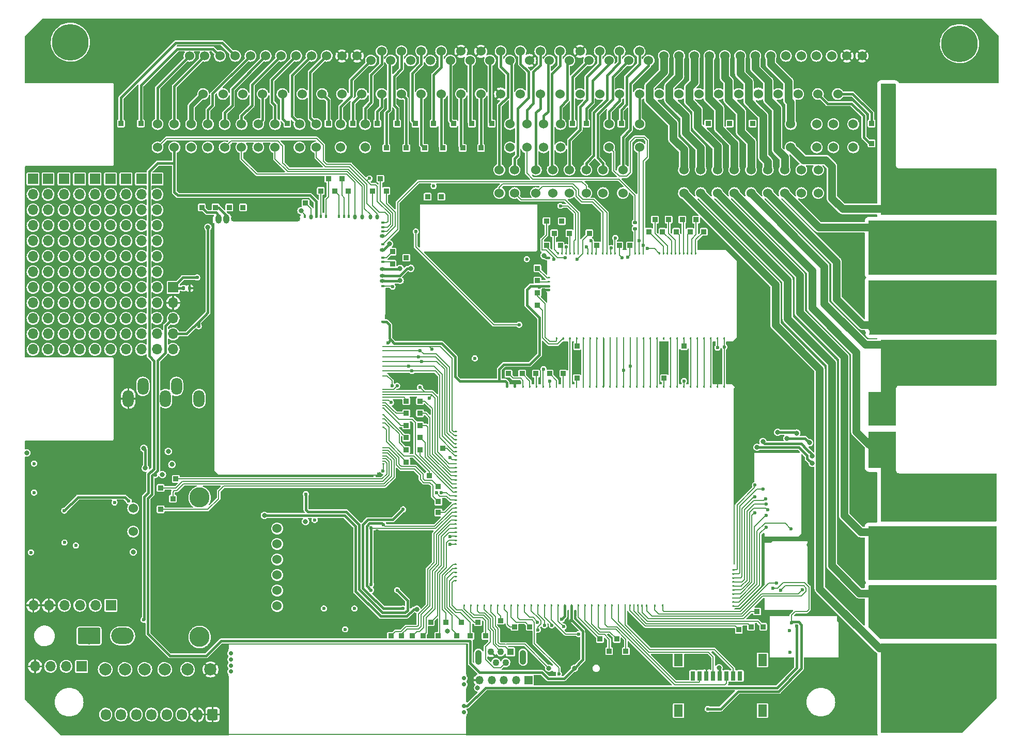
<source format=gbl>
G04 #@! TF.GenerationSoftware,KiCad,Pcbnew,(5.99.0-11247-g3f6811f413)*
G04 #@! TF.CreationDate,2021-08-14T02:07:01+03:00*
G04 #@! TF.ProjectId,hellen88bmw,68656c6c-656e-4383-9862-6d772e6b6963,rev?*
G04 #@! TF.SameCoordinates,PX3d1b110PY9269338*
G04 #@! TF.FileFunction,Copper,L4,Bot*
G04 #@! TF.FilePolarity,Positive*
%FSLAX46Y46*%
G04 Gerber Fmt 4.6, Leading zero omitted, Abs format (unit mm)*
G04 Created by KiCad (PCBNEW (5.99.0-11247-g3f6811f413)) date 2021-08-14 02:07:01*
%MOMM*%
%LPD*%
G01*
G04 APERTURE LIST*
G04 #@! TA.AperFunction,ComponentPad*
%ADD10C,6.000000*%
G04 #@! TD*
G04 #@! TA.AperFunction,ComponentPad*
%ADD11C,1.524000*%
G04 #@! TD*
G04 #@! TA.AperFunction,ComponentPad*
%ADD12R,1.700000X1.700000*%
G04 #@! TD*
G04 #@! TA.AperFunction,ComponentPad*
%ADD13O,1.700000X1.700000*%
G04 #@! TD*
G04 #@! TA.AperFunction,ComponentPad*
%ADD14R,0.850000X0.850000*%
G04 #@! TD*
G04 #@! TA.AperFunction,ComponentPad*
%ADD15C,2.000000*%
G04 #@! TD*
G04 #@! TA.AperFunction,ComponentPad*
%ADD16R,1.350000X1.350000*%
G04 #@! TD*
G04 #@! TA.AperFunction,ComponentPad*
%ADD17O,1.350000X1.350000*%
G04 #@! TD*
G04 #@! TA.AperFunction,ComponentPad*
%ADD18R,1.100000X1.100000*%
G04 #@! TD*
G04 #@! TA.AperFunction,ComponentPad*
%ADD19C,1.100000*%
G04 #@! TD*
G04 #@! TA.AperFunction,ComponentPad*
%ADD20O,1.100000X2.400000*%
G04 #@! TD*
G04 #@! TA.AperFunction,ComponentPad*
%ADD21C,0.599999*%
G04 #@! TD*
G04 #@! TA.AperFunction,ComponentPad*
%ADD22O,3.700000X2.700000*%
G04 #@! TD*
G04 #@! TA.AperFunction,ComponentPad*
%ADD23C,0.700000*%
G04 #@! TD*
G04 #@! TA.AperFunction,SMDPad,CuDef*
%ADD24R,0.250000X2.250000*%
G04 #@! TD*
G04 #@! TA.AperFunction,SMDPad,CuDef*
%ADD25R,39.250000X0.250000*%
G04 #@! TD*
G04 #@! TA.AperFunction,SMDPad,CuDef*
%ADD26R,0.250000X5.050000*%
G04 #@! TD*
G04 #@! TA.AperFunction,SMDPad,CuDef*
%ADD27R,0.250000X9.750000*%
G04 #@! TD*
G04 #@! TA.AperFunction,SMDPad,CuDef*
%ADD28R,0.250000X3.100000*%
G04 #@! TD*
G04 #@! TA.AperFunction,SMDPad,CuDef*
%ADD29R,0.250000X0.950000*%
G04 #@! TD*
G04 #@! TA.AperFunction,ComponentPad*
%ADD30O,1.700000X1.850000*%
G04 #@! TD*
G04 #@! TA.AperFunction,ComponentPad*
%ADD31O,1.800000X2.800000*%
G04 #@! TD*
G04 #@! TA.AperFunction,ComponentPad*
%ADD32C,3.302000*%
G04 #@! TD*
G04 #@! TA.AperFunction,SMDPad,CuDef*
%ADD33O,0.200000X40.800000*%
G04 #@! TD*
G04 #@! TA.AperFunction,SMDPad,CuDef*
%ADD34O,25.600000X0.200000*%
G04 #@! TD*
G04 #@! TA.AperFunction,SMDPad,CuDef*
%ADD35O,1.000001X1.500000*%
G04 #@! TD*
G04 #@! TA.AperFunction,SMDPad,CuDef*
%ADD36O,11.400000X1.100000*%
G04 #@! TD*
G04 #@! TA.AperFunction,SMDPad,CuDef*
%ADD37O,0.399999X0.599999*%
G04 #@! TD*
G04 #@! TA.AperFunction,SMDPad,CuDef*
%ADD38O,0.599999X0.800001*%
G04 #@! TD*
G04 #@! TA.AperFunction,SMDPad,CuDef*
%ADD39O,0.599999X0.399999*%
G04 #@! TD*
G04 #@! TA.AperFunction,SMDPad,CuDef*
%ADD40O,0.800001X0.599999*%
G04 #@! TD*
G04 #@! TA.AperFunction,SMDPad,CuDef*
%ADD41O,0.399999X0.200000*%
G04 #@! TD*
G04 #@! TA.AperFunction,SMDPad,CuDef*
%ADD42R,0.800000X1.500000*%
G04 #@! TD*
G04 #@! TA.AperFunction,SMDPad,CuDef*
%ADD43R,1.450000X2.000000*%
G04 #@! TD*
G04 #@! TA.AperFunction,ViaPad*
%ADD44C,0.600000*%
G04 #@! TD*
G04 #@! TA.AperFunction,ViaPad*
%ADD45C,0.800000*%
G04 #@! TD*
G04 #@! TA.AperFunction,ViaPad*
%ADD46C,0.812800*%
G04 #@! TD*
G04 #@! TA.AperFunction,Conductor*
%ADD47C,0.400000*%
G04 #@! TD*
G04 #@! TA.AperFunction,Conductor*
%ADD48C,1.300000*%
G04 #@! TD*
G04 #@! TA.AperFunction,Conductor*
%ADD49C,0.800000*%
G04 #@! TD*
G04 #@! TA.AperFunction,Conductor*
%ADD50C,0.200000*%
G04 #@! TD*
G04 #@! TA.AperFunction,Conductor*
%ADD51C,0.254000*%
G04 #@! TD*
G04 APERTURE END LIST*
D10*
G04 #@! TO.P,\u002Aref1,*
G04 #@! TO.N,*
X7632400Y113856400D03*
X153342400Y113606400D03*
D11*
G04 #@! TO.P,\u002Aref1,1,1*
G04 #@! TO.N,Net-(\u002Aref1-Pad1)*
X27142400Y111606400D03*
G04 #@! TO.P,\u002Aref1,2,2*
G04 #@! TO.N,Net-(\u002Aref1-Pad2)*
X32142400Y111606400D03*
G04 #@! TO.P,\u002Aref1,3,3*
G04 #@! TO.N,Net-(\u002Aref1-Pad3)*
X37142400Y111606400D03*
G04 #@! TO.P,\u002Aref1,4,4*
G04 #@! TO.N,Net-(\u002Aref1-Pad4)*
X42142400Y111606400D03*
G04 #@! TO.P,\u002Aref1,5,5*
G04 #@! TO.N,Net-(\u002Aref1-Pad5)*
X47142400Y111606400D03*
G04 #@! TO.P,\u002Aref1,6,6*
G04 #@! TO.N,GND*
X52142400Y111606400D03*
G04 #@! TO.P,\u002Aref1,7,7*
G04 #@! TO.N,Net-(\u002Aref1-Pad7)*
X56892400Y110856400D03*
G04 #@! TO.P,\u002Aref1,8,8*
G04 #@! TO.N,Net-(\u002Aref1-Pad8)*
X60142400Y110856400D03*
G04 #@! TO.P,\u002Aref1,9,9*
G04 #@! TO.N,unconnected-(\u002Aref1-Pad9)*
X63392400Y110856400D03*
G04 #@! TO.P,\u002Aref1,10,10*
G04 #@! TO.N,unconnected-(\u002Aref1-Pad10)*
X66642400Y110856400D03*
G04 #@! TO.P,\u002Aref1,11,11*
G04 #@! TO.N,Net-(\u002Aref1-Pad11)*
X69892400Y110856400D03*
G04 #@! TO.P,\u002Aref1,12,12*
G04 #@! TO.N,Net-(\u002Aref1-Pad12)*
X73142400Y110856400D03*
G04 #@! TO.P,\u002Aref1,13,13*
G04 #@! TO.N,Net-(\u002Aref1-Pad13)*
X76392400Y110856400D03*
G04 #@! TO.P,\u002Aref1,14,14*
G04 #@! TO.N,Net-(\u002Aref1-Pad14)*
X79642400Y110856400D03*
G04 #@! TO.P,\u002Aref1,15,15*
G04 #@! TO.N,GND*
X82892400Y110856400D03*
G04 #@! TO.P,\u002Aref1,16,16*
G04 #@! TO.N,Net-(\u002Aref1-Pad16)*
X86142400Y110856400D03*
G04 #@! TO.P,\u002Aref1,17,17*
G04 #@! TO.N,Net-(\u002Aref1-Pad17)*
X89392400Y110856400D03*
G04 #@! TO.P,\u002Aref1,18,18*
G04 #@! TO.N,Net-(\u002Aref1-Pad18)*
X92642400Y110856400D03*
G04 #@! TO.P,\u002Aref1,19,19*
G04 #@! TO.N,Net-(\u002Aref1-Pad19)*
X95892400Y110856400D03*
G04 #@! TO.P,\u002Aref1,20,20*
G04 #@! TO.N,Net-(\u002Aref1-Pad20)*
X99142400Y110856400D03*
G04 #@! TO.P,\u002Aref1,21,21*
G04 #@! TO.N,Net-(\u002Aref1-Pad21)*
X102392400Y110856400D03*
G04 #@! TO.P,\u002Aref1,22,22*
G04 #@! TO.N,Net-(\u002Aref1-Pad22)*
X107392400Y111606400D03*
G04 #@! TO.P,\u002Aref1,23,23*
G04 #@! TO.N,Net-(\u002Aref1-Pad23)*
X112392400Y111606400D03*
G04 #@! TO.P,\u002Aref1,24,24*
G04 #@! TO.N,Net-(\u002Aref1-Pad24)*
X117392400Y111606400D03*
G04 #@! TO.P,\u002Aref1,25,25*
G04 #@! TO.N,Net-(\u002Aref1-Pad25)*
X122392400Y111606400D03*
G04 #@! TO.P,\u002Aref1,26,26*
G04 #@! TO.N,Net-(\u002Aref1-Pad26)*
X127392400Y111606400D03*
G04 #@! TO.P,\u002Aref1,27,27*
G04 #@! TO.N,Net-(\u002Aref1-Pad27)*
X132392400Y111606400D03*
G04 #@! TO.P,\u002Aref1,28,28*
G04 #@! TO.N,GND*
X137392400Y111606400D03*
G04 #@! TO.P,\u002Aref1,29,29*
G04 #@! TO.N,Net-(\u002Aref1-Pad29)*
X29642400Y111606400D03*
G04 #@! TO.P,\u002Aref1,30,30*
G04 #@! TO.N,Net-(\u002Aref1-Pad30)*
X34642400Y111606400D03*
G04 #@! TO.P,\u002Aref1,31,31*
G04 #@! TO.N,Net-(\u002Aref1-Pad31)*
X39642400Y111606400D03*
G04 #@! TO.P,\u002Aref1,32,32*
G04 #@! TO.N,Net-(\u002Aref1-Pad32)*
X44642400Y111606400D03*
G04 #@! TO.P,\u002Aref1,33,33*
G04 #@! TO.N,Net-(\u002Aref1-Pad33)*
X49642400Y111606400D03*
G04 #@! TO.P,\u002Aref1,34,34*
G04 #@! TO.N,GND*
X54642400Y111606400D03*
G04 #@! TO.P,\u002Aref1,35,35*
G04 #@! TO.N,Net-(\u002Aref1-Pad35)*
X58642400Y112356400D03*
G04 #@! TO.P,\u002Aref1,36,36*
G04 #@! TO.N,Net-(\u002Aref1-Pad36)*
X61892400Y112356400D03*
G04 #@! TO.P,\u002Aref1,37,37*
G04 #@! TO.N,Net-(\u002Aref1-Pad37)*
X65142400Y112356400D03*
G04 #@! TO.P,\u002Aref1,38,38*
G04 #@! TO.N,Net-(\u002Aref1-Pad38)*
X68392400Y112356400D03*
G04 #@! TO.P,\u002Aref1,39,39*
G04 #@! TO.N,GND*
X71642400Y112356400D03*
G04 #@! TO.P,\u002Aref1,40,40*
X74892400Y112356400D03*
G04 #@! TO.P,\u002Aref1,41,41*
G04 #@! TO.N,Net-(\u002Aref1-Pad41)*
X78142400Y112356400D03*
G04 #@! TO.P,\u002Aref1,42,42*
G04 #@! TO.N,Net-(\u002Aref1-Pad42)*
X81392400Y112356400D03*
G04 #@! TO.P,\u002Aref1,43,43*
G04 #@! TO.N,Net-(\u002Aref1-Pad43)*
X84642400Y112356400D03*
G04 #@! TO.P,\u002Aref1,44,44*
G04 #@! TO.N,Net-(\u002Aref1-Pad44)*
X87892400Y112356400D03*
G04 #@! TO.P,\u002Aref1,45,45*
G04 #@! TO.N,GND*
X91142400Y112356400D03*
G04 #@! TO.P,\u002Aref1,46,46*
G04 #@! TO.N,Net-(\u002Aref1-Pad46)*
X94392400Y112356400D03*
G04 #@! TO.P,\u002Aref1,47,47*
G04 #@! TO.N,Net-(\u002Aref1-Pad47)*
X97642400Y112356400D03*
G04 #@! TO.P,\u002Aref1,48,48*
G04 #@! TO.N,Net-(\u002Aref1-Pad48)*
X100892400Y112356400D03*
G04 #@! TO.P,\u002Aref1,49,49*
G04 #@! TO.N,Net-(\u002Aref1-Pad49)*
X104892400Y111606400D03*
G04 #@! TO.P,\u002Aref1,50,50*
G04 #@! TO.N,Net-(\u002Aref1-Pad50)*
X109892400Y111606400D03*
G04 #@! TO.P,\u002Aref1,51,51*
G04 #@! TO.N,Net-(\u002Aref1-Pad51)*
X114892400Y111606400D03*
G04 #@! TO.P,\u002Aref1,52,52*
G04 #@! TO.N,Net-(\u002Aref1-Pad52)*
X119892400Y111606400D03*
G04 #@! TO.P,\u002Aref1,53,53*
G04 #@! TO.N,unconnected-(\u002Aref1-Pad53)*
X124892400Y111606400D03*
G04 #@! TO.P,\u002Aref1,54,54*
G04 #@! TO.N,Net-(\u002Aref1-Pad54)*
X129892400Y111606400D03*
G04 #@! TO.P,\u002Aref1,55,55*
G04 #@! TO.N,GND*
X134892400Y111606400D03*
G04 #@! TO.P,\u002Aref1,56,56*
G04 #@! TO.N,Net-(\u002Aref1-Pad56)*
X29392400Y105356400D03*
G04 #@! TO.P,\u002Aref1,57,57*
G04 #@! TO.N,unconnected-(\u002Aref1-Pad57)*
X32642400Y105356400D03*
G04 #@! TO.P,\u002Aref1,58,58*
G04 #@! TO.N,unconnected-(\u002Aref1-Pad58)*
X35892400Y105356400D03*
G04 #@! TO.P,\u002Aref1,59,59*
G04 #@! TO.N,Net-(\u002Aref1-Pad59)*
X39142400Y105356400D03*
G04 #@! TO.P,\u002Aref1,60,60*
G04 #@! TO.N,Net-(\u002Aref1-Pad60)*
X42392400Y105356400D03*
G04 #@! TO.P,\u002Aref1,61,61*
G04 #@! TO.N,unconnected-(\u002Aref1-Pad61)*
X45642400Y105356400D03*
G04 #@! TO.P,\u002Aref1,62,62*
G04 #@! TO.N,Net-(\u002Aref1-Pad62)*
X48892400Y105356400D03*
G04 #@! TO.P,\u002Aref1,63,63*
G04 #@! TO.N,unconnected-(\u002Aref1-Pad63)*
X52142400Y105356400D03*
G04 #@! TO.P,\u002Aref1,64,64*
G04 #@! TO.N,Net-(\u002Aref1-Pad64)*
X55392400Y105356400D03*
G04 #@! TO.P,\u002Aref1,65,65*
G04 #@! TO.N,Net-(\u002Aref1-Pad65)*
X58642400Y105356400D03*
G04 #@! TO.P,\u002Aref1,66,66*
G04 #@! TO.N,Net-(\u002Aref1-Pad66)*
X61892400Y105356400D03*
G04 #@! TO.P,\u002Aref1,67,67*
G04 #@! TO.N,Net-(\u002Aref1-Pad67)*
X65142400Y105356400D03*
G04 #@! TO.P,\u002Aref1,68,68*
G04 #@! TO.N,Net-(\u002Aref1-Pad68)*
X68392400Y105356400D03*
G04 #@! TO.P,\u002Aref1,69,69*
G04 #@! TO.N,/IN_KNOCK1_RAW*
X71642400Y105356400D03*
G04 #@! TO.P,\u002Aref1,70,70*
G04 #@! TO.N,/IN_KNOCK2_RAW*
X74892400Y105356400D03*
G04 #@! TO.P,\u002Aref1,71,71*
G04 #@! TO.N,GND*
X78142400Y105356400D03*
G04 #@! TO.P,\u002Aref1,72,72*
G04 #@! TO.N,unconnected-(\u002Aref1-Pad72)*
X81392400Y105356400D03*
G04 #@! TO.P,\u002Aref1,73,73*
G04 #@! TO.N,Net-(\u002Aref1-Pad73)*
X84642400Y105356400D03*
G04 #@! TO.P,\u002Aref1,74,74*
G04 #@! TO.N,unconnected-(\u002Aref1-Pad74)*
X87892400Y105356400D03*
G04 #@! TO.P,\u002Aref1,75,75*
G04 #@! TO.N,unconnected-(\u002Aref1-Pad75)*
X91142400Y105356400D03*
G04 #@! TO.P,\u002Aref1,76,76*
G04 #@! TO.N,unconnected-(\u002Aref1-Pad76)*
X94392400Y105356400D03*
G04 #@! TO.P,\u002Aref1,77,77*
G04 #@! TO.N,Net-(\u002Aref1-Pad77)*
X97642400Y105356400D03*
G04 #@! TO.P,\u002Aref1,78,78*
G04 #@! TO.N,Net-(\u002Aref1-Pad78)*
X100892400Y105356400D03*
G04 #@! TO.P,\u002Aref1,79,79*
G04 #@! TO.N,unconnected-(\u002Aref1-Pad79)*
X104142400Y105356400D03*
G04 #@! TO.P,\u002Aref1,80,80*
G04 #@! TO.N,unconnected-(\u002Aref1-Pad80)*
X107392400Y105356400D03*
G04 #@! TO.P,\u002Aref1,81,81*
G04 #@! TO.N,Net-(\u002Aref1-Pad81)*
X110642400Y105356400D03*
G04 #@! TO.P,\u002Aref1,82,82*
G04 #@! TO.N,Net-(\u002Aref1-Pad82)*
X113892400Y105356400D03*
G04 #@! TO.P,\u002Aref1,83,83*
G04 #@! TO.N,Net-(\u002Aref1-Pad83)*
X117142400Y105356400D03*
G04 #@! TO.P,\u002Aref1,84,84*
G04 #@! TO.N,GND*
X120392400Y105356400D03*
G04 #@! TO.P,\u002Aref1,85,85*
G04 #@! TO.N,Net-(\u002Aref1-Pad85)*
X123642400Y105356400D03*
G04 #@! TO.P,\u002Aref1,86,86*
G04 #@! TO.N,Net-(\u002Aref1-Pad86)*
X126892400Y105356400D03*
G04 #@! TO.P,\u002Aref1,87,87*
G04 #@! TO.N,Net-(\u002Aref1-Pad87)*
X130142400Y105356400D03*
G04 #@! TO.P,\u002Aref1,88,88*
G04 #@! TO.N,Net-(\u002Aref1-Pad88)*
X133392400Y105356400D03*
G04 #@! TD*
G04 #@! TO.P,JP1,1,A*
G04 #@! TO.N,Net-(\u002Aref1-Pad1)*
X21926000Y100428000D03*
G04 #@! TO.P,JP1,2,B*
G04 #@! TO.N,/OUT_PUMP*
X21926000Y96618000D03*
G04 #@! TD*
G04 #@! TO.P,JP3,1,A*
G04 #@! TO.N,Net-(\u002Aref1-Pad3)*
X30176000Y100428000D03*
G04 #@! TO.P,JP3,2,B*
G04 #@! TO.N,/OUT_INJ5*
X30176000Y96618000D03*
G04 #@! TD*
G04 #@! TO.P,JP4,1,A*
G04 #@! TO.N,Net-(\u002Aref1-Pad4)*
X35676000Y100428000D03*
G04 #@! TO.P,JP4,2,B*
G04 #@! TO.N,/OUT_INJ6*
X35676000Y96618000D03*
G04 #@! TD*
G04 #@! TO.P,JP5,1,A*
G04 #@! TO.N,Net-(\u002Aref1-Pad5)*
X45176000Y100428000D03*
G04 #@! TO.P,JP5,2,B*
G04 #@! TO.N,/OUT_INJ4*
X45176000Y96618000D03*
G04 #@! TD*
G04 #@! TO.P,JP7,1,A*
G04 #@! TO.N,Net-(\u002Aref1-Pad7)*
X51926000Y100428000D03*
G04 #@! TO.P,JP7,2,B*
G04 #@! TO.N,/OUT_INJ7*
X51926000Y96618000D03*
G04 #@! TD*
G04 #@! TO.P,JP14,1,A*
G04 #@! TO.N,Net-(\u002Aref1-Pad14)*
X79676000Y100428000D03*
G04 #@! TO.P,JP14,2,B*
G04 #@! TO.N,/GND_SENS*
X79676000Y96618000D03*
G04 #@! TD*
G04 #@! TO.P,JP16,1,A*
G04 #@! TO.N,Net-(\u002Aref1-Pad16)*
X85176000Y100428000D03*
G04 #@! TO.P,JP16,2,B*
G04 #@! TO.N,/IN_CRANK+*
X85176000Y96618000D03*
G04 #@! TD*
G04 #@! TO.P,JP17,1,A*
G04 #@! TO.N,Net-(\u002Aref1-Pad17)*
X87926000Y100428000D03*
G04 #@! TO.P,JP17,2,B*
G04 #@! TO.N,/IN_CAM*
X87926000Y96618000D03*
G04 #@! TD*
G04 #@! TO.P,JP20,1,A*
G04 #@! TO.N,Net-(\u002Aref1-Pad20)*
X94926000Y92928000D03*
G04 #@! TO.P,JP20,2,B*
G04 #@! TO.N,/USBP*
X94926000Y89118000D03*
G04 #@! TD*
G04 #@! TO.P,JP21,1,A*
G04 #@! TO.N,Net-(\u002Aref1-Pad21)*
X98176000Y92928000D03*
G04 #@! TO.P,JP21,2,B*
G04 #@! TO.N,/USBM*
X98176000Y89118000D03*
G04 #@! TD*
G04 #@! TO.P,JP22,1,A*
G04 #@! TO.N,Net-(\u002Aref1-Pad22)*
X110926000Y92928000D03*
G04 #@! TO.P,JP22,2,B*
G04 #@! TO.N,/COIL_7*
X110926000Y89118000D03*
G04 #@! TD*
G04 #@! TO.P,JP23,1,A*
G04 #@! TO.N,Net-(\u002Aref1-Pad23)*
X116426000Y92928000D03*
G04 #@! TO.P,JP23,2,B*
G04 #@! TO.N,/COIL_4*
X116426000Y89118000D03*
G04 #@! TD*
G04 #@! TO.P,JP24,1,A*
G04 #@! TO.N,Net-(\u002Aref1-Pad24)*
X121926000Y92928000D03*
G04 #@! TO.P,JP24,2,B*
G04 #@! TO.N,/COIL_6*
X121926000Y89118000D03*
G04 #@! TD*
G04 #@! TO.P,JP25,1,A*
G04 #@! TO.N,Net-(\u002Aref1-Pad25)*
X125676000Y100428000D03*
G04 #@! TO.P,JP25,2,B*
G04 #@! TO.N,/COIL_5*
X125676000Y96618000D03*
G04 #@! TD*
G04 #@! TO.P,JP26,1,A*
G04 #@! TO.N,Net-(\u002Aref1-Pad26)*
X129926000Y100428000D03*
G04 #@! TO.P,JP26,2,B*
G04 #@! TO.N,V12_RAW*
X129926000Y96618000D03*
G04 #@! TD*
G04 #@! TO.P,JP27,1,A*
G04 #@! TO.N,Net-(\u002Aref1-Pad27)*
X135926000Y100428000D03*
G04 #@! TO.P,JP27,2,B*
G04 #@! TO.N,/MAIN_RELAY*
X135926000Y96618000D03*
G04 #@! TD*
G04 #@! TO.P,JP29,1,A*
G04 #@! TO.N,Net-(\u002Aref1-Pad29)*
X24676000Y100428000D03*
G04 #@! TO.P,JP29,2,B*
G04 #@! TO.N,/OUT_IDLE*
X24676000Y96618000D03*
G04 #@! TD*
G04 #@! TO.P,JP31,1,A*
G04 #@! TO.N,Net-(\u002Aref1-Pad31)*
X32926000Y100428000D03*
G04 #@! TO.P,JP31,2,B*
G04 #@! TO.N,/OUT_INJ3*
X32926000Y96618000D03*
G04 #@! TD*
G04 #@! TO.P,JP32,1,A*
G04 #@! TO.N,Net-(\u002Aref1-Pad32)*
X41176000Y100428000D03*
G04 #@! TO.P,JP32,2,B*
G04 #@! TO.N,/OUT_INJ2*
X41176000Y96618000D03*
G04 #@! TD*
G04 #@! TO.P,JP33,1,A*
G04 #@! TO.N,Net-(\u002Aref1-Pad33)*
X47926000Y100428000D03*
G04 #@! TO.P,JP33,2,B*
G04 #@! TO.N,/OUT_INJ1*
X47926000Y96618000D03*
G04 #@! TD*
G04 #@! TO.P,JP35,1,A*
G04 #@! TO.N,Net-(\u002Aref1-Pad35)*
X55926000Y100428000D03*
G04 #@! TO.P,JP35,2,B*
G04 #@! TO.N,/OUT_INJ8*
X55926000Y96618000D03*
G04 #@! TD*
G04 #@! TO.P,JP41,1,A*
G04 #@! TO.N,Net-(\u002Aref1-Pad41)*
X77926000Y92928000D03*
G04 #@! TO.P,JP41,2,B*
G04 #@! TO.N,/IN_MAF*
X77926000Y89118000D03*
G04 #@! TD*
G04 #@! TO.P,JP42,1,A*
G04 #@! TO.N,Net-(\u002Aref1-Pad42)*
X80426000Y92928000D03*
G04 #@! TO.P,JP42,2,B*
G04 #@! TO.N,/IN_VSS*
X80426000Y89118000D03*
G04 #@! TD*
G04 #@! TO.P,JP43,1,A*
G04 #@! TO.N,Net-(\u002Aref1-Pad43)*
X82426000Y100428000D03*
G04 #@! TO.P,JP43,2,B*
G04 #@! TO.N,/IN_CRANK-*
X82426000Y96618000D03*
G04 #@! TD*
G04 #@! TO.P,JP44,1,A*
G04 #@! TO.N,Net-(\u002Aref1-Pad44)*
X86676000Y92928000D03*
G04 #@! TO.P,JP44,2,B*
G04 #@! TO.N,/GND_SENS*
X86676000Y89118000D03*
G04 #@! TD*
G04 #@! TO.P,JP46,1,A*
G04 #@! TO.N,Net-(\u002Aref1-Pad46)*
X89426000Y92928000D03*
G04 #@! TO.P,JP46,2,B*
G04 #@! TO.N,/OUT_FUEL_CONSUM*
X89426000Y89118000D03*
G04 #@! TD*
G04 #@! TO.P,JP47,1,A*
G04 #@! TO.N,Net-(\u002Aref1-Pad47)*
X92176000Y92928000D03*
G04 #@! TO.P,JP47,2,B*
G04 #@! TO.N,/OUT_TACH*
X92176000Y89118000D03*
G04 #@! TD*
G04 #@! TO.P,JP50,1,A*
G04 #@! TO.N,Net-(\u002Aref1-Pad50)*
X113676000Y92928000D03*
G04 #@! TO.P,JP50,2,B*
G04 #@! TO.N,/COIL_1*
X113676000Y89118000D03*
G04 #@! TD*
G04 #@! TO.P,JP51,1,A*
G04 #@! TO.N,Net-(\u002Aref1-Pad51)*
X119176000Y92928000D03*
G04 #@! TO.P,JP51,2,B*
G04 #@! TO.N,/COIL_2*
X119176000Y89118000D03*
G04 #@! TD*
G04 #@! TO.P,JP52,1,A*
G04 #@! TO.N,Net-(\u002Aref1-Pad52)*
X124676000Y92928000D03*
G04 #@! TO.P,JP52,2,B*
G04 #@! TO.N,/COIL_3*
X124676000Y89118000D03*
G04 #@! TD*
G04 #@! TO.P,JP54,1,A*
G04 #@! TO.N,Net-(\u002Aref1-Pad54)*
X132676000Y100428000D03*
G04 #@! TO.P,JP54,2,B*
G04 #@! TO.N,V12_RAW*
X132676000Y96618000D03*
G04 #@! TD*
G04 #@! TO.P,JP56,1,A*
G04 #@! TO.N,Net-(\u002Aref1-Pad56)*
X27426000Y100428000D03*
G04 #@! TO.P,JP56,2,B*
G04 #@! TO.N,V12_RAW*
X27426000Y96618000D03*
G04 #@! TD*
G04 #@! TO.P,JP73,1,A*
G04 #@! TO.N,Net-(\u002Aref1-Pad73)*
X83926000Y92928000D03*
G04 #@! TO.P,JP73,2,B*
G04 #@! TO.N,/IN_TPS*
X83926000Y89118000D03*
G04 #@! TD*
G04 #@! TO.P,JP77,1,A*
G04 #@! TO.N,Net-(\u002Aref1-Pad77)*
X95926000Y100428000D03*
G04 #@! TO.P,JP77,2,B*
G04 #@! TO.N,/IAT*
X95926000Y96618000D03*
G04 #@! TD*
G04 #@! TO.P,JP78,1,A*
G04 #@! TO.N,Net-(\u002Aref1-Pad78)*
X100926000Y100428000D03*
G04 #@! TO.P,JP78,2,B*
G04 #@! TO.N,/CLT*
X100926000Y96618000D03*
G04 #@! TD*
G04 #@! TO.P,JP85,1,A*
G04 #@! TO.N,Net-(\u002Aref1-Pad85)*
X130176000Y92928000D03*
G04 #@! TO.P,JP85,2,B*
G04 #@! TO.N,/CAN-*
X130176000Y89118000D03*
G04 #@! TD*
G04 #@! TO.P,JP86,1,A*
G04 #@! TO.N,Net-(\u002Aref1-Pad86)*
X127426000Y92928000D03*
G04 #@! TO.P,JP86,2,B*
G04 #@! TO.N,/CAN+*
X127426000Y89118000D03*
G04 #@! TD*
G04 #@! TO.P,JP59,1,A*
G04 #@! TO.N,Net-(\u002Aref1-Pad59)*
X38426000Y100428000D03*
G04 #@! TO.P,JP59,2,B*
G04 #@! TO.N,/5V_SENS2*
X38426000Y96618000D03*
G04 #@! TD*
G04 #@! TO.P,JP49,1,A*
G04 #@! TO.N,Net-(\u002Aref1-Pad49)*
X108176000Y92928000D03*
G04 #@! TO.P,JP49,2,B*
G04 #@! TO.N,/COIL_8*
X108176000Y89118000D03*
G04 #@! TD*
D12*
G04 #@! TO.P,J4,1,Pin_1*
G04 #@! TO.N,/GND_SENS*
X24476000Y73653000D03*
D13*
G04 #@! TO.P,J4,2,Pin_2*
G04 #@! TO.N,GND*
X24476000Y71113000D03*
G04 #@! TO.P,J4,3,Pin_3*
G04 #@! TO.N,+3V3*
X24476000Y68573000D03*
G04 #@! TO.P,J4,4,Pin_4*
G04 #@! TO.N,/5V_SENS2*
X24476000Y66033000D03*
G04 #@! TO.P,J4,5,Pin_5*
G04 #@! TO.N,V12_RAW*
X24476000Y63493000D03*
G04 #@! TD*
D12*
G04 #@! TO.P,J5,1,Pin_1*
G04 #@! TO.N,unconnected-(J5-Pad1)*
X1516000Y91433000D03*
D13*
G04 #@! TO.P,J5,2,Pin_2*
G04 #@! TO.N,unconnected-(J5-Pad2)*
X1516000Y88893000D03*
G04 #@! TO.P,J5,3,Pin_3*
G04 #@! TO.N,unconnected-(J5-Pad3)*
X1516000Y86353000D03*
G04 #@! TO.P,J5,4,Pin_4*
G04 #@! TO.N,unconnected-(J5-Pad4)*
X1516000Y83813000D03*
G04 #@! TO.P,J5,5,Pin_5*
G04 #@! TO.N,unconnected-(J5-Pad5)*
X1516000Y81273000D03*
G04 #@! TO.P,J5,6,Pin_6*
G04 #@! TO.N,unconnected-(J5-Pad6)*
X1516000Y78733000D03*
G04 #@! TO.P,J5,7,Pin_7*
G04 #@! TO.N,unconnected-(J5-Pad7)*
X1516000Y76193000D03*
G04 #@! TO.P,J5,8,Pin_8*
G04 #@! TO.N,unconnected-(J5-Pad8)*
X1516000Y73653000D03*
G04 #@! TO.P,J5,9,Pin_9*
G04 #@! TO.N,unconnected-(J5-Pad9)*
X1516000Y71113000D03*
G04 #@! TO.P,J5,10,Pin_10*
G04 #@! TO.N,unconnected-(J5-Pad10)*
X1516000Y68573000D03*
G04 #@! TO.P,J5,11,Pin_11*
G04 #@! TO.N,unconnected-(J5-Pad11)*
X1516000Y66033000D03*
G04 #@! TO.P,J5,12,Pin_12*
G04 #@! TO.N,unconnected-(J5-Pad12)*
X1516000Y63493000D03*
G04 #@! TD*
D12*
G04 #@! TO.P,J6,1,Pin_1*
G04 #@! TO.N,unconnected-(J6-Pad1)*
X3976001Y91433000D03*
D13*
G04 #@! TO.P,J6,2,Pin_2*
G04 #@! TO.N,unconnected-(J6-Pad2)*
X3976001Y88893000D03*
G04 #@! TO.P,J6,3,Pin_3*
G04 #@! TO.N,unconnected-(J6-Pad3)*
X3976001Y86353000D03*
G04 #@! TO.P,J6,4,Pin_4*
G04 #@! TO.N,unconnected-(J6-Pad4)*
X3976001Y83813000D03*
G04 #@! TO.P,J6,5,Pin_5*
G04 #@! TO.N,unconnected-(J6-Pad5)*
X3976001Y81273000D03*
G04 #@! TO.P,J6,6,Pin_6*
G04 #@! TO.N,unconnected-(J6-Pad6)*
X3976001Y78733000D03*
G04 #@! TO.P,J6,7,Pin_7*
G04 #@! TO.N,unconnected-(J6-Pad7)*
X3976001Y76193000D03*
G04 #@! TO.P,J6,8,Pin_8*
G04 #@! TO.N,unconnected-(J6-Pad8)*
X3976001Y73653000D03*
G04 #@! TO.P,J6,9,Pin_9*
G04 #@! TO.N,unconnected-(J6-Pad9)*
X3976001Y71113000D03*
G04 #@! TO.P,J6,10,Pin_10*
G04 #@! TO.N,unconnected-(J6-Pad10)*
X3976001Y68573000D03*
G04 #@! TO.P,J6,11,Pin_11*
G04 #@! TO.N,unconnected-(J6-Pad11)*
X3976001Y66033000D03*
G04 #@! TO.P,J6,12,Pin_12*
G04 #@! TO.N,unconnected-(J6-Pad12)*
X3976001Y63493000D03*
G04 #@! TD*
D12*
G04 #@! TO.P,J7,1,Pin_1*
G04 #@! TO.N,unconnected-(J7-Pad1)*
X6596000Y91433000D03*
D13*
G04 #@! TO.P,J7,2,Pin_2*
G04 #@! TO.N,unconnected-(J7-Pad2)*
X6596000Y88893000D03*
G04 #@! TO.P,J7,3,Pin_3*
G04 #@! TO.N,unconnected-(J7-Pad3)*
X6596000Y86353000D03*
G04 #@! TO.P,J7,4,Pin_4*
G04 #@! TO.N,unconnected-(J7-Pad4)*
X6596000Y83813000D03*
G04 #@! TO.P,J7,5,Pin_5*
G04 #@! TO.N,unconnected-(J7-Pad5)*
X6596000Y81273000D03*
G04 #@! TO.P,J7,6,Pin_6*
G04 #@! TO.N,unconnected-(J7-Pad6)*
X6596000Y78733000D03*
G04 #@! TO.P,J7,7,Pin_7*
G04 #@! TO.N,unconnected-(J7-Pad7)*
X6596000Y76193000D03*
G04 #@! TO.P,J7,8,Pin_8*
G04 #@! TO.N,unconnected-(J7-Pad8)*
X6596000Y73653000D03*
G04 #@! TO.P,J7,9,Pin_9*
G04 #@! TO.N,unconnected-(J7-Pad9)*
X6596000Y71113000D03*
G04 #@! TO.P,J7,10,Pin_10*
G04 #@! TO.N,unconnected-(J7-Pad10)*
X6596000Y68573000D03*
G04 #@! TO.P,J7,11,Pin_11*
G04 #@! TO.N,unconnected-(J7-Pad11)*
X6596000Y66033000D03*
G04 #@! TO.P,J7,12,Pin_12*
G04 #@! TO.N,unconnected-(J7-Pad12)*
X6596000Y63493000D03*
G04 #@! TD*
D12*
G04 #@! TO.P,J8,1,Pin_1*
G04 #@! TO.N,unconnected-(J8-Pad1)*
X9136000Y91433000D03*
D13*
G04 #@! TO.P,J8,2,Pin_2*
G04 #@! TO.N,unconnected-(J8-Pad2)*
X9136000Y88893000D03*
G04 #@! TO.P,J8,3,Pin_3*
G04 #@! TO.N,unconnected-(J8-Pad3)*
X9136000Y86353000D03*
G04 #@! TO.P,J8,4,Pin_4*
G04 #@! TO.N,unconnected-(J8-Pad4)*
X9136000Y83813000D03*
G04 #@! TO.P,J8,5,Pin_5*
G04 #@! TO.N,unconnected-(J8-Pad5)*
X9136000Y81273000D03*
G04 #@! TO.P,J8,6,Pin_6*
G04 #@! TO.N,unconnected-(J8-Pad6)*
X9136000Y78733000D03*
G04 #@! TO.P,J8,7,Pin_7*
G04 #@! TO.N,unconnected-(J8-Pad7)*
X9136000Y76193000D03*
G04 #@! TO.P,J8,8,Pin_8*
G04 #@! TO.N,unconnected-(J8-Pad8)*
X9136000Y73653000D03*
G04 #@! TO.P,J8,9,Pin_9*
G04 #@! TO.N,unconnected-(J8-Pad9)*
X9136000Y71113000D03*
G04 #@! TO.P,J8,10,Pin_10*
G04 #@! TO.N,unconnected-(J8-Pad10)*
X9136000Y68573000D03*
G04 #@! TO.P,J8,11,Pin_11*
G04 #@! TO.N,unconnected-(J8-Pad11)*
X9136000Y66033000D03*
G04 #@! TO.P,J8,12,Pin_12*
G04 #@! TO.N,unconnected-(J8-Pad12)*
X9136000Y63493000D03*
G04 #@! TD*
D12*
G04 #@! TO.P,J9,1,Pin_1*
G04 #@! TO.N,unconnected-(J9-Pad1)*
X11676000Y91433000D03*
D13*
G04 #@! TO.P,J9,2,Pin_2*
G04 #@! TO.N,unconnected-(J9-Pad2)*
X11676000Y88893000D03*
G04 #@! TO.P,J9,3,Pin_3*
G04 #@! TO.N,unconnected-(J9-Pad3)*
X11676000Y86353000D03*
G04 #@! TO.P,J9,4,Pin_4*
G04 #@! TO.N,unconnected-(J9-Pad4)*
X11676000Y83813000D03*
G04 #@! TO.P,J9,5,Pin_5*
G04 #@! TO.N,unconnected-(J9-Pad5)*
X11676000Y81273000D03*
G04 #@! TO.P,J9,6,Pin_6*
G04 #@! TO.N,unconnected-(J9-Pad6)*
X11676000Y78733000D03*
G04 #@! TO.P,J9,7,Pin_7*
G04 #@! TO.N,unconnected-(J9-Pad7)*
X11676000Y76193000D03*
G04 #@! TO.P,J9,8,Pin_8*
G04 #@! TO.N,unconnected-(J9-Pad8)*
X11676000Y73653000D03*
G04 #@! TO.P,J9,9,Pin_9*
G04 #@! TO.N,unconnected-(J9-Pad9)*
X11676000Y71113000D03*
G04 #@! TO.P,J9,10,Pin_10*
G04 #@! TO.N,unconnected-(J9-Pad10)*
X11676000Y68573000D03*
G04 #@! TO.P,J9,11,Pin_11*
G04 #@! TO.N,unconnected-(J9-Pad11)*
X11676000Y66033000D03*
G04 #@! TO.P,J9,12,Pin_12*
G04 #@! TO.N,unconnected-(J9-Pad12)*
X11676000Y63493000D03*
G04 #@! TD*
D12*
G04 #@! TO.P,J10,1,Pin_1*
G04 #@! TO.N,unconnected-(J10-Pad1)*
X14216000Y91433000D03*
D13*
G04 #@! TO.P,J10,2,Pin_2*
G04 #@! TO.N,unconnected-(J10-Pad2)*
X14216000Y88893000D03*
G04 #@! TO.P,J10,3,Pin_3*
G04 #@! TO.N,unconnected-(J10-Pad3)*
X14216000Y86353000D03*
G04 #@! TO.P,J10,4,Pin_4*
G04 #@! TO.N,unconnected-(J10-Pad4)*
X14216000Y83813000D03*
G04 #@! TO.P,J10,5,Pin_5*
G04 #@! TO.N,unconnected-(J10-Pad5)*
X14216000Y81273000D03*
G04 #@! TO.P,J10,6,Pin_6*
G04 #@! TO.N,unconnected-(J10-Pad6)*
X14216000Y78733000D03*
G04 #@! TO.P,J10,7,Pin_7*
G04 #@! TO.N,unconnected-(J10-Pad7)*
X14216000Y76193000D03*
G04 #@! TO.P,J10,8,Pin_8*
G04 #@! TO.N,unconnected-(J10-Pad8)*
X14216000Y73653000D03*
G04 #@! TO.P,J10,9,Pin_9*
G04 #@! TO.N,unconnected-(J10-Pad9)*
X14216000Y71113000D03*
G04 #@! TO.P,J10,10,Pin_10*
G04 #@! TO.N,unconnected-(J10-Pad10)*
X14216000Y68573000D03*
G04 #@! TO.P,J10,11,Pin_11*
G04 #@! TO.N,unconnected-(J10-Pad11)*
X14216000Y66033000D03*
G04 #@! TO.P,J10,12,Pin_12*
G04 #@! TO.N,unconnected-(J10-Pad12)*
X14216000Y63493000D03*
G04 #@! TD*
D12*
G04 #@! TO.P,J11,1,Pin_1*
G04 #@! TO.N,unconnected-(J11-Pad1)*
X16756000Y91433000D03*
D13*
G04 #@! TO.P,J11,2,Pin_2*
G04 #@! TO.N,unconnected-(J11-Pad2)*
X16756000Y88893000D03*
G04 #@! TO.P,J11,3,Pin_3*
G04 #@! TO.N,unconnected-(J11-Pad3)*
X16756000Y86353000D03*
G04 #@! TO.P,J11,4,Pin_4*
G04 #@! TO.N,unconnected-(J11-Pad4)*
X16756000Y83813000D03*
G04 #@! TO.P,J11,5,Pin_5*
G04 #@! TO.N,unconnected-(J11-Pad5)*
X16756000Y81273000D03*
G04 #@! TO.P,J11,6,Pin_6*
G04 #@! TO.N,unconnected-(J11-Pad6)*
X16756000Y78733000D03*
G04 #@! TO.P,J11,7,Pin_7*
G04 #@! TO.N,unconnected-(J11-Pad7)*
X16756000Y76193000D03*
G04 #@! TO.P,J11,8,Pin_8*
G04 #@! TO.N,unconnected-(J11-Pad8)*
X16756000Y73653000D03*
G04 #@! TO.P,J11,9,Pin_9*
G04 #@! TO.N,unconnected-(J11-Pad9)*
X16756000Y71113000D03*
G04 #@! TO.P,J11,10,Pin_10*
G04 #@! TO.N,unconnected-(J11-Pad10)*
X16756000Y68573000D03*
G04 #@! TO.P,J11,11,Pin_11*
G04 #@! TO.N,unconnected-(J11-Pad11)*
X16756000Y66033000D03*
G04 #@! TO.P,J11,12,Pin_12*
G04 #@! TO.N,unconnected-(J11-Pad12)*
X16756000Y63493000D03*
G04 #@! TD*
D12*
G04 #@! TO.P,J12,1,Pin_1*
G04 #@! TO.N,unconnected-(J12-Pad1)*
X19296000Y91433000D03*
D13*
G04 #@! TO.P,J12,2,Pin_2*
G04 #@! TO.N,unconnected-(J12-Pad2)*
X19296000Y88893000D03*
G04 #@! TO.P,J12,3,Pin_3*
G04 #@! TO.N,unconnected-(J12-Pad3)*
X19296000Y86353000D03*
G04 #@! TO.P,J12,4,Pin_4*
G04 #@! TO.N,unconnected-(J12-Pad4)*
X19296000Y83813000D03*
G04 #@! TO.P,J12,5,Pin_5*
G04 #@! TO.N,unconnected-(J12-Pad5)*
X19296000Y81273000D03*
G04 #@! TO.P,J12,6,Pin_6*
G04 #@! TO.N,unconnected-(J12-Pad6)*
X19296000Y78733000D03*
G04 #@! TO.P,J12,7,Pin_7*
G04 #@! TO.N,unconnected-(J12-Pad7)*
X19296000Y76193000D03*
G04 #@! TO.P,J12,8,Pin_8*
G04 #@! TO.N,unconnected-(J12-Pad8)*
X19296000Y73653000D03*
G04 #@! TO.P,J12,9,Pin_9*
G04 #@! TO.N,unconnected-(J12-Pad9)*
X19296000Y71113000D03*
G04 #@! TO.P,J12,10,Pin_10*
G04 #@! TO.N,unconnected-(J12-Pad10)*
X19296000Y68573000D03*
G04 #@! TO.P,J12,11,Pin_11*
G04 #@! TO.N,unconnected-(J12-Pad11)*
X19296000Y66033000D03*
G04 #@! TO.P,J12,12,Pin_12*
G04 #@! TO.N,unconnected-(J12-Pad12)*
X19296000Y63493000D03*
G04 #@! TD*
D12*
G04 #@! TO.P,J13,1,Pin_1*
G04 #@! TO.N,unconnected-(J13-Pad1)*
X21836000Y91433000D03*
D13*
G04 #@! TO.P,J13,2,Pin_2*
G04 #@! TO.N,unconnected-(J13-Pad2)*
X21836000Y88893000D03*
G04 #@! TO.P,J13,3,Pin_3*
G04 #@! TO.N,unconnected-(J13-Pad3)*
X21836000Y86353000D03*
G04 #@! TO.P,J13,4,Pin_4*
G04 #@! TO.N,unconnected-(J13-Pad4)*
X21836000Y83813000D03*
G04 #@! TO.P,J13,5,Pin_5*
G04 #@! TO.N,unconnected-(J13-Pad5)*
X21836000Y81273000D03*
G04 #@! TO.P,J13,6,Pin_6*
G04 #@! TO.N,unconnected-(J13-Pad6)*
X21836000Y78733000D03*
G04 #@! TO.P,J13,7,Pin_7*
G04 #@! TO.N,unconnected-(J13-Pad7)*
X21836000Y76193000D03*
G04 #@! TO.P,J13,8,Pin_8*
G04 #@! TO.N,unconnected-(J13-Pad8)*
X21836000Y73653000D03*
G04 #@! TO.P,J13,9,Pin_9*
G04 #@! TO.N,unconnected-(J13-Pad9)*
X21836000Y71113000D03*
G04 #@! TO.P,J13,10,Pin_10*
G04 #@! TO.N,unconnected-(J13-Pad10)*
X21836000Y68573000D03*
G04 #@! TO.P,J13,11,Pin_11*
G04 #@! TO.N,unconnected-(J13-Pad11)*
X21836000Y66033000D03*
G04 #@! TO.P,J13,12,Pin_12*
G04 #@! TO.N,unconnected-(J13-Pad12)*
X21836000Y63493000D03*
G04 #@! TD*
D14*
G04 #@! TO.P,VOUT18,1,Pin_1*
G04 #@! TO.N,Net-(M9-PadS13)*
X52176000Y91474215D03*
G04 #@! TD*
G04 #@! TO.P,VOUT27,1,Pin_1*
G04 #@! TO.N,Net-(M9-PadW32)*
X66426000Y42773000D03*
G04 #@! TD*
G04 #@! TO.P,VIN16,1,Pin_1*
G04 #@! TO.N,Net-(M7-PadE4)*
X84176000Y76773000D03*
G04 #@! TD*
G04 #@! TO.P,VOUT20,1,Pin_1*
G04 #@! TO.N,Net-(M9-PadS7)*
X46176000Y87474215D03*
G04 #@! TD*
G04 #@! TO.P,VOUT1,1,Pin_1*
G04 #@! TO.N,Net-(M9-PadW9)*
X60426000Y77523000D03*
G04 #@! TD*
G04 #@! TO.P,MMCU14,1,Pin_1*
G04 #@! TO.N,Net-(M11-PadE16)*
X67926000Y36773000D03*
G04 #@! TD*
G04 #@! TO.P,VIN14,1,Pin_1*
G04 #@! TO.N,Net-(M7-PadJ15)*
X99346002Y80520316D03*
G04 #@! TD*
G04 #@! TO.P,MMCU4,1,Pin_1*
G04 #@! TO.N,Net-(M11-PadN6)*
X119176000Y18023000D03*
G04 #@! TD*
G04 #@! TO.P,MMCU31,1,Pin_1*
G04 #@! TO.N,Net-(M11-PadE13)*
X60176000Y16523000D03*
G04 #@! TD*
G04 #@! TO.P,cr8,1,Pin_1*
G04 #@! TO.N,Net-(\u002Aref1-Pad30)*
X15926000Y100523000D03*
G04 #@! TD*
G04 #@! TO.P,MMCU28,1,Pin_1*
G04 #@! TO.N,Net-(M11-PadE9)*
X66676000Y18773000D03*
G04 #@! TD*
G04 #@! TO.P,VOUT10,1,Pin_1*
G04 #@! TO.N,Net-(M9-PadW29)*
X62676000Y51023000D03*
G04 #@! TD*
G04 #@! TO.P,cr1,1,Pin_1*
G04 #@! TO.N,Net-(\u002Aref1-Pad11)*
X70426000Y100523000D03*
G04 #@! TD*
G04 #@! TO.P,MMCU30,1,Pin_1*
G04 #@! TO.N,Net-(M11-PadE11)*
X63676000Y16523000D03*
G04 #@! TD*
G04 #@! TO.P,MMCU18,1,Pin_1*
G04 #@! TO.N,Net-(M11-PadE10)*
X65426000Y16523000D03*
G04 #@! TD*
G04 #@! TO.P,VIN11,1,Pin_1*
G04 #@! TO.N,Net-(M7-PadJ26)*
X85676000Y84523000D03*
G04 #@! TD*
G04 #@! TO.P,VIN4,1,Pin_1*
G04 #@! TO.N,Net-(M7-PadS22)*
X106926000Y82773000D03*
G04 #@! TD*
G04 #@! TO.P,cr11,1,Pin_1*
G04 #@! TO.N,Net-(\u002Aref1-Pad38)*
X67176000Y100523000D03*
G04 #@! TD*
D15*
G04 #@! TO.P,P3,1,Pin_1*
G04 #@! TO.N,/LSU_CALIBR_RES*
X23090213Y11023000D03*
G04 #@! TD*
D14*
G04 #@! TO.P,MMCU9,1,Pin_1*
G04 #@! TO.N,Net-(M11-PadE1)*
X74426000Y18773000D03*
G04 #@! TD*
G04 #@! TO.P,VIN6,1,Pin_1*
G04 #@! TO.N,Net-(M7-PadN25)*
X84176000Y70773000D03*
G04 #@! TD*
G04 #@! TO.P,VOUT5,1,Pin_1*
G04 #@! TO.N,Net-(M9-PadS9)*
X48676000Y89474215D03*
G04 #@! TD*
G04 #@! TO.P,VIN19,1,Pin_1*
G04 #@! TO.N,Net-(M7-PadS23)*
X107926000Y84773000D03*
G04 #@! TD*
G04 #@! TO.P,KNOCK_RAW2,1,Pin_1*
G04 #@! TO.N,/IN_KNOCK2_RAW*
X74926000Y96523000D03*
G04 #@! TD*
G04 #@! TO.P,MMCU2,1,Pin_1*
G04 #@! TO.N,Net-(M11-PadN4)*
X120176000Y20523000D03*
G04 #@! TD*
G04 #@! TO.P,VIN18,1,Pin_1*
G04 #@! TO.N,Net-(M7-PadS9)*
X93926000Y80523000D03*
G04 #@! TD*
G04 #@! TO.P,MMCU7,1,Pin_1*
G04 #@! TO.N,Net-(M11-PadN27)*
X78176000Y19023000D03*
G04 #@! TD*
D16*
G04 #@! TO.P,J2,1,VBUS*
G04 #@! TO.N,/VBUS*
X82676000Y9273000D03*
D17*
G04 #@! TO.P,J2,2,D-*
G04 #@! TO.N,/USBM*
X80676000Y9273000D03*
G04 #@! TO.P,J2,3,D+*
G04 #@! TO.N,/USBP*
X78676000Y9273000D03*
G04 #@! TO.P,J2,4,ID*
G04 #@! TO.N,unconnected-(J2-Pad4)*
X76676000Y9273000D03*
G04 #@! TO.P,J2,5,GND*
G04 #@! TO.N,GND*
X74676000Y9273000D03*
G04 #@! TD*
G04 #@! TO.P,M7,E1,GND*
G04 #@! TO.N,GND*
G04 #@! TA.AperFunction,SMDPad,CuDef*
G36*
G01*
X85900998Y73366793D02*
X86150998Y73366793D01*
G75*
G02*
X86275998Y73241793I0J-125000D01*
G01*
X86275998Y73241793D01*
G75*
G02*
X86150998Y73116793I-125000J0D01*
G01*
X85900998Y73116793D01*
G75*
G02*
X85775998Y73241793I0J125000D01*
G01*
X85775998Y73241793D01*
G75*
G02*
X85900998Y73366793I125000J0D01*
G01*
G37*
G04 #@! TD.AperFunction*
G04 #@! TO.P,M7,E2,V5*
G04 #@! TO.N,+5V*
G04 #@! TA.AperFunction,SMDPad,CuDef*
G36*
G01*
X85900998Y74026794D02*
X86150998Y74026794D01*
G75*
G02*
X86275998Y73901794I0J-125000D01*
G01*
X86275998Y73901794D01*
G75*
G02*
X86150998Y73776794I-125000J0D01*
G01*
X85900998Y73776794D01*
G75*
G02*
X85775998Y73901794I0J125000D01*
G01*
X85775998Y73901794D01*
G75*
G02*
X85900998Y74026794I125000J0D01*
G01*
G37*
G04 #@! TD.AperFunction*
G04 #@! TO.P,M7,E3,WBO_O2S2*
G04 #@! TO.N,Net-(M7-PadE3)*
G04 #@! TA.AperFunction,SMDPad,CuDef*
G36*
G01*
X85900998Y74686795D02*
X86150998Y74686795D01*
G75*
G02*
X86275998Y74561795I0J-125000D01*
G01*
X86275998Y74561795D01*
G75*
G02*
X86150998Y74436795I-125000J0D01*
G01*
X85900998Y74436795D01*
G75*
G02*
X85775998Y74561795I0J125000D01*
G01*
X85775998Y74561795D01*
G75*
G02*
X85900998Y74686795I125000J0D01*
G01*
G37*
G04 #@! TD.AperFunction*
G04 #@! TO.P,M7,E4,WBO_O2S*
G04 #@! TO.N,Net-(M7-PadE4)*
G04 #@! TA.AperFunction,SMDPad,CuDef*
G36*
G01*
X85900998Y75346796D02*
X86150998Y75346796D01*
G75*
G02*
X86275998Y75221796I0J-125000D01*
G01*
X86275998Y75221796D01*
G75*
G02*
X86150998Y75096796I-125000J0D01*
G01*
X85900998Y75096796D01*
G75*
G02*
X85775998Y75221796I0J125000D01*
G01*
X85775998Y75221796D01*
G75*
G02*
X85900998Y75346796I125000J0D01*
G01*
G37*
G04 #@! TD.AperFunction*
G04 #@! TO.P,M7,E5,V5A*
G04 #@! TO.N,V5A*
G04 #@! TA.AperFunction,SMDPad,CuDef*
G36*
G01*
X85900998Y78646803D02*
X86150998Y78646803D01*
G75*
G02*
X86275998Y78521803I0J-125000D01*
G01*
X86275998Y78521803D01*
G75*
G02*
X86150998Y78396803I-125000J0D01*
G01*
X85900998Y78396803D01*
G75*
G02*
X85775998Y78521803I0J125000D01*
G01*
X85775998Y78521803D01*
G75*
G02*
X85900998Y78646803I125000J0D01*
G01*
G37*
G04 #@! TD.AperFunction*
G04 #@! TO.P,M7,N1,V5A*
G04 #@! TA.AperFunction,SMDPad,CuDef*
G36*
G01*
X114671000Y65148000D02*
X114671000Y65398000D01*
G75*
G02*
X114796000Y65523000I125000J0D01*
G01*
X114796000Y65523000D01*
G75*
G02*
X114921000Y65398000I0J-125000D01*
G01*
X114921000Y65148000D01*
G75*
G02*
X114796000Y65023000I-125000J0D01*
G01*
X114796000Y65023000D01*
G75*
G02*
X114671000Y65148000I0J125000D01*
G01*
G37*
G04 #@! TD.AperFunction*
G04 #@! TO.P,M7,N2,GNDA*
G04 #@! TO.N,GNDA*
G04 #@! TA.AperFunction,SMDPad,CuDef*
G36*
G01*
X113820996Y65398000D02*
X113820996Y65148000D01*
G75*
G02*
X113695996Y65023000I-125000J0D01*
G01*
X113695996Y65023000D01*
G75*
G02*
X113570996Y65148000I0J125000D01*
G01*
X113570996Y65398000D01*
G75*
G02*
X113695996Y65523000I125000J0D01*
G01*
X113695996Y65523000D01*
G75*
G02*
X113820996Y65398000I0J-125000D01*
G01*
G37*
G04 #@! TD.AperFunction*
G04 #@! TO.P,M7,N3,RES2*
G04 #@! TO.N,/RES2*
G04 #@! TA.AperFunction,SMDPad,CuDef*
G36*
G01*
X112720995Y65398000D02*
X112720995Y65148000D01*
G75*
G02*
X112595995Y65023000I-125000J0D01*
G01*
X112595995Y65023000D01*
G75*
G02*
X112470995Y65148000I0J125000D01*
G01*
X112470995Y65398000D01*
G75*
G02*
X112595995Y65523000I125000J0D01*
G01*
X112595995Y65523000D01*
G75*
G02*
X112720995Y65398000I0J-125000D01*
G01*
G37*
G04 #@! TD.AperFunction*
G04 #@! TO.P,M7,N4,O2S2*
G04 #@! TO.N,/A1*
G04 #@! TA.AperFunction,SMDPad,CuDef*
G36*
G01*
X111620998Y65398000D02*
X111620998Y65148000D01*
G75*
G02*
X111495998Y65023000I-125000J0D01*
G01*
X111495998Y65023000D01*
G75*
G02*
X111370998Y65148000I0J125000D01*
G01*
X111370998Y65398000D01*
G75*
G02*
X111495998Y65523000I125000J0D01*
G01*
X111495998Y65523000D01*
G75*
G02*
X111620998Y65398000I0J-125000D01*
G01*
G37*
G04 #@! TD.AperFunction*
G04 #@! TO.P,M7,N5,PPS*
G04 #@! TO.N,/PPS1*
G04 #@! TA.AperFunction,SMDPad,CuDef*
G36*
G01*
X110521000Y65398000D02*
X110521000Y65148000D01*
G75*
G02*
X110396000Y65023000I-125000J0D01*
G01*
X110396000Y65023000D01*
G75*
G02*
X110271000Y65148000I0J125000D01*
G01*
X110271000Y65398000D01*
G75*
G02*
X110396000Y65523000I125000J0D01*
G01*
X110396000Y65523000D01*
G75*
G02*
X110521000Y65398000I0J-125000D01*
G01*
G37*
G04 #@! TD.AperFunction*
G04 #@! TO.P,M7,N6,RES1*
G04 #@! TO.N,/RES1*
G04 #@! TA.AperFunction,SMDPad,CuDef*
G36*
G01*
X109421002Y65398000D02*
X109421002Y65148000D01*
G75*
G02*
X109296002Y65023000I-125000J0D01*
G01*
X109296002Y65023000D01*
G75*
G02*
X109171002Y65148000I0J125000D01*
G01*
X109171002Y65398000D01*
G75*
G02*
X109296002Y65523000I125000J0D01*
G01*
X109296002Y65523000D01*
G75*
G02*
X109421002Y65398000I0J-125000D01*
G01*
G37*
G04 #@! TD.AperFunction*
G04 #@! TO.P,M7,N7,AUX4*
G04 #@! TO.N,Net-(M7-PadN7)*
G04 #@! TA.AperFunction,SMDPad,CuDef*
G36*
G01*
X108321004Y65398000D02*
X108321004Y65148000D01*
G75*
G02*
X108196004Y65023000I-125000J0D01*
G01*
X108196004Y65023000D01*
G75*
G02*
X108071004Y65148000I0J125000D01*
G01*
X108071004Y65398000D01*
G75*
G02*
X108196004Y65523000I125000J0D01*
G01*
X108196004Y65523000D01*
G75*
G02*
X108321004Y65398000I0J-125000D01*
G01*
G37*
G04 #@! TD.AperFunction*
G04 #@! TO.P,M7,N8,AUX3*
G04 #@! TO.N,/A3*
G04 #@! TA.AperFunction,SMDPad,CuDef*
G36*
G01*
X107221006Y65398000D02*
X107221006Y65148000D01*
G75*
G02*
X107096006Y65023000I-125000J0D01*
G01*
X107096006Y65023000D01*
G75*
G02*
X106971006Y65148000I0J125000D01*
G01*
X106971006Y65398000D01*
G75*
G02*
X107096006Y65523000I125000J0D01*
G01*
X107096006Y65523000D01*
G75*
G02*
X107221006Y65398000I0J-125000D01*
G01*
G37*
G04 #@! TD.AperFunction*
G04 #@! TO.P,M7,N9,AUX2*
G04 #@! TO.N,/PPS2*
G04 #@! TA.AperFunction,SMDPad,CuDef*
G36*
G01*
X106121009Y65398000D02*
X106121009Y65148000D01*
G75*
G02*
X105996009Y65023000I-125000J0D01*
G01*
X105996009Y65023000D01*
G75*
G02*
X105871009Y65148000I0J125000D01*
G01*
X105871009Y65398000D01*
G75*
G02*
X105996009Y65523000I125000J0D01*
G01*
X105996009Y65523000D01*
G75*
G02*
X106121009Y65398000I0J-125000D01*
G01*
G37*
G04 #@! TD.AperFunction*
G04 #@! TO.P,M7,N10,AUX1*
G04 #@! TO.N,/TPS2*
G04 #@! TA.AperFunction,SMDPad,CuDef*
G36*
G01*
X105021011Y65398000D02*
X105021011Y65148000D01*
G75*
G02*
X104896011Y65023000I-125000J0D01*
G01*
X104896011Y65023000D01*
G75*
G02*
X104771011Y65148000I0J125000D01*
G01*
X104771011Y65398000D01*
G75*
G02*
X104896011Y65523000I125000J0D01*
G01*
X104896011Y65523000D01*
G75*
G02*
X105021011Y65398000I0J-125000D01*
G01*
G37*
G04 #@! TD.AperFunction*
G04 #@! TO.P,M7,N11,RES3*
G04 #@! TO.N,/A4*
G04 #@! TA.AperFunction,SMDPad,CuDef*
G36*
G01*
X103921013Y65398000D02*
X103921013Y65148000D01*
G75*
G02*
X103796013Y65023000I-125000J0D01*
G01*
X103796013Y65023000D01*
G75*
G02*
X103671013Y65148000I0J125000D01*
G01*
X103671013Y65398000D01*
G75*
G02*
X103796013Y65523000I125000J0D01*
G01*
X103796013Y65523000D01*
G75*
G02*
X103921013Y65398000I0J-125000D01*
G01*
G37*
G04 #@! TD.AperFunction*
G04 #@! TO.P,M7,N12,MAP3*
G04 #@! TO.N,/A2*
G04 #@! TA.AperFunction,SMDPad,CuDef*
G36*
G01*
X102821015Y65398000D02*
X102821015Y65148000D01*
G75*
G02*
X102696015Y65023000I-125000J0D01*
G01*
X102696015Y65023000D01*
G75*
G02*
X102571015Y65148000I0J125000D01*
G01*
X102571015Y65398000D01*
G75*
G02*
X102696015Y65523000I125000J0D01*
G01*
X102696015Y65523000D01*
G75*
G02*
X102821015Y65398000I0J-125000D01*
G01*
G37*
G04 #@! TD.AperFunction*
G04 #@! TO.P,M7,N13,MAP2*
G04 #@! TO.N,/MAP2*
G04 #@! TA.AperFunction,SMDPad,CuDef*
G36*
G01*
X101721017Y65398000D02*
X101721017Y65148000D01*
G75*
G02*
X101596017Y65023000I-125000J0D01*
G01*
X101596017Y65023000D01*
G75*
G02*
X101471017Y65148000I0J125000D01*
G01*
X101471017Y65398000D01*
G75*
G02*
X101596017Y65523000I125000J0D01*
G01*
X101596017Y65523000D01*
G75*
G02*
X101721017Y65398000I0J-125000D01*
G01*
G37*
G04 #@! TD.AperFunction*
G04 #@! TO.P,M7,N14,MAP1*
G04 #@! TO.N,/MAF*
G04 #@! TA.AperFunction,SMDPad,CuDef*
G36*
G01*
X100621020Y65398000D02*
X100621020Y65148000D01*
G75*
G02*
X100496020Y65023000I-125000J0D01*
G01*
X100496020Y65023000D01*
G75*
G02*
X100371020Y65148000I0J125000D01*
G01*
X100371020Y65398000D01*
G75*
G02*
X100496020Y65523000I125000J0D01*
G01*
X100496020Y65523000D01*
G75*
G02*
X100621020Y65398000I0J-125000D01*
G01*
G37*
G04 #@! TD.AperFunction*
G04 #@! TO.P,M7,N15,IAT*
G04 #@! TO.N,/IAT*
G04 #@! TA.AperFunction,SMDPad,CuDef*
G36*
G01*
X99521022Y65398000D02*
X99521022Y65148000D01*
G75*
G02*
X99396022Y65023000I-125000J0D01*
G01*
X99396022Y65023000D01*
G75*
G02*
X99271022Y65148000I0J125000D01*
G01*
X99271022Y65398000D01*
G75*
G02*
X99396022Y65523000I125000J0D01*
G01*
X99396022Y65523000D01*
G75*
G02*
X99521022Y65398000I0J-125000D01*
G01*
G37*
G04 #@! TD.AperFunction*
G04 #@! TO.P,M7,N16,CLT*
G04 #@! TO.N,/CLT*
G04 #@! TA.AperFunction,SMDPad,CuDef*
G36*
G01*
X98421024Y65398000D02*
X98421024Y65148000D01*
G75*
G02*
X98296024Y65023000I-125000J0D01*
G01*
X98296024Y65023000D01*
G75*
G02*
X98171024Y65148000I0J125000D01*
G01*
X98171024Y65398000D01*
G75*
G02*
X98296024Y65523000I125000J0D01*
G01*
X98296024Y65523000D01*
G75*
G02*
X98421024Y65398000I0J-125000D01*
G01*
G37*
G04 #@! TD.AperFunction*
G04 #@! TO.P,M7,N17,TPS*
G04 #@! TO.N,/TPS*
G04 #@! TA.AperFunction,SMDPad,CuDef*
G36*
G01*
X97321026Y65398000D02*
X97321026Y65148000D01*
G75*
G02*
X97196026Y65023000I-125000J0D01*
G01*
X97196026Y65023000D01*
G75*
G02*
X97071026Y65148000I0J125000D01*
G01*
X97071026Y65398000D01*
G75*
G02*
X97196026Y65523000I125000J0D01*
G01*
X97196026Y65523000D01*
G75*
G02*
X97321026Y65398000I0J-125000D01*
G01*
G37*
G04 #@! TD.AperFunction*
G04 #@! TO.P,M7,N18,O2S*
G04 #@! TO.N,/AFR*
G04 #@! TA.AperFunction,SMDPad,CuDef*
G36*
G01*
X96221028Y65398000D02*
X96221028Y65148000D01*
G75*
G02*
X96096028Y65023000I-125000J0D01*
G01*
X96096028Y65023000D01*
G75*
G02*
X95971028Y65148000I0J125000D01*
G01*
X95971028Y65398000D01*
G75*
G02*
X96096028Y65523000I125000J0D01*
G01*
X96096028Y65523000D01*
G75*
G02*
X96221028Y65398000I0J-125000D01*
G01*
G37*
G04 #@! TD.AperFunction*
G04 #@! TO.P,M7,N19,CAM*
G04 #@! TO.N,/CAM*
G04 #@! TA.AperFunction,SMDPad,CuDef*
G36*
G01*
X95121031Y65398000D02*
X95121031Y65148000D01*
G75*
G02*
X94996031Y65023000I-125000J0D01*
G01*
X94996031Y65023000D01*
G75*
G02*
X94871031Y65148000I0J125000D01*
G01*
X94871031Y65398000D01*
G75*
G02*
X94996031Y65523000I125000J0D01*
G01*
X94996031Y65523000D01*
G75*
G02*
X95121031Y65398000I0J-125000D01*
G01*
G37*
G04 #@! TD.AperFunction*
G04 #@! TO.P,M7,N20,VSS*
G04 #@! TO.N,/VSS*
G04 #@! TA.AperFunction,SMDPad,CuDef*
G36*
G01*
X94021033Y65398000D02*
X94021033Y65148000D01*
G75*
G02*
X93896033Y65023000I-125000J0D01*
G01*
X93896033Y65023000D01*
G75*
G02*
X93771033Y65148000I0J125000D01*
G01*
X93771033Y65398000D01*
G75*
G02*
X93896033Y65523000I125000J0D01*
G01*
X93896033Y65523000D01*
G75*
G02*
X94021033Y65398000I0J-125000D01*
G01*
G37*
G04 #@! TD.AperFunction*
G04 #@! TO.P,M7,N21,CRANK*
G04 #@! TO.N,/CRANK*
G04 #@! TA.AperFunction,SMDPad,CuDef*
G36*
G01*
X92921035Y65398000D02*
X92921035Y65148000D01*
G75*
G02*
X92796035Y65023000I-125000J0D01*
G01*
X92796035Y65023000D01*
G75*
G02*
X92671035Y65148000I0J125000D01*
G01*
X92671035Y65398000D01*
G75*
G02*
X92796035Y65523000I125000J0D01*
G01*
X92796035Y65523000D01*
G75*
G02*
X92921035Y65398000I0J-125000D01*
G01*
G37*
G04 #@! TD.AperFunction*
G04 #@! TO.P,M7,N22,KNOCK*
G04 #@! TO.N,/INK1*
G04 #@! TA.AperFunction,SMDPad,CuDef*
G36*
G01*
X91821037Y65398000D02*
X91821037Y65148000D01*
G75*
G02*
X91696037Y65023000I-125000J0D01*
G01*
X91696037Y65023000D01*
G75*
G02*
X91571037Y65148000I0J125000D01*
G01*
X91571037Y65398000D01*
G75*
G02*
X91696037Y65523000I125000J0D01*
G01*
X91696037Y65523000D01*
G75*
G02*
X91821037Y65398000I0J-125000D01*
G01*
G37*
G04 #@! TD.AperFunction*
G04 #@! TO.P,M7,N23,SENS4*
G04 #@! TO.N,Net-(M7-PadN23)*
G04 #@! TA.AperFunction,SMDPad,CuDef*
G36*
G01*
X90721039Y65398000D02*
X90721039Y65148000D01*
G75*
G02*
X90596039Y65023000I-125000J0D01*
G01*
X90596039Y65023000D01*
G75*
G02*
X90471039Y65148000I0J125000D01*
G01*
X90471039Y65398000D01*
G75*
G02*
X90596039Y65523000I125000J0D01*
G01*
X90596039Y65523000D01*
G75*
G02*
X90721039Y65398000I0J-125000D01*
G01*
G37*
G04 #@! TD.AperFunction*
G04 #@! TO.P,M7,N24,SENS3*
G04 #@! TO.N,/INK2*
G04 #@! TA.AperFunction,SMDPad,CuDef*
G36*
G01*
X89621042Y65398000D02*
X89621042Y65148000D01*
G75*
G02*
X89496042Y65023000I-125000J0D01*
G01*
X89496042Y65023000D01*
G75*
G02*
X89371042Y65148000I0J125000D01*
G01*
X89371042Y65398000D01*
G75*
G02*
X89496042Y65523000I125000J0D01*
G01*
X89496042Y65523000D01*
G75*
G02*
X89621042Y65398000I0J-125000D01*
G01*
G37*
G04 #@! TD.AperFunction*
G04 #@! TO.P,M7,N25,SENS2*
G04 #@! TO.N,Net-(M7-PadN25)*
G04 #@! TA.AperFunction,SMDPad,CuDef*
G36*
G01*
X88521044Y65398000D02*
X88521044Y65148000D01*
G75*
G02*
X88396044Y65023000I-125000J0D01*
G01*
X88396044Y65023000D01*
G75*
G02*
X88271044Y65148000I0J125000D01*
G01*
X88271044Y65398000D01*
G75*
G02*
X88396044Y65523000I125000J0D01*
G01*
X88396044Y65523000D01*
G75*
G02*
X88521044Y65398000I0J-125000D01*
G01*
G37*
G04 #@! TD.AperFunction*
G04 #@! TO.P,M7,N26,SENS1*
G04 #@! TO.N,Net-(M7-PadN26)*
G04 #@! TA.AperFunction,SMDPad,CuDef*
G36*
G01*
X87421046Y65398000D02*
X87421046Y65148000D01*
G75*
G02*
X87296046Y65023000I-125000J0D01*
G01*
X87296046Y65023000D01*
G75*
G02*
X87171046Y65148000I0J125000D01*
G01*
X87171046Y65398000D01*
G75*
G02*
X87296046Y65523000I125000J0D01*
G01*
X87296046Y65523000D01*
G75*
G02*
X87421046Y65398000I0J-125000D01*
G01*
G37*
G04 #@! TD.AperFunction*
G04 #@! TO.P,M7,S1,IN_SENS1*
G04 #@! TO.N,Net-(M7-PadS1)*
G04 #@! TA.AperFunction,SMDPad,CuDef*
G36*
G01*
X87671990Y79359999D02*
X87671990Y79109999D01*
G75*
G02*
X87546990Y78984999I-125000J0D01*
G01*
X87546990Y78984999D01*
G75*
G02*
X87421990Y79109999I0J125000D01*
G01*
X87421990Y79359999D01*
G75*
G02*
X87546990Y79484999I125000J0D01*
G01*
X87546990Y79484999D01*
G75*
G02*
X87671990Y79359999I0J-125000D01*
G01*
G37*
G04 #@! TD.AperFunction*
G04 #@! TO.P,M7,S2,IN_SENS2*
G04 #@! TO.N,Net-(M7-PadS2)*
G04 #@! TA.AperFunction,SMDPad,CuDef*
G36*
G01*
X88331992Y79359999D02*
X88331992Y79109999D01*
G75*
G02*
X88206992Y78984999I-125000J0D01*
G01*
X88206992Y78984999D01*
G75*
G02*
X88081992Y79109999I0J125000D01*
G01*
X88081992Y79359999D01*
G75*
G02*
X88206992Y79484999I125000J0D01*
G01*
X88206992Y79484999D01*
G75*
G02*
X88331992Y79359999I0J-125000D01*
G01*
G37*
G04 #@! TD.AperFunction*
G04 #@! TO.P,M7,S3,IN_SENS3*
G04 #@! TO.N,/IN_KNOCK2*
G04 #@! TA.AperFunction,SMDPad,CuDef*
G36*
G01*
X88991993Y79359999D02*
X88991993Y79109999D01*
G75*
G02*
X88866993Y78984999I-125000J0D01*
G01*
X88866993Y78984999D01*
G75*
G02*
X88741993Y79109999I0J125000D01*
G01*
X88741993Y79359999D01*
G75*
G02*
X88866993Y79484999I125000J0D01*
G01*
X88866993Y79484999D01*
G75*
G02*
X88991993Y79359999I0J-125000D01*
G01*
G37*
G04 #@! TD.AperFunction*
G04 #@! TO.P,M7,S4,IN_SENS4*
G04 #@! TO.N,Net-(M7-PadS4)*
G04 #@! TA.AperFunction,SMDPad,CuDef*
G36*
G01*
X89651994Y79359999D02*
X89651994Y79109999D01*
G75*
G02*
X89526994Y78984999I-125000J0D01*
G01*
X89526994Y78984999D01*
G75*
G02*
X89401994Y79109999I0J125000D01*
G01*
X89401994Y79359999D01*
G75*
G02*
X89526994Y79484999I125000J0D01*
G01*
X89526994Y79484999D01*
G75*
G02*
X89651994Y79359999I0J-125000D01*
G01*
G37*
G04 #@! TD.AperFunction*
G04 #@! TO.P,M7,S5,IN_CAM*
G04 #@! TO.N,/IN_CAM*
G04 #@! TA.AperFunction,SMDPad,CuDef*
G36*
G01*
X90311995Y79359999D02*
X90311995Y79109999D01*
G75*
G02*
X90186995Y78984999I-125000J0D01*
G01*
X90186995Y78984999D01*
G75*
G02*
X90061995Y79109999I0J125000D01*
G01*
X90061995Y79359999D01*
G75*
G02*
X90186995Y79484999I125000J0D01*
G01*
X90186995Y79484999D01*
G75*
G02*
X90311995Y79359999I0J-125000D01*
G01*
G37*
G04 #@! TD.AperFunction*
G04 #@! TO.P,M7,S6,IN_VSS*
G04 #@! TO.N,/IN_VSS*
G04 #@! TA.AperFunction,SMDPad,CuDef*
G36*
G01*
X90971997Y79359999D02*
X90971997Y79109999D01*
G75*
G02*
X90846997Y78984999I-125000J0D01*
G01*
X90846997Y78984999D01*
G75*
G02*
X90721997Y79109999I0J125000D01*
G01*
X90721997Y79359999D01*
G75*
G02*
X90846997Y79484999I125000J0D01*
G01*
X90846997Y79484999D01*
G75*
G02*
X90971997Y79359999I0J-125000D01*
G01*
G37*
G04 #@! TD.AperFunction*
G04 #@! TO.P,M7,S7,IN_KNOCK*
G04 #@! TO.N,/IN_KNOCK1*
G04 #@! TA.AperFunction,SMDPad,CuDef*
G36*
G01*
X92572994Y79359999D02*
X92572994Y79109999D01*
G75*
G02*
X92447994Y78984999I-125000J0D01*
G01*
X92447994Y78984999D01*
G75*
G02*
X92322994Y79109999I0J125000D01*
G01*
X92322994Y79359999D01*
G75*
G02*
X92447994Y79484999I125000J0D01*
G01*
X92447994Y79484999D01*
G75*
G02*
X92572994Y79359999I0J-125000D01*
G01*
G37*
G04 #@! TD.AperFunction*
G04 #@! TO.P,M7,S8,IN_CRANK*
G04 #@! TO.N,/IN_CRANK*
G04 #@! TA.AperFunction,SMDPad,CuDef*
G36*
G01*
X93232995Y79359999D02*
X93232995Y79109999D01*
G75*
G02*
X93107995Y78984999I-125000J0D01*
G01*
X93107995Y78984999D01*
G75*
G02*
X92982995Y79109999I0J125000D01*
G01*
X92982995Y79359999D01*
G75*
G02*
X93107995Y79484999I125000J0D01*
G01*
X93107995Y79484999D01*
G75*
G02*
X93232995Y79359999I0J-125000D01*
G01*
G37*
G04 #@! TD.AperFunction*
G04 #@! TO.P,M7,S9,IN_O2S*
G04 #@! TO.N,Net-(M7-PadS9)*
G04 #@! TA.AperFunction,SMDPad,CuDef*
G36*
G01*
X93892997Y79359999D02*
X93892997Y79109999D01*
G75*
G02*
X93767997Y78984999I-125000J0D01*
G01*
X93767997Y78984999D01*
G75*
G02*
X93642997Y79109999I0J125000D01*
G01*
X93642997Y79359999D01*
G75*
G02*
X93767997Y79484999I125000J0D01*
G01*
X93767997Y79484999D01*
G75*
G02*
X93892997Y79359999I0J-125000D01*
G01*
G37*
G04 #@! TD.AperFunction*
G04 #@! TO.P,M7,S10,IN_TPS*
G04 #@! TO.N,/IN_TPS*
G04 #@! TA.AperFunction,SMDPad,CuDef*
G36*
G01*
X95013896Y79359999D02*
X95013896Y79109999D01*
G75*
G02*
X94888896Y78984999I-125000J0D01*
G01*
X94888896Y78984999D01*
G75*
G02*
X94763896Y79109999I0J125000D01*
G01*
X94763896Y79359999D01*
G75*
G02*
X94888896Y79484999I125000J0D01*
G01*
X94888896Y79484999D01*
G75*
G02*
X95013896Y79359999I0J-125000D01*
G01*
G37*
G04 #@! TD.AperFunction*
G04 #@! TO.P,M7,S11,IN_MAP1*
G04 #@! TO.N,/IN_MAF*
G04 #@! TA.AperFunction,SMDPad,CuDef*
G36*
G01*
X95673897Y79359999D02*
X95673897Y79109999D01*
G75*
G02*
X95548897Y78984999I-125000J0D01*
G01*
X95548897Y78984999D01*
G75*
G02*
X95423897Y79109999I0J125000D01*
G01*
X95423897Y79359999D01*
G75*
G02*
X95548897Y79484999I125000J0D01*
G01*
X95548897Y79484999D01*
G75*
G02*
X95673897Y79359999I0J-125000D01*
G01*
G37*
G04 #@! TD.AperFunction*
G04 #@! TO.P,M7,S12,IN_MAP2*
G04 #@! TO.N,/IN_MAP2*
G04 #@! TA.AperFunction,SMDPad,CuDef*
G36*
G01*
X96333898Y79359999D02*
X96333898Y79109999D01*
G75*
G02*
X96208898Y78984999I-125000J0D01*
G01*
X96208898Y78984999D01*
G75*
G02*
X96083898Y79109999I0J125000D01*
G01*
X96083898Y79359999D01*
G75*
G02*
X96208898Y79484999I125000J0D01*
G01*
X96208898Y79484999D01*
G75*
G02*
X96333898Y79359999I0J-125000D01*
G01*
G37*
G04 #@! TD.AperFunction*
G04 #@! TO.P,M7,S13,VREF2*
G04 #@! TO.N,/VREF2*
G04 #@! TA.AperFunction,SMDPad,CuDef*
G36*
G01*
X96993900Y79359999D02*
X96993900Y79109999D01*
G75*
G02*
X96868900Y78984999I-125000J0D01*
G01*
X96868900Y78984999D01*
G75*
G02*
X96743900Y79109999I0J125000D01*
G01*
X96743900Y79359999D01*
G75*
G02*
X96868900Y79484999I125000J0D01*
G01*
X96868900Y79484999D01*
G75*
G02*
X96993900Y79359999I0J-125000D01*
G01*
G37*
G04 #@! TD.AperFunction*
G04 #@! TO.P,M7,S14,VREF1*
G04 #@! TO.N,/VREF1*
G04 #@! TA.AperFunction,SMDPad,CuDef*
G36*
G01*
X100319994Y79359999D02*
X100319994Y79109999D01*
G75*
G02*
X100194994Y78984999I-125000J0D01*
G01*
X100194994Y78984999D01*
G75*
G02*
X100069994Y79109999I0J125000D01*
G01*
X100069994Y79359999D01*
G75*
G02*
X100194994Y79484999I125000J0D01*
G01*
X100194994Y79484999D01*
G75*
G02*
X100319994Y79359999I0J-125000D01*
G01*
G37*
G04 #@! TD.AperFunction*
G04 #@! TO.P,M7,S15,IN_CLT*
G04 #@! TO.N,/CLT*
G04 #@! TA.AperFunction,SMDPad,CuDef*
G36*
G01*
X100979995Y79359999D02*
X100979995Y79109999D01*
G75*
G02*
X100854995Y78984999I-125000J0D01*
G01*
X100854995Y78984999D01*
G75*
G02*
X100729995Y79109999I0J125000D01*
G01*
X100729995Y79359999D01*
G75*
G02*
X100854995Y79484999I125000J0D01*
G01*
X100854995Y79484999D01*
G75*
G02*
X100979995Y79359999I0J-125000D01*
G01*
G37*
G04 #@! TD.AperFunction*
G04 #@! TO.P,M7,S16,IN_IAT*
G04 #@! TO.N,/IAT*
G04 #@! TA.AperFunction,SMDPad,CuDef*
G36*
G01*
X101639997Y79359999D02*
X101639997Y79109999D01*
G75*
G02*
X101514997Y78984999I-125000J0D01*
G01*
X101514997Y78984999D01*
G75*
G02*
X101389997Y79109999I0J125000D01*
G01*
X101389997Y79359999D01*
G75*
G02*
X101514997Y79484999I125000J0D01*
G01*
X101514997Y79484999D01*
G75*
G02*
X101639997Y79359999I0J-125000D01*
G01*
G37*
G04 #@! TD.AperFunction*
G04 #@! TO.P,M7,S17,IN_AUX1*
G04 #@! TO.N,Net-(J20-Pad4)*
G04 #@! TA.AperFunction,SMDPad,CuDef*
G36*
G01*
X104285988Y79359999D02*
X104285988Y79109999D01*
G75*
G02*
X104160988Y78984999I-125000J0D01*
G01*
X104160988Y78984999D01*
G75*
G02*
X104035988Y79109999I0J125000D01*
G01*
X104035988Y79359999D01*
G75*
G02*
X104160988Y79484999I125000J0D01*
G01*
X104160988Y79484999D01*
G75*
G02*
X104285988Y79359999I0J-125000D01*
G01*
G37*
G04 #@! TD.AperFunction*
G04 #@! TO.P,M7,S18,IN_AUX2*
G04 #@! TO.N,Net-(M7-PadS18)*
G04 #@! TA.AperFunction,SMDPad,CuDef*
G36*
G01*
X104945989Y79359999D02*
X104945989Y79109999D01*
G75*
G02*
X104820989Y78984999I-125000J0D01*
G01*
X104820989Y78984999D01*
G75*
G02*
X104695989Y79109999I0J125000D01*
G01*
X104695989Y79359999D01*
G75*
G02*
X104820989Y79484999I125000J0D01*
G01*
X104820989Y79484999D01*
G75*
G02*
X104945989Y79359999I0J-125000D01*
G01*
G37*
G04 #@! TD.AperFunction*
G04 #@! TO.P,M7,S19,IN_MAP3*
G04 #@! TO.N,Net-(M7-PadS19)*
G04 #@! TA.AperFunction,SMDPad,CuDef*
G36*
G01*
X105605991Y79359999D02*
X105605991Y79109999D01*
G75*
G02*
X105480991Y78984999I-125000J0D01*
G01*
X105480991Y78984999D01*
G75*
G02*
X105355991Y79109999I0J125000D01*
G01*
X105355991Y79359999D01*
G75*
G02*
X105480991Y79484999I125000J0D01*
G01*
X105480991Y79484999D01*
G75*
G02*
X105605991Y79359999I0J-125000D01*
G01*
G37*
G04 #@! TD.AperFunction*
G04 #@! TO.P,M7,S20,IN_AUX3*
G04 #@! TO.N,Net-(M7-PadS20)*
G04 #@! TA.AperFunction,SMDPad,CuDef*
G36*
G01*
X106265992Y79359999D02*
X106265992Y79109999D01*
G75*
G02*
X106140992Y78984999I-125000J0D01*
G01*
X106140992Y78984999D01*
G75*
G02*
X106015992Y79109999I0J125000D01*
G01*
X106015992Y79359999D01*
G75*
G02*
X106140992Y79484999I125000J0D01*
G01*
X106140992Y79484999D01*
G75*
G02*
X106265992Y79359999I0J-125000D01*
G01*
G37*
G04 #@! TD.AperFunction*
G04 #@! TO.P,M7,S21,IN_AUX4*
G04 #@! TO.N,Net-(M7-PadS21)*
G04 #@! TA.AperFunction,SMDPad,CuDef*
G36*
G01*
X106925993Y79359999D02*
X106925993Y79109999D01*
G75*
G02*
X106800993Y78984999I-125000J0D01*
G01*
X106800993Y78984999D01*
G75*
G02*
X106675993Y79109999I0J125000D01*
G01*
X106675993Y79359999D01*
G75*
G02*
X106800993Y79484999I125000J0D01*
G01*
X106800993Y79484999D01*
G75*
G02*
X106925993Y79359999I0J-125000D01*
G01*
G37*
G04 #@! TD.AperFunction*
G04 #@! TO.P,M7,S22,IN_RES3*
G04 #@! TO.N,Net-(M7-PadS22)*
G04 #@! TA.AperFunction,SMDPad,CuDef*
G36*
G01*
X107585994Y79359999D02*
X107585994Y79109999D01*
G75*
G02*
X107460994Y78984999I-125000J0D01*
G01*
X107460994Y78984999D01*
G75*
G02*
X107335994Y79109999I0J125000D01*
G01*
X107335994Y79359999D01*
G75*
G02*
X107460994Y79484999I125000J0D01*
G01*
X107460994Y79484999D01*
G75*
G02*
X107585994Y79359999I0J-125000D01*
G01*
G37*
G04 #@! TD.AperFunction*
G04 #@! TO.P,M7,S23,IN_RES1*
G04 #@! TO.N,Net-(M7-PadS23)*
G04 #@! TA.AperFunction,SMDPad,CuDef*
G36*
G01*
X108245996Y79359999D02*
X108245996Y79109999D01*
G75*
G02*
X108120996Y78984999I-125000J0D01*
G01*
X108120996Y78984999D01*
G75*
G02*
X107995996Y79109999I0J125000D01*
G01*
X107995996Y79359999D01*
G75*
G02*
X108120996Y79484999I125000J0D01*
G01*
X108120996Y79484999D01*
G75*
G02*
X108245996Y79359999I0J-125000D01*
G01*
G37*
G04 #@! TD.AperFunction*
G04 #@! TO.P,M7,S24,IN_PPS*
G04 #@! TO.N,Net-(M7-PadS24)*
G04 #@! TA.AperFunction,SMDPad,CuDef*
G36*
G01*
X108905997Y79359999D02*
X108905997Y79109999D01*
G75*
G02*
X108780997Y78984999I-125000J0D01*
G01*
X108780997Y78984999D01*
G75*
G02*
X108655997Y79109999I0J125000D01*
G01*
X108655997Y79359999D01*
G75*
G02*
X108780997Y79484999I125000J0D01*
G01*
X108780997Y79484999D01*
G75*
G02*
X108905997Y79359999I0J-125000D01*
G01*
G37*
G04 #@! TD.AperFunction*
G04 #@! TO.P,M7,S25,IN_O2S2*
G04 #@! TO.N,Net-(M7-PadS25)*
G04 #@! TA.AperFunction,SMDPad,CuDef*
G36*
G01*
X109565998Y79359999D02*
X109565998Y79109999D01*
G75*
G02*
X109440998Y78984999I-125000J0D01*
G01*
X109440998Y78984999D01*
G75*
G02*
X109315998Y79109999I0J125000D01*
G01*
X109315998Y79359999D01*
G75*
G02*
X109440998Y79484999I125000J0D01*
G01*
X109440998Y79484999D01*
G75*
G02*
X109565998Y79359999I0J-125000D01*
G01*
G37*
G04 #@! TD.AperFunction*
G04 #@! TO.P,M7,S26,IN_RES2*
G04 #@! TO.N,Net-(M7-PadS26)*
G04 #@! TA.AperFunction,SMDPad,CuDef*
G36*
G01*
X110226000Y79359999D02*
X110226000Y79109999D01*
G75*
G02*
X110101000Y78984999I-125000J0D01*
G01*
X110101000Y78984999D01*
G75*
G02*
X109976000Y79109999I0J125000D01*
G01*
X109976000Y79359999D01*
G75*
G02*
X110101000Y79484999I125000J0D01*
G01*
X110101000Y79484999D01*
G75*
G02*
X110226000Y79359999I0J-125000D01*
G01*
G37*
G04 #@! TD.AperFunction*
G04 #@! TD*
D14*
G04 #@! TO.P,MMCU10,1,Pin_1*
G04 #@! TO.N,Net-(M11-PadE2)*
X73176000Y16523000D03*
G04 #@! TD*
G04 #@! TO.P,VIN15,1,Pin_1*
G04 #@! TO.N,Net-(M7-PadJ16)*
X97596002Y80520316D03*
G04 #@! TD*
G04 #@! TO.P,MMCU29,1,Pin_1*
G04 #@! TO.N,Net-(M11-PadE22)*
X64926000Y51023000D03*
G04 #@! TD*
G04 #@! TO.P,VIN21,1,Pin_1*
G04 #@! TO.N,Net-(M7-PadS24)*
X109176000Y82773000D03*
G04 #@! TD*
G04 #@! TO.P,MMCU15,1,Pin_1*
G04 #@! TO.N,Net-(M11-PadE12)*
X61926000Y16523000D03*
G04 #@! TD*
G04 #@! TO.P,VIN7,1,Pin_1*
G04 #@! TO.N,Net-(M7-PadN23)*
X90676000Y64023000D03*
G04 #@! TD*
G04 #@! TO.P,VOUT19,1,Pin_1*
G04 #@! TO.N,Net-(M9-PadW1)*
X57176000Y89474215D03*
G04 #@! TD*
G04 #@! TO.P,MMCU17,1,Pin_1*
G04 #@! TO.N,Net-(M11-PadS24)*
X104926000Y58773000D03*
G04 #@! TD*
G04 #@! TO.P,cr15,1,Pin_1*
G04 #@! TO.N,Net-(\u002Aref1-Pad65)*
X57926000Y100523000D03*
G04 #@! TD*
G04 #@! TO.P,MMCU8,1,Pin_1*
G04 #@! TO.N,Net-(M11-PadN32)*
X75676000Y16523000D03*
G04 #@! TD*
G04 #@! TO.P,cr20,1,Pin_1*
G04 #@! TO.N,Net-(\u002Aref1-Pad82)*
X115676000Y100523000D03*
G04 #@! TD*
G04 #@! TO.P,VIN10,1,Pin_1*
G04 #@! TO.N,Net-(M7-PadS4)*
X89426000Y82523000D03*
G04 #@! TD*
G04 #@! TO.P,MMCU5,1,Pin_1*
G04 #@! TO.N,Net-(M11-PadN25)*
X82926000Y18023000D03*
G04 #@! TD*
G04 #@! TO.P,VIN17,1,Pin_1*
G04 #@! TO.N,Net-(M7-PadE3)*
X84176000Y74773000D03*
G04 #@! TD*
G04 #@! TO.P,VIN25,1,Pin_1*
G04 #@! TO.N,Net-(M7-PadS21)*
X105676000Y84773000D03*
G04 #@! TD*
G04 #@! TO.P,VOUT21,1,Pin_1*
G04 #@! TO.N,Net-(M9-PadW3)*
X58426000Y91474215D03*
G04 #@! TD*
G04 #@! TO.P,VIN12,1,Pin_1*
G04 #@! TO.N,Net-(M7-PadJ25)*
X85676000Y80523000D03*
G04 #@! TD*
G04 #@! TO.P,MMCU39,1,Pin_1*
G04 #@! TO.N,Net-(M11-PadE21)*
X64926000Y49023000D03*
G04 #@! TD*
G04 #@! TO.P,VOUT15,1,Pin_1*
G04 #@! TO.N,Net-(M9-PadS5)*
X35926000Y86773000D03*
G04 #@! TD*
G04 #@! TO.P,VOUT3,1,Pin_1*
G04 #@! TO.N,Net-(M9-PadW4)*
X59426000Y89474215D03*
G04 #@! TD*
G04 #@! TO.P,VOUT25,1,Pin_1*
G04 #@! TO.N,Net-(M9-PadW27)*
X62676000Y53023000D03*
G04 #@! TD*
D18*
G04 #@! TO.P,J1,1,VBUS*
G04 #@! TO.N,/VBUS*
X79776000Y13898000D03*
D19*
G04 #@! TO.P,J1,2,D-*
G04 #@! TO.N,/USBM*
X78976000Y12148000D03*
G04 #@! TO.P,J1,3,D+*
G04 #@! TO.N,/USBP*
X78176000Y13898000D03*
G04 #@! TO.P,J1,4,ID*
G04 #@! TO.N,unconnected-(J1-Pad4)*
X77376000Y12148000D03*
G04 #@! TO.P,J1,5,GND*
G04 #@! TO.N,GND*
X76576000Y13898000D03*
D20*
G04 #@! TO.P,J1,6,Shield*
G04 #@! TO.N,unconnected-(J1-Pad6)*
X81826000Y13023000D03*
X74526000Y13023000D03*
G04 #@! TD*
D14*
G04 #@! TO.P,VIN3,1,Pin_1*
G04 #@! TO.N,Net-(M7-PadS18)*
X102426000Y82773000D03*
G04 #@! TD*
G04 #@! TO.P,cr13,1,Pin_1*
G04 #@! TO.N,Net-(\u002Aref1-Pad62)*
X49926000Y100523000D03*
G04 #@! TD*
G04 #@! TO.P,MMCU38,1,Pin_1*
G04 #@! TO.N,Net-(M11-PadE23)*
X64926000Y53023000D03*
G04 #@! TD*
G04 #@! TO.P,cr2,1,Pin_1*
G04 #@! TO.N,Net-(\u002Aref1-Pad12)*
X73426000Y100523000D03*
G04 #@! TD*
G04 #@! TO.P,cr3,1,Pin_1*
G04 #@! TO.N,Net-(\u002Aref1-Pad13)*
X76676000Y100523000D03*
G04 #@! TD*
D21*
G04 #@! TO.P,M4,V1,V5*
G04 #@! TO.N,+5V*
X125800998Y18648001D03*
G04 #@! TO.P,M4,V2,CAN_VIO*
G04 #@! TO.N,Net-(M3-PadW2)*
X126676000Y18123001D03*
G04 #@! TO.P,M4,V5,CAN_TX*
G04 #@! TO.N,Net-(M3-PadW4)*
X125500996Y17373003D03*
G04 #@! TO.P,M4,V6,CAN_RX*
G04 #@! TO.N,Net-(M3-PadW3)*
X125575999Y13823002D03*
G04 #@! TD*
D15*
G04 #@! TO.P,P5,1,Pin_1*
G04 #@! TO.N,/LSU_SENSOR_U{slash}PUMP_I*
X16590213Y11023000D03*
G04 #@! TD*
D14*
G04 #@! TO.P,VIN8,1,Pin_1*
G04 #@! TO.N,Net-(M7-PadS1)*
X86926000Y82523000D03*
G04 #@! TD*
D15*
G04 #@! TO.P,P2,1,Pin_1*
G04 #@! TO.N,/LSU_HEAT-*
X26840213Y11023000D03*
G04 #@! TD*
G04 #@! TO.P,M11,E1,SPI1_SCK*
G04 #@! TO.N,Net-(M11-PadE1)*
G04 #@! TA.AperFunction,SMDPad,CuDef*
G36*
G01*
X70649002Y25723002D02*
X70899002Y25723002D01*
G75*
G02*
X71024002Y25598002I0J-125000D01*
G01*
X71024002Y25598002D01*
G75*
G02*
X70899002Y25473002I-125000J0D01*
G01*
X70649002Y25473002D01*
G75*
G02*
X70524002Y25598002I0J125000D01*
G01*
X70524002Y25598002D01*
G75*
G02*
X70649002Y25723002I125000J0D01*
G01*
G37*
G04 #@! TD.AperFunction*
G04 #@! TO.P,M11,E2,SPI1_MISO*
G04 #@! TO.N,Net-(M11-PadE2)*
G04 #@! TA.AperFunction,SMDPad,CuDef*
G36*
G01*
X70899002Y26133000D02*
X70649002Y26133000D01*
G75*
G02*
X70524002Y26258000I0J125000D01*
G01*
X70524002Y26258000D01*
G75*
G02*
X70649002Y26383000I125000J0D01*
G01*
X70899002Y26383000D01*
G75*
G02*
X71024002Y26258000I0J-125000D01*
G01*
X71024002Y26258000D01*
G75*
G02*
X70899002Y26133000I-125000J0D01*
G01*
G37*
G04 #@! TD.AperFunction*
G04 #@! TO.P,M11,E3,SPI1_MOSI*
G04 #@! TO.N,Net-(M11-PadE3)*
G04 #@! TA.AperFunction,SMDPad,CuDef*
G36*
G01*
X70899002Y26793005D02*
X70649002Y26793005D01*
G75*
G02*
X70524002Y26918005I0J125000D01*
G01*
X70524002Y26918005D01*
G75*
G02*
X70649002Y27043005I125000J0D01*
G01*
X70899002Y27043005D01*
G75*
G02*
X71024002Y26918005I0J-125000D01*
G01*
X71024002Y26918005D01*
G75*
G02*
X70899002Y26793005I-125000J0D01*
G01*
G37*
G04 #@! TD.AperFunction*
G04 #@! TO.P,M11,E4,SPI1_CS1*
G04 #@! TO.N,Net-(M11-PadE4)*
G04 #@! TA.AperFunction,SMDPad,CuDef*
G36*
G01*
X70899002Y27453000D02*
X70649002Y27453000D01*
G75*
G02*
X70524002Y27578000I0J125000D01*
G01*
X70524002Y27578000D01*
G75*
G02*
X70649002Y27703000I125000J0D01*
G01*
X70899002Y27703000D01*
G75*
G02*
X71024002Y27578000I0J-125000D01*
G01*
X71024002Y27578000D01*
G75*
G02*
X70899002Y27453000I-125000J0D01*
G01*
G37*
G04 #@! TD.AperFunction*
G04 #@! TO.P,M11,E5,SPI1_CS2*
G04 #@! TO.N,Net-(M11-PadE5)*
G04 #@! TA.AperFunction,SMDPad,CuDef*
G36*
G01*
X70899002Y28113002D02*
X70649002Y28113002D01*
G75*
G02*
X70524002Y28238002I0J125000D01*
G01*
X70524002Y28238002D01*
G75*
G02*
X70649002Y28363002I125000J0D01*
G01*
X70899002Y28363002D01*
G75*
G02*
X71024002Y28238002I0J-125000D01*
G01*
X71024002Y28238002D01*
G75*
G02*
X70899002Y28113002I-125000J0D01*
G01*
G37*
G04 #@! TD.AperFunction*
G04 #@! TO.P,M11,E6,OUT_IO3*
G04 #@! TO.N,/PUMP*
G04 #@! TA.AperFunction,SMDPad,CuDef*
G36*
G01*
X70899002Y31413003D02*
X70649002Y31413003D01*
G75*
G02*
X70524002Y31538003I0J125000D01*
G01*
X70524002Y31538003D01*
G75*
G02*
X70649002Y31663003I125000J0D01*
G01*
X70899002Y31663003D01*
G75*
G02*
X71024002Y31538003I0J-125000D01*
G01*
X71024002Y31538003D01*
G75*
G02*
X70899002Y31413003I-125000J0D01*
G01*
G37*
G04 #@! TD.AperFunction*
G04 #@! TO.P,M11,E7,OUT_IO5*
G04 #@! TO.N,Net-(M11-PadE7)*
G04 #@! TA.AperFunction,SMDPad,CuDef*
G36*
G01*
X70899002Y32073004D02*
X70649002Y32073004D01*
G75*
G02*
X70524002Y32198004I0J125000D01*
G01*
X70524002Y32198004D01*
G75*
G02*
X70649002Y32323004I125000J0D01*
G01*
X70899002Y32323004D01*
G75*
G02*
X71024002Y32198004I0J-125000D01*
G01*
X71024002Y32198004D01*
G75*
G02*
X70899002Y32073004I-125000J0D01*
G01*
G37*
G04 #@! TD.AperFunction*
G04 #@! TO.P,M11,E8,OUT_IO1*
G04 #@! TO.N,/OUT_MAIN*
G04 #@! TA.AperFunction,SMDPad,CuDef*
G36*
G01*
X70899002Y32733006D02*
X70649002Y32733006D01*
G75*
G02*
X70524002Y32858006I0J125000D01*
G01*
X70524002Y32858006D01*
G75*
G02*
X70649002Y32983006I125000J0D01*
G01*
X70899002Y32983006D01*
G75*
G02*
X71024002Y32858006I0J-125000D01*
G01*
X71024002Y32858006D01*
G75*
G02*
X70899002Y32733006I-125000J0D01*
G01*
G37*
G04 #@! TD.AperFunction*
G04 #@! TO.P,M11,E9,OUT_IO6*
G04 #@! TO.N,Net-(M11-PadE9)*
G04 #@! TA.AperFunction,SMDPad,CuDef*
G36*
G01*
X70899002Y33393004D02*
X70649002Y33393004D01*
G75*
G02*
X70524002Y33518004I0J125000D01*
G01*
X70524002Y33518004D01*
G75*
G02*
X70649002Y33643004I125000J0D01*
G01*
X70899002Y33643004D01*
G75*
G02*
X71024002Y33518004I0J-125000D01*
G01*
X71024002Y33518004D01*
G75*
G02*
X70899002Y33393004I-125000J0D01*
G01*
G37*
G04 #@! TD.AperFunction*
G04 #@! TO.P,M11,E10,OUT_IO10*
G04 #@! TO.N,Net-(M11-PadE10)*
G04 #@! TA.AperFunction,SMDPad,CuDef*
G36*
G01*
X70899002Y34053006D02*
X70649002Y34053006D01*
G75*
G02*
X70524002Y34178006I0J125000D01*
G01*
X70524002Y34178006D01*
G75*
G02*
X70649002Y34303006I125000J0D01*
G01*
X70899002Y34303006D01*
G75*
G02*
X71024002Y34178006I0J-125000D01*
G01*
X71024002Y34178006D01*
G75*
G02*
X70899002Y34053006I-125000J0D01*
G01*
G37*
G04 #@! TD.AperFunction*
G04 #@! TO.P,M11,E11,OUT_IO9*
G04 #@! TO.N,Net-(M11-PadE11)*
G04 #@! TA.AperFunction,SMDPad,CuDef*
G36*
G01*
X70899002Y34713004D02*
X70649002Y34713004D01*
G75*
G02*
X70524002Y34838004I0J125000D01*
G01*
X70524002Y34838004D01*
G75*
G02*
X70649002Y34963004I125000J0D01*
G01*
X70899002Y34963004D01*
G75*
G02*
X71024002Y34838004I0J-125000D01*
G01*
X71024002Y34838004D01*
G75*
G02*
X70899002Y34713004I-125000J0D01*
G01*
G37*
G04 #@! TD.AperFunction*
G04 #@! TO.P,M11,E12,OUT_IO2*
G04 #@! TO.N,Net-(M11-PadE12)*
G04 #@! TA.AperFunction,SMDPad,CuDef*
G36*
G01*
X70899002Y35373005D02*
X70649002Y35373005D01*
G75*
G02*
X70524002Y35498005I0J125000D01*
G01*
X70524002Y35498005D01*
G75*
G02*
X70649002Y35623005I125000J0D01*
G01*
X70899002Y35623005D01*
G75*
G02*
X71024002Y35498005I0J-125000D01*
G01*
X71024002Y35498005D01*
G75*
G02*
X70899002Y35373005I-125000J0D01*
G01*
G37*
G04 #@! TD.AperFunction*
G04 #@! TO.P,M11,E13,OUT_IO12*
G04 #@! TO.N,Net-(M11-PadE13)*
G04 #@! TA.AperFunction,SMDPad,CuDef*
G36*
G01*
X70899002Y36033004D02*
X70649002Y36033004D01*
G75*
G02*
X70524002Y36158004I0J125000D01*
G01*
X70524002Y36158004D01*
G75*
G02*
X70649002Y36283004I125000J0D01*
G01*
X70899002Y36283004D01*
G75*
G02*
X71024002Y36158004I0J-125000D01*
G01*
X71024002Y36158004D01*
G75*
G02*
X70899002Y36033004I-125000J0D01*
G01*
G37*
G04 #@! TD.AperFunction*
G04 #@! TO.P,M11,E14,OUT_PWM2*
G04 #@! TO.N,/+ETB*
G04 #@! TA.AperFunction,SMDPad,CuDef*
G36*
G01*
X70899002Y36693005D02*
X70649002Y36693005D01*
G75*
G02*
X70524002Y36818005I0J125000D01*
G01*
X70524002Y36818005D01*
G75*
G02*
X70649002Y36943005I125000J0D01*
G01*
X70899002Y36943005D01*
G75*
G02*
X71024002Y36818005I0J-125000D01*
G01*
X71024002Y36818005D01*
G75*
G02*
X70899002Y36693005I-125000J0D01*
G01*
G37*
G04 #@! TD.AperFunction*
G04 #@! TO.P,M11,E15,OUT_PWM3*
G04 #@! TO.N,/-ETB*
G04 #@! TA.AperFunction,SMDPad,CuDef*
G36*
G01*
X70899002Y37353004D02*
X70649002Y37353004D01*
G75*
G02*
X70524002Y37478004I0J125000D01*
G01*
X70524002Y37478004D01*
G75*
G02*
X70649002Y37603004I125000J0D01*
G01*
X70899002Y37603004D01*
G75*
G02*
X71024002Y37478004I0J-125000D01*
G01*
X71024002Y37478004D01*
G75*
G02*
X70899002Y37353004I-125000J0D01*
G01*
G37*
G04 #@! TD.AperFunction*
G04 #@! TO.P,M11,E16,OUT_PWM4*
G04 #@! TO.N,Net-(M11-PadE16)*
G04 #@! TA.AperFunction,SMDPad,CuDef*
G36*
G01*
X70899002Y38013005D02*
X70649002Y38013005D01*
G75*
G02*
X70524002Y38138005I0J125000D01*
G01*
X70524002Y38138005D01*
G75*
G02*
X70649002Y38263005I125000J0D01*
G01*
X70899002Y38263005D01*
G75*
G02*
X71024002Y38138005I0J-125000D01*
G01*
X71024002Y38138005D01*
G75*
G02*
X70899002Y38013005I-125000J0D01*
G01*
G37*
G04 #@! TD.AperFunction*
G04 #@! TO.P,M11,E17,OUT_PWM5*
G04 #@! TO.N,/IDLE*
G04 #@! TA.AperFunction,SMDPad,CuDef*
G36*
G01*
X70899002Y38673004D02*
X70649002Y38673004D01*
G75*
G02*
X70524002Y38798004I0J125000D01*
G01*
X70524002Y38798004D01*
G75*
G02*
X70649002Y38923004I125000J0D01*
G01*
X70899002Y38923004D01*
G75*
G02*
X71024002Y38798004I0J-125000D01*
G01*
X71024002Y38798004D01*
G75*
G02*
X70899002Y38673004I-125000J0D01*
G01*
G37*
G04 #@! TD.AperFunction*
G04 #@! TO.P,M11,E18,OUT_PWM6*
G04 #@! TO.N,/FUEL_CONSUM*
G04 #@! TA.AperFunction,SMDPad,CuDef*
G36*
G01*
X70899002Y39333005D02*
X70649002Y39333005D01*
G75*
G02*
X70524002Y39458005I0J125000D01*
G01*
X70524002Y39458005D01*
G75*
G02*
X70649002Y39583005I125000J0D01*
G01*
X70899002Y39583005D01*
G75*
G02*
X71024002Y39458005I0J-125000D01*
G01*
X71024002Y39458005D01*
G75*
G02*
X70899002Y39333005I-125000J0D01*
G01*
G37*
G04 #@! TD.AperFunction*
G04 #@! TO.P,M11,E19,OUT_PWM7*
G04 #@! TO.N,/TACH*
G04 #@! TA.AperFunction,SMDPad,CuDef*
G36*
G01*
X70899002Y39993004D02*
X70649002Y39993004D01*
G75*
G02*
X70524002Y40118004I0J125000D01*
G01*
X70524002Y40118004D01*
G75*
G02*
X70649002Y40243004I125000J0D01*
G01*
X70899002Y40243004D01*
G75*
G02*
X71024002Y40118004I0J-125000D01*
G01*
X71024002Y40118004D01*
G75*
G02*
X70899002Y39993004I-125000J0D01*
G01*
G37*
G04 #@! TD.AperFunction*
G04 #@! TO.P,M11,E20,OUT_IO11*
G04 #@! TO.N,Net-(M11-PadE20)*
G04 #@! TA.AperFunction,SMDPad,CuDef*
G36*
G01*
X70899002Y40653005D02*
X70649002Y40653005D01*
G75*
G02*
X70524002Y40778005I0J125000D01*
G01*
X70524002Y40778005D01*
G75*
G02*
X70649002Y40903005I125000J0D01*
G01*
X70899002Y40903005D01*
G75*
G02*
X71024002Y40778005I0J-125000D01*
G01*
X71024002Y40778005D01*
G75*
G02*
X70899002Y40653005I-125000J0D01*
G01*
G37*
G04 #@! TD.AperFunction*
G04 #@! TO.P,M11,E21,OUT_IO7*
G04 #@! TO.N,Net-(M11-PadE21)*
G04 #@! TA.AperFunction,SMDPad,CuDef*
G36*
G01*
X70899002Y41313004D02*
X70649002Y41313004D01*
G75*
G02*
X70524002Y41438004I0J125000D01*
G01*
X70524002Y41438004D01*
G75*
G02*
X70649002Y41563004I125000J0D01*
G01*
X70899002Y41563004D01*
G75*
G02*
X71024002Y41438004I0J-125000D01*
G01*
X71024002Y41438004D01*
G75*
G02*
X70899002Y41313004I-125000J0D01*
G01*
G37*
G04 #@! TD.AperFunction*
G04 #@! TO.P,M11,E22,OUT_IO8*
G04 #@! TO.N,Net-(M11-PadE22)*
G04 #@! TA.AperFunction,SMDPad,CuDef*
G36*
G01*
X70899002Y41973005D02*
X70649002Y41973005D01*
G75*
G02*
X70524002Y42098005I0J125000D01*
G01*
X70524002Y42098005D01*
G75*
G02*
X70649002Y42223005I125000J0D01*
G01*
X70899002Y42223005D01*
G75*
G02*
X71024002Y42098005I0J-125000D01*
G01*
X71024002Y42098005D01*
G75*
G02*
X70899002Y41973005I-125000J0D01*
G01*
G37*
G04 #@! TD.AperFunction*
G04 #@! TO.P,M11,E23,OUT_IO4*
G04 #@! TO.N,Net-(M11-PadE23)*
G04 #@! TA.AperFunction,SMDPad,CuDef*
G36*
G01*
X70899002Y42633004D02*
X70649002Y42633004D01*
G75*
G02*
X70524002Y42758004I0J125000D01*
G01*
X70524002Y42758004D01*
G75*
G02*
X70649002Y42883004I125000J0D01*
G01*
X70899002Y42883004D01*
G75*
G02*
X71024002Y42758004I0J-125000D01*
G01*
X71024002Y42758004D01*
G75*
G02*
X70899002Y42633004I-125000J0D01*
G01*
G37*
G04 #@! TD.AperFunction*
G04 #@! TO.P,M11,E24,OUT_IO13*
G04 #@! TO.N,Net-(M11-PadE24)*
G04 #@! TA.AperFunction,SMDPad,CuDef*
G36*
G01*
X70899002Y43293005D02*
X70649002Y43293005D01*
G75*
G02*
X70524002Y43418005I0J125000D01*
G01*
X70524002Y43418005D01*
G75*
G02*
X70649002Y43543005I125000J0D01*
G01*
X70899002Y43543005D01*
G75*
G02*
X71024002Y43418005I0J-125000D01*
G01*
X71024002Y43418005D01*
G75*
G02*
X70899002Y43293005I-125000J0D01*
G01*
G37*
G04 #@! TD.AperFunction*
G04 #@! TO.P,M11,E25,OUT_INJ1*
G04 #@! TO.N,/INJ1*
G04 #@! TA.AperFunction,SMDPad,CuDef*
G36*
G01*
X70899002Y43953004D02*
X70649002Y43953004D01*
G75*
G02*
X70524002Y44078004I0J125000D01*
G01*
X70524002Y44078004D01*
G75*
G02*
X70649002Y44203004I125000J0D01*
G01*
X70899002Y44203004D01*
G75*
G02*
X71024002Y44078004I0J-125000D01*
G01*
X71024002Y44078004D01*
G75*
G02*
X70899002Y43953004I-125000J0D01*
G01*
G37*
G04 #@! TD.AperFunction*
G04 #@! TO.P,M11,E26,OUT_INJ2*
G04 #@! TO.N,/INJ2*
G04 #@! TA.AperFunction,SMDPad,CuDef*
G36*
G01*
X70899002Y44613005D02*
X70649002Y44613005D01*
G75*
G02*
X70524002Y44738005I0J125000D01*
G01*
X70524002Y44738005D01*
G75*
G02*
X70649002Y44863005I125000J0D01*
G01*
X70899002Y44863005D01*
G75*
G02*
X71024002Y44738005I0J-125000D01*
G01*
X71024002Y44738005D01*
G75*
G02*
X70899002Y44613005I-125000J0D01*
G01*
G37*
G04 #@! TD.AperFunction*
G04 #@! TO.P,M11,E27,OUT_PWM1*
G04 #@! TO.N,/ETB_EN*
G04 #@! TA.AperFunction,SMDPad,CuDef*
G36*
G01*
X70899002Y45273003D02*
X70649002Y45273003D01*
G75*
G02*
X70524002Y45398003I0J125000D01*
G01*
X70524002Y45398003D01*
G75*
G02*
X70649002Y45523003I125000J0D01*
G01*
X70899002Y45523003D01*
G75*
G02*
X71024002Y45398003I0J-125000D01*
G01*
X71024002Y45398003D01*
G75*
G02*
X70899002Y45273003I-125000J0D01*
G01*
G37*
G04 #@! TD.AperFunction*
G04 #@! TO.P,M11,E28,OUT_PWM8*
G04 #@! TO.N,Net-(M11-PadE28)*
G04 #@! TA.AperFunction,SMDPad,CuDef*
G36*
G01*
X70899002Y45933005D02*
X70649002Y45933005D01*
G75*
G02*
X70524002Y46058005I0J125000D01*
G01*
X70524002Y46058005D01*
G75*
G02*
X70649002Y46183005I125000J0D01*
G01*
X70899002Y46183005D01*
G75*
G02*
X71024002Y46058005I0J-125000D01*
G01*
X71024002Y46058005D01*
G75*
G02*
X70899002Y45933005I-125000J0D01*
G01*
G37*
G04 #@! TD.AperFunction*
G04 #@! TO.P,M11,E29,OUT_INJ3*
G04 #@! TO.N,/INJ3*
G04 #@! TA.AperFunction,SMDPad,CuDef*
G36*
G01*
X70899002Y46593003D02*
X70649002Y46593003D01*
G75*
G02*
X70524002Y46718003I0J125000D01*
G01*
X70524002Y46718003D01*
G75*
G02*
X70649002Y46843003I125000J0D01*
G01*
X70899002Y46843003D01*
G75*
G02*
X71024002Y46718003I0J-125000D01*
G01*
X71024002Y46718003D01*
G75*
G02*
X70899002Y46593003I-125000J0D01*
G01*
G37*
G04 #@! TD.AperFunction*
G04 #@! TO.P,M11,E30,OUT_INJ4*
G04 #@! TO.N,/INJ4*
G04 #@! TA.AperFunction,SMDPad,CuDef*
G36*
G01*
X70899002Y47253005D02*
X70649002Y47253005D01*
G75*
G02*
X70524002Y47378005I0J125000D01*
G01*
X70524002Y47378005D01*
G75*
G02*
X70649002Y47503005I125000J0D01*
G01*
X70899002Y47503005D01*
G75*
G02*
X71024002Y47378005I0J-125000D01*
G01*
X71024002Y47378005D01*
G75*
G02*
X70899002Y47253005I-125000J0D01*
G01*
G37*
G04 #@! TD.AperFunction*
G04 #@! TO.P,M11,E31,OUT_INJ5*
G04 #@! TO.N,/INJ5*
G04 #@! TA.AperFunction,SMDPad,CuDef*
G36*
G01*
X70899002Y47913003D02*
X70649002Y47913003D01*
G75*
G02*
X70524002Y48038003I0J125000D01*
G01*
X70524002Y48038003D01*
G75*
G02*
X70649002Y48163003I125000J0D01*
G01*
X70899002Y48163003D01*
G75*
G02*
X71024002Y48038003I0J-125000D01*
G01*
X71024002Y48038003D01*
G75*
G02*
X70899002Y47913003I-125000J0D01*
G01*
G37*
G04 #@! TD.AperFunction*
G04 #@! TO.P,M11,E32,OUT_INJ6*
G04 #@! TO.N,/INJ6*
G04 #@! TA.AperFunction,SMDPad,CuDef*
G36*
G01*
X70899002Y48573004D02*
X70649002Y48573004D01*
G75*
G02*
X70524002Y48698004I0J125000D01*
G01*
X70524002Y48698004D01*
G75*
G02*
X70649002Y48823004I125000J0D01*
G01*
X70899002Y48823004D01*
G75*
G02*
X71024002Y48698004I0J-125000D01*
G01*
X71024002Y48698004D01*
G75*
G02*
X70899002Y48573004I-125000J0D01*
G01*
G37*
G04 #@! TD.AperFunction*
G04 #@! TO.P,M11,E33,OUT_INJ7*
G04 #@! TO.N,/INJ7*
G04 #@! TA.AperFunction,SMDPad,CuDef*
G36*
G01*
X70899002Y49233003D02*
X70649002Y49233003D01*
G75*
G02*
X70524002Y49358003I0J125000D01*
G01*
X70524002Y49358003D01*
G75*
G02*
X70649002Y49483003I125000J0D01*
G01*
X70899002Y49483003D01*
G75*
G02*
X71024002Y49358003I0J-125000D01*
G01*
X71024002Y49358003D01*
G75*
G02*
X70899002Y49233003I-125000J0D01*
G01*
G37*
G04 #@! TD.AperFunction*
G04 #@! TO.P,M11,E34,OUT_INJ8*
G04 #@! TO.N,/INJ8*
G04 #@! TA.AperFunction,SMDPad,CuDef*
G36*
G01*
X70899002Y49893004D02*
X70649002Y49893004D01*
G75*
G02*
X70524002Y50018004I0J125000D01*
G01*
X70524002Y50018004D01*
G75*
G02*
X70649002Y50143004I125000J0D01*
G01*
X70899002Y50143004D01*
G75*
G02*
X71024002Y50018004I0J-125000D01*
G01*
X71024002Y50018004D01*
G75*
G02*
X70899002Y49893004I-125000J0D01*
G01*
G37*
G04 #@! TD.AperFunction*
G04 #@! TO.P,M11,N1,CAN_VIO*
G04 #@! TO.N,/CAN_VIO*
G04 #@! TA.AperFunction,SMDPad,CuDef*
G36*
G01*
X104596000Y21346000D02*
X104596000Y21596000D01*
G75*
G02*
X104721000Y21721000I125000J0D01*
G01*
X104721000Y21721000D01*
G75*
G02*
X104846000Y21596000I0J-125000D01*
G01*
X104846000Y21346000D01*
G75*
G02*
X104721000Y21221000I-125000J0D01*
G01*
X104721000Y21221000D01*
G75*
G02*
X104596000Y21346000I0J125000D01*
G01*
G37*
G04 #@! TD.AperFunction*
G04 #@! TO.P,M11,N2,CAN_RX*
G04 #@! TO.N,/CAN_RX*
G04 #@! TA.AperFunction,SMDPad,CuDef*
G36*
G01*
X103525998Y21596000D02*
X103525998Y21346000D01*
G75*
G02*
X103400998Y21221000I-125000J0D01*
G01*
X103400998Y21221000D01*
G75*
G02*
X103275998Y21346000I0J125000D01*
G01*
X103275998Y21596000D01*
G75*
G02*
X103400998Y21721000I125000J0D01*
G01*
X103400998Y21721000D01*
G75*
G02*
X103525998Y21596000I0J-125000D01*
G01*
G37*
G04 #@! TD.AperFunction*
G04 #@! TO.P,M11,N3,CAN_TX*
G04 #@! TO.N,/CAN_TX*
G04 #@! TA.AperFunction,SMDPad,CuDef*
G36*
G01*
X102205995Y21596000D02*
X102205995Y21346000D01*
G75*
G02*
X102080995Y21221000I-125000J0D01*
G01*
X102080995Y21221000D01*
G75*
G02*
X101955995Y21346000I0J125000D01*
G01*
X101955995Y21596000D01*
G75*
G02*
X102080995Y21721000I125000J0D01*
G01*
X102080995Y21721000D01*
G75*
G02*
X102205995Y21596000I0J-125000D01*
G01*
G37*
G04 #@! TD.AperFunction*
G04 #@! TO.P,M11,N4,UART1_TX*
G04 #@! TO.N,Net-(M11-PadN4)*
G04 #@! TA.AperFunction,SMDPad,CuDef*
G36*
G01*
X101445997Y21596000D02*
X101445997Y21346000D01*
G75*
G02*
X101320997Y21221000I-125000J0D01*
G01*
X101320997Y21221000D01*
G75*
G02*
X101195997Y21346000I0J125000D01*
G01*
X101195997Y21596000D01*
G75*
G02*
X101320997Y21721000I125000J0D01*
G01*
X101320997Y21721000D01*
G75*
G02*
X101445997Y21596000I0J-125000D01*
G01*
G37*
G04 #@! TD.AperFunction*
G04 #@! TO.P,M11,N5,UART1_RX*
G04 #@! TO.N,Net-(M11-PadN5)*
G04 #@! TA.AperFunction,SMDPad,CuDef*
G36*
G01*
X100780994Y21596000D02*
X100780994Y21346000D01*
G75*
G02*
X100655994Y21221000I-125000J0D01*
G01*
X100655994Y21221000D01*
G75*
G02*
X100530994Y21346000I0J125000D01*
G01*
X100530994Y21596000D01*
G75*
G02*
X100655994Y21721000I125000J0D01*
G01*
X100655994Y21721000D01*
G75*
G02*
X100780994Y21596000I0J-125000D01*
G01*
G37*
G04 #@! TD.AperFunction*
G04 #@! TO.P,M11,N6,UART2_TX*
G04 #@! TO.N,Net-(M11-PadN6)*
G04 #@! TA.AperFunction,SMDPad,CuDef*
G36*
G01*
X100115992Y21596000D02*
X100115992Y21346000D01*
G75*
G02*
X99990992Y21221000I-125000J0D01*
G01*
X99990992Y21221000D01*
G75*
G02*
X99865992Y21346000I0J125000D01*
G01*
X99865992Y21596000D01*
G75*
G02*
X99990992Y21721000I125000J0D01*
G01*
X99990992Y21721000D01*
G75*
G02*
X100115992Y21596000I0J-125000D01*
G01*
G37*
G04 #@! TD.AperFunction*
G04 #@! TO.P,M11,N7,UART2_RX*
G04 #@! TO.N,Net-(M11-PadN7)*
G04 #@! TA.AperFunction,SMDPad,CuDef*
G36*
G01*
X99451002Y21596000D02*
X99451002Y21346000D01*
G75*
G02*
X99326002Y21221000I-125000J0D01*
G01*
X99326002Y21221000D01*
G75*
G02*
X99201002Y21346000I0J125000D01*
G01*
X99201002Y21596000D01*
G75*
G02*
X99326002Y21721000I125000J0D01*
G01*
X99326002Y21721000D01*
G75*
G02*
X99451002Y21596000I0J-125000D01*
G01*
G37*
G04 #@! TD.AperFunction*
G04 #@! TO.P,M11,N8,SPI3_CS*
G04 #@! TO.N,/SD_CS*
G04 #@! TA.AperFunction,SMDPad,CuDef*
G36*
G01*
X98676002Y21596000D02*
X98676002Y21346000D01*
G75*
G02*
X98551002Y21221000I-125000J0D01*
G01*
X98551002Y21221000D01*
G75*
G02*
X98426002Y21346000I0J125000D01*
G01*
X98426002Y21596000D01*
G75*
G02*
X98551002Y21721000I125000J0D01*
G01*
X98551002Y21721000D01*
G75*
G02*
X98676002Y21596000I0J-125000D01*
G01*
G37*
G04 #@! TD.AperFunction*
G04 #@! TO.P,M11,N9,SPI3_SCK*
G04 #@! TO.N,/SD_CLK*
G04 #@! TA.AperFunction,SMDPad,CuDef*
G36*
G01*
X97576004Y21596000D02*
X97576004Y21346000D01*
G75*
G02*
X97451004Y21221000I-125000J0D01*
G01*
X97451004Y21221000D01*
G75*
G02*
X97326004Y21346000I0J125000D01*
G01*
X97326004Y21596000D01*
G75*
G02*
X97451004Y21721000I125000J0D01*
G01*
X97451004Y21721000D01*
G75*
G02*
X97576004Y21596000I0J-125000D01*
G01*
G37*
G04 #@! TD.AperFunction*
G04 #@! TO.P,M11,N10,SPI3_MISO*
G04 #@! TO.N,/SD_MISO*
G04 #@! TA.AperFunction,SMDPad,CuDef*
G36*
G01*
X96476007Y21596000D02*
X96476007Y21346000D01*
G75*
G02*
X96351007Y21221000I-125000J0D01*
G01*
X96351007Y21221000D01*
G75*
G02*
X96226007Y21346000I0J125000D01*
G01*
X96226007Y21596000D01*
G75*
G02*
X96351007Y21721000I125000J0D01*
G01*
X96351007Y21721000D01*
G75*
G02*
X96476007Y21596000I0J-125000D01*
G01*
G37*
G04 #@! TD.AperFunction*
G04 #@! TO.P,M11,N11,SPI3_MOSI*
G04 #@! TO.N,/SD_MOSI*
G04 #@! TA.AperFunction,SMDPad,CuDef*
G36*
G01*
X95376009Y21596000D02*
X95376009Y21346000D01*
G75*
G02*
X95251009Y21221000I-125000J0D01*
G01*
X95251009Y21221000D01*
G75*
G02*
X95126009Y21346000I0J125000D01*
G01*
X95126009Y21596000D01*
G75*
G02*
X95251009Y21721000I125000J0D01*
G01*
X95251009Y21721000D01*
G75*
G02*
X95376009Y21596000I0J-125000D01*
G01*
G37*
G04 #@! TD.AperFunction*
G04 #@! TO.P,M11,N12,IO1*
G04 #@! TO.N,Net-(M11-PadN12)*
G04 #@! TA.AperFunction,SMDPad,CuDef*
G36*
G01*
X94276011Y21596000D02*
X94276011Y21346000D01*
G75*
G02*
X94151011Y21221000I-125000J0D01*
G01*
X94151011Y21221000D01*
G75*
G02*
X94026011Y21346000I0J125000D01*
G01*
X94026011Y21596000D01*
G75*
G02*
X94151011Y21721000I125000J0D01*
G01*
X94151011Y21721000D01*
G75*
G02*
X94276011Y21596000I0J-125000D01*
G01*
G37*
G04 #@! TD.AperFunction*
G04 #@! TO.P,M11,N13,IO2*
G04 #@! TO.N,Net-(M11-PadN13)*
G04 #@! TA.AperFunction,SMDPad,CuDef*
G36*
G01*
X93176013Y21596000D02*
X93176013Y21346000D01*
G75*
G02*
X93051013Y21221000I-125000J0D01*
G01*
X93051013Y21221000D01*
G75*
G02*
X92926013Y21346000I0J125000D01*
G01*
X92926013Y21596000D01*
G75*
G02*
X93051013Y21721000I125000J0D01*
G01*
X93051013Y21721000D01*
G75*
G02*
X93176013Y21596000I0J-125000D01*
G01*
G37*
G04 #@! TD.AperFunction*
G04 #@! TO.P,M11,N14,IO3*
G04 #@! TO.N,Net-(M11-PadN14)*
G04 #@! TA.AperFunction,SMDPad,CuDef*
G36*
G01*
X92076015Y21596000D02*
X92076015Y21346000D01*
G75*
G02*
X91951015Y21221000I-125000J0D01*
G01*
X91951015Y21221000D01*
G75*
G02*
X91826015Y21346000I0J125000D01*
G01*
X91826015Y21596000D01*
G75*
G02*
X91951015Y21721000I125000J0D01*
G01*
X91951015Y21721000D01*
G75*
G02*
X92076015Y21596000I0J-125000D01*
G01*
G37*
G04 #@! TD.AperFunction*
G04 #@! TO.P,M11,N15,IO4*
G04 #@! TO.N,Net-(M11-PadN15)*
G04 #@! TA.AperFunction,SMDPad,CuDef*
G36*
G01*
X90976018Y21596000D02*
X90976018Y21346000D01*
G75*
G02*
X90851018Y21221000I-125000J0D01*
G01*
X90851018Y21221000D01*
G75*
G02*
X90726018Y21346000I0J125000D01*
G01*
X90726018Y21596000D01*
G75*
G02*
X90851018Y21721000I125000J0D01*
G01*
X90851018Y21721000D01*
G75*
G02*
X90976018Y21596000I0J-125000D01*
G01*
G37*
G04 #@! TD.AperFunction*
G04 #@! TO.P,M11,N16,V33*
G04 #@! TO.N,+3V3*
G04 #@! TA.AperFunction,SMDPad,CuDef*
G36*
G01*
X89876020Y21596000D02*
X89876020Y21346000D01*
G75*
G02*
X89751020Y21221000I-125000J0D01*
G01*
X89751020Y21221000D01*
G75*
G02*
X89626020Y21346000I0J125000D01*
G01*
X89626020Y21596000D01*
G75*
G02*
X89751020Y21721000I125000J0D01*
G01*
X89751020Y21721000D01*
G75*
G02*
X89876020Y21596000I0J-125000D01*
G01*
G37*
G04 #@! TD.AperFunction*
G04 #@! TO.P,M11,N17,VBAT*
G04 #@! TO.N,/VBAT*
G04 #@! TA.AperFunction,SMDPad,CuDef*
G36*
G01*
X88776022Y21596000D02*
X88776022Y21346000D01*
G75*
G02*
X88651022Y21221000I-125000J0D01*
G01*
X88651022Y21221000D01*
G75*
G02*
X88526022Y21346000I0J125000D01*
G01*
X88526022Y21596000D01*
G75*
G02*
X88651022Y21721000I125000J0D01*
G01*
X88651022Y21721000D01*
G75*
G02*
X88776022Y21596000I0J-125000D01*
G01*
G37*
G04 #@! TD.AperFunction*
G04 #@! TO.P,M11,N18,I2C_SDA*
G04 #@! TO.N,/LPS_SDA*
G04 #@! TA.AperFunction,SMDPad,CuDef*
G36*
G01*
X87676024Y21596000D02*
X87676024Y21346000D01*
G75*
G02*
X87551024Y21221000I-125000J0D01*
G01*
X87551024Y21221000D01*
G75*
G02*
X87426024Y21346000I0J125000D01*
G01*
X87426024Y21596000D01*
G75*
G02*
X87551024Y21721000I125000J0D01*
G01*
X87551024Y21721000D01*
G75*
G02*
X87676024Y21596000I0J-125000D01*
G01*
G37*
G04 #@! TD.AperFunction*
G04 #@! TO.P,M11,N19,I2C_SCL*
G04 #@! TO.N,/LPS_SCL*
G04 #@! TA.AperFunction,SMDPad,CuDef*
G36*
G01*
X86576026Y21596000D02*
X86576026Y21346000D01*
G75*
G02*
X86451026Y21221000I-125000J0D01*
G01*
X86451026Y21221000D01*
G75*
G02*
X86326026Y21346000I0J125000D01*
G01*
X86326026Y21596000D01*
G75*
G02*
X86451026Y21721000I125000J0D01*
G01*
X86451026Y21721000D01*
G75*
G02*
X86576026Y21596000I0J-125000D01*
G01*
G37*
G04 #@! TD.AperFunction*
G04 #@! TO.P,M11,N20,SPI2_SCK*
G04 #@! TO.N,/SPI_SCK*
G04 #@! TA.AperFunction,SMDPad,CuDef*
G36*
G01*
X85476029Y21596000D02*
X85476029Y21346000D01*
G75*
G02*
X85351029Y21221000I-125000J0D01*
G01*
X85351029Y21221000D01*
G75*
G02*
X85226029Y21346000I0J125000D01*
G01*
X85226029Y21596000D01*
G75*
G02*
X85351029Y21721000I125000J0D01*
G01*
X85351029Y21721000D01*
G75*
G02*
X85476029Y21596000I0J-125000D01*
G01*
G37*
G04 #@! TD.AperFunction*
G04 #@! TO.P,M11,N21,SPI2_MISO*
G04 #@! TO.N,/SPI_MISO*
G04 #@! TA.AperFunction,SMDPad,CuDef*
G36*
G01*
X84376031Y21596000D02*
X84376031Y21346000D01*
G75*
G02*
X84251031Y21221000I-125000J0D01*
G01*
X84251031Y21221000D01*
G75*
G02*
X84126031Y21346000I0J125000D01*
G01*
X84126031Y21596000D01*
G75*
G02*
X84251031Y21721000I125000J0D01*
G01*
X84251031Y21721000D01*
G75*
G02*
X84376031Y21596000I0J-125000D01*
G01*
G37*
G04 #@! TD.AperFunction*
G04 #@! TO.P,M11,N22,SPI2_MOSI*
G04 #@! TO.N,/SPI_MOSI*
G04 #@! TA.AperFunction,SMDPad,CuDef*
G36*
G01*
X83276033Y21596000D02*
X83276033Y21346000D01*
G75*
G02*
X83151033Y21221000I-125000J0D01*
G01*
X83151033Y21221000D01*
G75*
G02*
X83026033Y21346000I0J125000D01*
G01*
X83026033Y21596000D01*
G75*
G02*
X83151033Y21721000I125000J0D01*
G01*
X83151033Y21721000D01*
G75*
G02*
X83276033Y21596000I0J-125000D01*
G01*
G37*
G04 #@! TD.AperFunction*
G04 #@! TO.P,M11,N23,SPI2_CS*
G04 #@! TO.N,/SPI_CS*
G04 #@! TA.AperFunction,SMDPad,CuDef*
G36*
G01*
X82176035Y21596000D02*
X82176035Y21346000D01*
G75*
G02*
X82051035Y21221000I-125000J0D01*
G01*
X82051035Y21221000D01*
G75*
G02*
X81926035Y21346000I0J125000D01*
G01*
X81926035Y21596000D01*
G75*
G02*
X82051035Y21721000I125000J0D01*
G01*
X82051035Y21721000D01*
G75*
G02*
X82176035Y21596000I0J-125000D01*
G01*
G37*
G04 #@! TD.AperFunction*
G04 #@! TO.P,M11,N24,nReset*
G04 #@! TO.N,/NRESET*
G04 #@! TA.AperFunction,SMDPad,CuDef*
G36*
G01*
X81076037Y21596000D02*
X81076037Y21346000D01*
G75*
G02*
X80951037Y21221000I-125000J0D01*
G01*
X80951037Y21221000D01*
G75*
G02*
X80826037Y21346000I0J125000D01*
G01*
X80826037Y21596000D01*
G75*
G02*
X80951037Y21721000I125000J0D01*
G01*
X80951037Y21721000D01*
G75*
G02*
X81076037Y21596000I0J-125000D01*
G01*
G37*
G04 #@! TD.AperFunction*
G04 #@! TO.P,M11,N25,SWCLK*
G04 #@! TO.N,Net-(M11-PadN25)*
G04 #@! TA.AperFunction,SMDPad,CuDef*
G36*
G01*
X79976040Y21596000D02*
X79976040Y21346000D01*
G75*
G02*
X79851040Y21221000I-125000J0D01*
G01*
X79851040Y21221000D01*
G75*
G02*
X79726040Y21346000I0J125000D01*
G01*
X79726040Y21596000D01*
G75*
G02*
X79851040Y21721000I125000J0D01*
G01*
X79851040Y21721000D01*
G75*
G02*
X79976040Y21596000I0J-125000D01*
G01*
G37*
G04 #@! TD.AperFunction*
G04 #@! TO.P,M11,N26,SWDIO*
G04 #@! TO.N,Net-(M11-PadN26)*
G04 #@! TA.AperFunction,SMDPad,CuDef*
G36*
G01*
X78876042Y21596000D02*
X78876042Y21346000D01*
G75*
G02*
X78751042Y21221000I-125000J0D01*
G01*
X78751042Y21221000D01*
G75*
G02*
X78626042Y21346000I0J125000D01*
G01*
X78626042Y21596000D01*
G75*
G02*
X78751042Y21721000I125000J0D01*
G01*
X78751042Y21721000D01*
G75*
G02*
X78876042Y21596000I0J-125000D01*
G01*
G37*
G04 #@! TD.AperFunction*
G04 #@! TO.P,M11,N27,SWO*
G04 #@! TO.N,Net-(M11-PadN27)*
G04 #@! TA.AperFunction,SMDPad,CuDef*
G36*
G01*
X77776044Y21596000D02*
X77776044Y21346000D01*
G75*
G02*
X77651044Y21221000I-125000J0D01*
G01*
X77651044Y21221000D01*
G75*
G02*
X77526044Y21346000I0J125000D01*
G01*
X77526044Y21596000D01*
G75*
G02*
X77651044Y21721000I125000J0D01*
G01*
X77651044Y21721000D01*
G75*
G02*
X77776044Y21596000I0J-125000D01*
G01*
G37*
G04 #@! TD.AperFunction*
G04 #@! TO.P,M11,N28,BOOT0*
G04 #@! TO.N,/BOOT0*
G04 #@! TA.AperFunction,SMDPad,CuDef*
G36*
G01*
X76676046Y21596000D02*
X76676046Y21346000D01*
G75*
G02*
X76551046Y21221000I-125000J0D01*
G01*
X76551046Y21221000D01*
G75*
G02*
X76426046Y21346000I0J125000D01*
G01*
X76426046Y21596000D01*
G75*
G02*
X76551046Y21721000I125000J0D01*
G01*
X76551046Y21721000D01*
G75*
G02*
X76676046Y21596000I0J-125000D01*
G01*
G37*
G04 #@! TD.AperFunction*
G04 #@! TO.P,M11,N29,VBUS*
G04 #@! TO.N,/VBUS*
G04 #@! TA.AperFunction,SMDPad,CuDef*
G36*
G01*
X75576048Y21596000D02*
X75576048Y21346000D01*
G75*
G02*
X75451048Y21221000I-125000J0D01*
G01*
X75451048Y21221000D01*
G75*
G02*
X75326048Y21346000I0J125000D01*
G01*
X75326048Y21596000D01*
G75*
G02*
X75451048Y21721000I125000J0D01*
G01*
X75451048Y21721000D01*
G75*
G02*
X75576048Y21596000I0J-125000D01*
G01*
G37*
G04 #@! TD.AperFunction*
G04 #@! TO.P,M11,N30,USB1P*
G04 #@! TO.N,/USBP*
G04 #@! TA.AperFunction,SMDPad,CuDef*
G36*
G01*
X74476051Y21596000D02*
X74476051Y21346000D01*
G75*
G02*
X74351051Y21221000I-125000J0D01*
G01*
X74351051Y21221000D01*
G75*
G02*
X74226051Y21346000I0J125000D01*
G01*
X74226051Y21596000D01*
G75*
G02*
X74351051Y21721000I125000J0D01*
G01*
X74351051Y21721000D01*
G75*
G02*
X74476051Y21596000I0J-125000D01*
G01*
G37*
G04 #@! TD.AperFunction*
G04 #@! TO.P,M11,N31,USB1M*
G04 #@! TO.N,/USBM*
G04 #@! TA.AperFunction,SMDPad,CuDef*
G36*
G01*
X73376053Y21596000D02*
X73376053Y21346000D01*
G75*
G02*
X73251053Y21221000I-125000J0D01*
G01*
X73251053Y21221000D01*
G75*
G02*
X73126053Y21346000I0J125000D01*
G01*
X73126053Y21596000D01*
G75*
G02*
X73251053Y21721000I125000J0D01*
G01*
X73251053Y21721000D01*
G75*
G02*
X73376053Y21596000I0J-125000D01*
G01*
G37*
G04 #@! TD.AperFunction*
G04 #@! TO.P,M11,N32,USB1ID*
G04 #@! TO.N,Net-(M11-PadN32)*
G04 #@! TA.AperFunction,SMDPad,CuDef*
G36*
G01*
X72276055Y21596000D02*
X72276055Y21346000D01*
G75*
G02*
X72151055Y21221000I-125000J0D01*
G01*
X72151055Y21221000D01*
G75*
G02*
X72026055Y21346000I0J125000D01*
G01*
X72026055Y21596000D01*
G75*
G02*
X72151055Y21721000I125000J0D01*
G01*
X72151055Y21721000D01*
G75*
G02*
X72276055Y21596000I0J-125000D01*
G01*
G37*
G04 #@! TD.AperFunction*
G04 #@! TO.P,M11,S1,V5*
G04 #@! TO.N,+5V*
G04 #@! TA.AperFunction,SMDPad,CuDef*
G36*
G01*
X79275998Y57525000D02*
X79275998Y57275000D01*
G75*
G02*
X79150998Y57150000I-125000J0D01*
G01*
X79150998Y57150000D01*
G75*
G02*
X79025998Y57275000I0J125000D01*
G01*
X79025998Y57525000D01*
G75*
G02*
X79150998Y57650000I125000J0D01*
G01*
X79150998Y57650000D01*
G75*
G02*
X79275998Y57525000I0J-125000D01*
G01*
G37*
G04 #@! TD.AperFunction*
G04 #@! TO.P,M11,S2,GND*
G04 #@! TO.N,GND*
G04 #@! TA.AperFunction,SMDPad,CuDef*
G36*
G01*
X116336000Y28283000D02*
X116336000Y57083000D01*
G75*
G02*
X116436000Y57183000I100000J0D01*
G01*
X116436000Y57183000D01*
G75*
G02*
X116536000Y57083000I0J-100000D01*
G01*
X116536000Y28283000D01*
G75*
G02*
X116436000Y28183000I-100000J0D01*
G01*
X116436000Y28183000D01*
G75*
G02*
X116336000Y28283000I0J100000D01*
G01*
G37*
G04 #@! TD.AperFunction*
G04 #@! TA.AperFunction,SMDPad,CuDef*
G36*
G01*
X80346000Y57275000D02*
X80346000Y57525000D01*
G75*
G02*
X80471000Y57650000I125000J0D01*
G01*
X80471000Y57650000D01*
G75*
G02*
X80596000Y57525000I0J-125000D01*
G01*
X80596000Y57275000D01*
G75*
G02*
X80471000Y57150000I-125000J0D01*
G01*
X80471000Y57150000D01*
G75*
G02*
X80346000Y57275000I0J125000D01*
G01*
G37*
G04 #@! TD.AperFunction*
G04 #@! TO.P,M11,S3,IN_D1*
G04 #@! TO.N,Net-(M11-PadS3)*
G04 #@! TA.AperFunction,SMDPad,CuDef*
G36*
G01*
X81666003Y57275000D02*
X81666003Y57525000D01*
G75*
G02*
X81791003Y57650000I125000J0D01*
G01*
X81791003Y57650000D01*
G75*
G02*
X81916003Y57525000I0J-125000D01*
G01*
X81916003Y57275000D01*
G75*
G02*
X81791003Y57150000I-125000J0D01*
G01*
X81791003Y57150000D01*
G75*
G02*
X81666003Y57275000I0J125000D01*
G01*
G37*
G04 #@! TD.AperFunction*
G04 #@! TO.P,M11,S4,IN_D2*
G04 #@! TO.N,Net-(M11-PadS4)*
G04 #@! TA.AperFunction,SMDPad,CuDef*
G36*
G01*
X82766000Y57275000D02*
X82766000Y57525000D01*
G75*
G02*
X82891000Y57650000I125000J0D01*
G01*
X82891000Y57650000D01*
G75*
G02*
X83016000Y57525000I0J-125000D01*
G01*
X83016000Y57275000D01*
G75*
G02*
X82891000Y57150000I-125000J0D01*
G01*
X82891000Y57150000D01*
G75*
G02*
X82766000Y57275000I0J125000D01*
G01*
G37*
G04 #@! TD.AperFunction*
G04 #@! TO.P,M11,S5,IN_D3*
G04 #@! TO.N,Net-(M11-PadS5)*
G04 #@! TA.AperFunction,SMDPad,CuDef*
G36*
G01*
X83865998Y57275000D02*
X83865998Y57525000D01*
G75*
G02*
X83990998Y57650000I125000J0D01*
G01*
X83990998Y57650000D01*
G75*
G02*
X84115998Y57525000I0J-125000D01*
G01*
X84115998Y57275000D01*
G75*
G02*
X83990998Y57150000I-125000J0D01*
G01*
X83990998Y57150000D01*
G75*
G02*
X83865998Y57275000I0J125000D01*
G01*
G37*
G04 #@! TD.AperFunction*
G04 #@! TO.P,M11,S6,IN_D4*
G04 #@! TO.N,/V12_PERM*
G04 #@! TA.AperFunction,SMDPad,CuDef*
G36*
G01*
X84965996Y57275000D02*
X84965996Y57525000D01*
G75*
G02*
X85090996Y57650000I125000J0D01*
G01*
X85090996Y57650000D01*
G75*
G02*
X85215996Y57525000I0J-125000D01*
G01*
X85215996Y57275000D01*
G75*
G02*
X85090996Y57150000I-125000J0D01*
G01*
X85090996Y57150000D01*
G75*
G02*
X84965996Y57275000I0J125000D01*
G01*
G37*
G04 #@! TD.AperFunction*
G04 #@! TO.P,M11,S7,VIGN*
G04 #@! TO.N,/VIGN*
G04 #@! TA.AperFunction,SMDPad,CuDef*
G36*
G01*
X86065994Y57275000D02*
X86065994Y57525000D01*
G75*
G02*
X86190994Y57650000I125000J0D01*
G01*
X86190994Y57650000D01*
G75*
G02*
X86315994Y57525000I0J-125000D01*
G01*
X86315994Y57275000D01*
G75*
G02*
X86190994Y57150000I-125000J0D01*
G01*
X86190994Y57150000D01*
G75*
G02*
X86065994Y57275000I0J125000D01*
G01*
G37*
G04 #@! TD.AperFunction*
G04 #@! TO.P,M11,S8,IN_SENS1*
G04 #@! TO.N,Net-(M11-PadS8)*
G04 #@! TA.AperFunction,SMDPad,CuDef*
G36*
G01*
X87165992Y57275000D02*
X87165992Y57525000D01*
G75*
G02*
X87290992Y57650000I125000J0D01*
G01*
X87290992Y57650000D01*
G75*
G02*
X87415992Y57525000I0J-125000D01*
G01*
X87415992Y57275000D01*
G75*
G02*
X87290992Y57150000I-125000J0D01*
G01*
X87290992Y57150000D01*
G75*
G02*
X87165992Y57275000I0J125000D01*
G01*
G37*
G04 #@! TD.AperFunction*
G04 #@! TO.P,M11,S9,IN_SENS2*
G04 #@! TO.N,Net-(M11-PadS9)*
G04 #@! TA.AperFunction,SMDPad,CuDef*
G36*
G01*
X88265989Y57275000D02*
X88265989Y57525000D01*
G75*
G02*
X88390989Y57650000I125000J0D01*
G01*
X88390989Y57650000D01*
G75*
G02*
X88515989Y57525000I0J-125000D01*
G01*
X88515989Y57275000D01*
G75*
G02*
X88390989Y57150000I-125000J0D01*
G01*
X88390989Y57150000D01*
G75*
G02*
X88265989Y57275000I0J125000D01*
G01*
G37*
G04 #@! TD.AperFunction*
G04 #@! TO.P,M11,S10,IN_SENS3*
G04 #@! TO.N,/INK2*
G04 #@! TA.AperFunction,SMDPad,CuDef*
G36*
G01*
X89365987Y57275000D02*
X89365987Y57525000D01*
G75*
G02*
X89490987Y57650000I125000J0D01*
G01*
X89490987Y57650000D01*
G75*
G02*
X89615987Y57525000I0J-125000D01*
G01*
X89615987Y57275000D01*
G75*
G02*
X89490987Y57150000I-125000J0D01*
G01*
X89490987Y57150000D01*
G75*
G02*
X89365987Y57275000I0J125000D01*
G01*
G37*
G04 #@! TD.AperFunction*
G04 #@! TO.P,M11,S11,IN_SENS4*
G04 #@! TO.N,Net-(M11-PadS11)*
G04 #@! TA.AperFunction,SMDPad,CuDef*
G36*
G01*
X90465985Y57275000D02*
X90465985Y57525000D01*
G75*
G02*
X90590985Y57650000I125000J0D01*
G01*
X90590985Y57650000D01*
G75*
G02*
X90715985Y57525000I0J-125000D01*
G01*
X90715985Y57275000D01*
G75*
G02*
X90590985Y57150000I-125000J0D01*
G01*
X90590985Y57150000D01*
G75*
G02*
X90465985Y57275000I0J125000D01*
G01*
G37*
G04 #@! TD.AperFunction*
G04 #@! TO.P,M11,S12,IN_KNOCK*
G04 #@! TO.N,/INK1*
G04 #@! TA.AperFunction,SMDPad,CuDef*
G36*
G01*
X91565983Y57275000D02*
X91565983Y57525000D01*
G75*
G02*
X91690983Y57650000I125000J0D01*
G01*
X91690983Y57650000D01*
G75*
G02*
X91815983Y57525000I0J-125000D01*
G01*
X91815983Y57275000D01*
G75*
G02*
X91690983Y57150000I-125000J0D01*
G01*
X91690983Y57150000D01*
G75*
G02*
X91565983Y57275000I0J125000D01*
G01*
G37*
G04 #@! TD.AperFunction*
G04 #@! TO.P,M11,S13,IN_CRANK*
G04 #@! TO.N,/CRANK*
G04 #@! TA.AperFunction,SMDPad,CuDef*
G36*
G01*
X92665981Y57275000D02*
X92665981Y57525000D01*
G75*
G02*
X92790981Y57650000I125000J0D01*
G01*
X92790981Y57650000D01*
G75*
G02*
X92915981Y57525000I0J-125000D01*
G01*
X92915981Y57275000D01*
G75*
G02*
X92790981Y57150000I-125000J0D01*
G01*
X92790981Y57150000D01*
G75*
G02*
X92665981Y57275000I0J125000D01*
G01*
G37*
G04 #@! TD.AperFunction*
G04 #@! TO.P,M11,S14,IN_VSS*
G04 #@! TO.N,/VSS*
G04 #@! TA.AperFunction,SMDPad,CuDef*
G36*
G01*
X93765978Y57275000D02*
X93765978Y57525000D01*
G75*
G02*
X93890978Y57650000I125000J0D01*
G01*
X93890978Y57650000D01*
G75*
G02*
X94015978Y57525000I0J-125000D01*
G01*
X94015978Y57275000D01*
G75*
G02*
X93890978Y57150000I-125000J0D01*
G01*
X93890978Y57150000D01*
G75*
G02*
X93765978Y57275000I0J125000D01*
G01*
G37*
G04 #@! TD.AperFunction*
G04 #@! TO.P,M11,S15,IN_CAM*
G04 #@! TO.N,/CAM*
G04 #@! TA.AperFunction,SMDPad,CuDef*
G36*
G01*
X94865976Y57275000D02*
X94865976Y57525000D01*
G75*
G02*
X94990976Y57650000I125000J0D01*
G01*
X94990976Y57650000D01*
G75*
G02*
X95115976Y57525000I0J-125000D01*
G01*
X95115976Y57275000D01*
G75*
G02*
X94990976Y57150000I-125000J0D01*
G01*
X94990976Y57150000D01*
G75*
G02*
X94865976Y57275000I0J125000D01*
G01*
G37*
G04 #@! TD.AperFunction*
G04 #@! TO.P,M11,S16,IN_O2S*
G04 #@! TO.N,/AFR*
G04 #@! TA.AperFunction,SMDPad,CuDef*
G36*
G01*
X95965974Y57275000D02*
X95965974Y57525000D01*
G75*
G02*
X96090974Y57650000I125000J0D01*
G01*
X96090974Y57650000D01*
G75*
G02*
X96215974Y57525000I0J-125000D01*
G01*
X96215974Y57275000D01*
G75*
G02*
X96090974Y57150000I-125000J0D01*
G01*
X96090974Y57150000D01*
G75*
G02*
X95965974Y57275000I0J125000D01*
G01*
G37*
G04 #@! TD.AperFunction*
G04 #@! TO.P,M11,S17,IN_TPS*
G04 #@! TO.N,/TPS*
G04 #@! TA.AperFunction,SMDPad,CuDef*
G36*
G01*
X97065972Y57275000D02*
X97065972Y57525000D01*
G75*
G02*
X97190972Y57650000I125000J0D01*
G01*
X97190972Y57650000D01*
G75*
G02*
X97315972Y57525000I0J-125000D01*
G01*
X97315972Y57275000D01*
G75*
G02*
X97190972Y57150000I-125000J0D01*
G01*
X97190972Y57150000D01*
G75*
G02*
X97065972Y57275000I0J125000D01*
G01*
G37*
G04 #@! TD.AperFunction*
G04 #@! TO.P,M11,S18,IN_CLT*
G04 #@! TO.N,/CLT*
G04 #@! TA.AperFunction,SMDPad,CuDef*
G36*
G01*
X98165970Y57275000D02*
X98165970Y57525000D01*
G75*
G02*
X98290970Y57650000I125000J0D01*
G01*
X98290970Y57650000D01*
G75*
G02*
X98415970Y57525000I0J-125000D01*
G01*
X98415970Y57275000D01*
G75*
G02*
X98290970Y57150000I-125000J0D01*
G01*
X98290970Y57150000D01*
G75*
G02*
X98165970Y57275000I0J125000D01*
G01*
G37*
G04 #@! TD.AperFunction*
G04 #@! TO.P,M11,S19,IN_IAT*
G04 #@! TO.N,/IAT*
G04 #@! TA.AperFunction,SMDPad,CuDef*
G36*
G01*
X99265967Y57275000D02*
X99265967Y57525000D01*
G75*
G02*
X99390967Y57650000I125000J0D01*
G01*
X99390967Y57650000D01*
G75*
G02*
X99515967Y57525000I0J-125000D01*
G01*
X99515967Y57275000D01*
G75*
G02*
X99390967Y57150000I-125000J0D01*
G01*
X99390967Y57150000D01*
G75*
G02*
X99265967Y57275000I0J125000D01*
G01*
G37*
G04 #@! TD.AperFunction*
G04 #@! TO.P,M11,S20,IN_MAP1*
G04 #@! TO.N,/MAF*
G04 #@! TA.AperFunction,SMDPad,CuDef*
G36*
G01*
X100365965Y57275000D02*
X100365965Y57525000D01*
G75*
G02*
X100490965Y57650000I125000J0D01*
G01*
X100490965Y57650000D01*
G75*
G02*
X100615965Y57525000I0J-125000D01*
G01*
X100615965Y57275000D01*
G75*
G02*
X100490965Y57150000I-125000J0D01*
G01*
X100490965Y57150000D01*
G75*
G02*
X100365965Y57275000I0J125000D01*
G01*
G37*
G04 #@! TD.AperFunction*
G04 #@! TO.P,M11,S21,IN_MAP2*
G04 #@! TO.N,/MAP2*
G04 #@! TA.AperFunction,SMDPad,CuDef*
G36*
G01*
X101465963Y57275000D02*
X101465963Y57525000D01*
G75*
G02*
X101590963Y57650000I125000J0D01*
G01*
X101590963Y57650000D01*
G75*
G02*
X101715963Y57525000I0J-125000D01*
G01*
X101715963Y57275000D01*
G75*
G02*
X101590963Y57150000I-125000J0D01*
G01*
X101590963Y57150000D01*
G75*
G02*
X101465963Y57275000I0J125000D01*
G01*
G37*
G04 #@! TD.AperFunction*
G04 #@! TO.P,M11,S22,IN_MAP3*
G04 #@! TO.N,/A2*
G04 #@! TA.AperFunction,SMDPad,CuDef*
G36*
G01*
X102565961Y57275000D02*
X102565961Y57525000D01*
G75*
G02*
X102690961Y57650000I125000J0D01*
G01*
X102690961Y57650000D01*
G75*
G02*
X102815961Y57525000I0J-125000D01*
G01*
X102815961Y57275000D01*
G75*
G02*
X102690961Y57150000I-125000J0D01*
G01*
X102690961Y57150000D01*
G75*
G02*
X102565961Y57275000I0J125000D01*
G01*
G37*
G04 #@! TD.AperFunction*
G04 #@! TO.P,M11,S23,IN_RES3*
G04 #@! TO.N,/A4*
G04 #@! TA.AperFunction,SMDPad,CuDef*
G36*
G01*
X103665959Y57275000D02*
X103665959Y57525000D01*
G75*
G02*
X103790959Y57650000I125000J0D01*
G01*
X103790959Y57650000D01*
G75*
G02*
X103915959Y57525000I0J-125000D01*
G01*
X103915959Y57275000D01*
G75*
G02*
X103790959Y57150000I-125000J0D01*
G01*
X103790959Y57150000D01*
G75*
G02*
X103665959Y57275000I0J125000D01*
G01*
G37*
G04 #@! TD.AperFunction*
G04 #@! TO.P,M11,S24,IN_AUX1*
G04 #@! TO.N,Net-(M11-PadS24)*
G04 #@! TA.AperFunction,SMDPad,CuDef*
G36*
G01*
X104765956Y57275000D02*
X104765956Y57525000D01*
G75*
G02*
X104890956Y57650000I125000J0D01*
G01*
X104890956Y57650000D01*
G75*
G02*
X105015956Y57525000I0J-125000D01*
G01*
X105015956Y57275000D01*
G75*
G02*
X104890956Y57150000I-125000J0D01*
G01*
X104890956Y57150000D01*
G75*
G02*
X104765956Y57275000I0J125000D01*
G01*
G37*
G04 #@! TD.AperFunction*
G04 #@! TO.P,M11,S25,IN_AUX2*
G04 #@! TO.N,/PPS2*
G04 #@! TA.AperFunction,SMDPad,CuDef*
G36*
G01*
X105865954Y57275000D02*
X105865954Y57525000D01*
G75*
G02*
X105990954Y57650000I125000J0D01*
G01*
X105990954Y57650000D01*
G75*
G02*
X106115954Y57525000I0J-125000D01*
G01*
X106115954Y57275000D01*
G75*
G02*
X105990954Y57150000I-125000J0D01*
G01*
X105990954Y57150000D01*
G75*
G02*
X105865954Y57275000I0J125000D01*
G01*
G37*
G04 #@! TD.AperFunction*
G04 #@! TO.P,M11,S26,IN_AUX3*
G04 #@! TO.N,/A3*
G04 #@! TA.AperFunction,SMDPad,CuDef*
G36*
G01*
X106965952Y57275000D02*
X106965952Y57525000D01*
G75*
G02*
X107090952Y57650000I125000J0D01*
G01*
X107090952Y57650000D01*
G75*
G02*
X107215952Y57525000I0J-125000D01*
G01*
X107215952Y57275000D01*
G75*
G02*
X107090952Y57150000I-125000J0D01*
G01*
X107090952Y57150000D01*
G75*
G02*
X106965952Y57275000I0J125000D01*
G01*
G37*
G04 #@! TD.AperFunction*
G04 #@! TO.P,M11,S27,IN_AUX4*
G04 #@! TO.N,/BARO*
G04 #@! TA.AperFunction,SMDPad,CuDef*
G36*
G01*
X108065950Y57275000D02*
X108065950Y57525000D01*
G75*
G02*
X108190950Y57650000I125000J0D01*
G01*
X108190950Y57650000D01*
G75*
G02*
X108315950Y57525000I0J-125000D01*
G01*
X108315950Y57275000D01*
G75*
G02*
X108190950Y57150000I-125000J0D01*
G01*
X108190950Y57150000D01*
G75*
G02*
X108065950Y57275000I0J125000D01*
G01*
G37*
G04 #@! TD.AperFunction*
G04 #@! TO.P,M11,S28,IN_RES1*
G04 #@! TO.N,/RES1*
G04 #@! TA.AperFunction,SMDPad,CuDef*
G36*
G01*
X109165948Y57275000D02*
X109165948Y57525000D01*
G75*
G02*
X109290948Y57650000I125000J0D01*
G01*
X109290948Y57650000D01*
G75*
G02*
X109415948Y57525000I0J-125000D01*
G01*
X109415948Y57275000D01*
G75*
G02*
X109290948Y57150000I-125000J0D01*
G01*
X109290948Y57150000D01*
G75*
G02*
X109165948Y57275000I0J125000D01*
G01*
G37*
G04 #@! TD.AperFunction*
G04 #@! TO.P,M11,S29,IN_PPS*
G04 #@! TO.N,/PPS1*
G04 #@! TA.AperFunction,SMDPad,CuDef*
G36*
G01*
X110265945Y57275000D02*
X110265945Y57525000D01*
G75*
G02*
X110390945Y57650000I125000J0D01*
G01*
X110390945Y57650000D01*
G75*
G02*
X110515945Y57525000I0J-125000D01*
G01*
X110515945Y57275000D01*
G75*
G02*
X110390945Y57150000I-125000J0D01*
G01*
X110390945Y57150000D01*
G75*
G02*
X110265945Y57275000I0J125000D01*
G01*
G37*
G04 #@! TD.AperFunction*
G04 #@! TO.P,M11,S30,IN_O2S2*
G04 #@! TO.N,/A1*
G04 #@! TA.AperFunction,SMDPad,CuDef*
G36*
G01*
X111365943Y57275000D02*
X111365943Y57525000D01*
G75*
G02*
X111490943Y57650000I125000J0D01*
G01*
X111490943Y57650000D01*
G75*
G02*
X111615943Y57525000I0J-125000D01*
G01*
X111615943Y57275000D01*
G75*
G02*
X111490943Y57150000I-125000J0D01*
G01*
X111490943Y57150000D01*
G75*
G02*
X111365943Y57275000I0J125000D01*
G01*
G37*
G04 #@! TD.AperFunction*
G04 #@! TO.P,M11,S31,IN_RES2*
G04 #@! TO.N,/RES2*
G04 #@! TA.AperFunction,SMDPad,CuDef*
G36*
G01*
X112465941Y57275000D02*
X112465941Y57525000D01*
G75*
G02*
X112590941Y57650000I125000J0D01*
G01*
X112590941Y57650000D01*
G75*
G02*
X112715941Y57525000I0J-125000D01*
G01*
X112715941Y57275000D01*
G75*
G02*
X112590941Y57150000I-125000J0D01*
G01*
X112590941Y57150000D01*
G75*
G02*
X112465941Y57275000I0J125000D01*
G01*
G37*
G04 #@! TD.AperFunction*
G04 #@! TO.P,M11,S32,GNDA*
G04 #@! TO.N,GND*
G04 #@! TA.AperFunction,SMDPad,CuDef*
G36*
G01*
X113565939Y57275000D02*
X113565939Y57525000D01*
G75*
G02*
X113690939Y57650000I125000J0D01*
G01*
X113690939Y57650000D01*
G75*
G02*
X113815939Y57525000I0J-125000D01*
G01*
X113815939Y57275000D01*
G75*
G02*
X113690939Y57150000I-125000J0D01*
G01*
X113690939Y57150000D01*
G75*
G02*
X113565939Y57275000I0J125000D01*
G01*
G37*
G04 #@! TD.AperFunction*
G04 #@! TO.P,M11,S33,V5A*
G04 #@! TO.N,V5A*
G04 #@! TA.AperFunction,SMDPad,CuDef*
G36*
G01*
X114665937Y57275000D02*
X114665937Y57525000D01*
G75*
G02*
X114790937Y57650000I125000J0D01*
G01*
X114790937Y57650000D01*
G75*
G02*
X114915937Y57525000I0J-125000D01*
G01*
X114915937Y57275000D01*
G75*
G02*
X114790937Y57150000I-125000J0D01*
G01*
X114790937Y57150000D01*
G75*
G02*
X114665937Y57275000I0J125000D01*
G01*
G37*
G04 #@! TD.AperFunction*
G04 #@! TO.P,M11,W1,OUT_IGN1*
G04 #@! TO.N,/IGN1*
G04 #@! TA.AperFunction,SMDPad,CuDef*
G36*
G01*
X116176000Y27468000D02*
X116426000Y27468000D01*
G75*
G02*
X116551000Y27343000I0J-125000D01*
G01*
X116551000Y27343000D01*
G75*
G02*
X116426000Y27218000I-125000J0D01*
G01*
X116176000Y27218000D01*
G75*
G02*
X116051000Y27343000I0J125000D01*
G01*
X116051000Y27343000D01*
G75*
G02*
X116176000Y27468000I125000J0D01*
G01*
G37*
G04 #@! TD.AperFunction*
G04 #@! TO.P,M11,W2,OUT_IGN2*
G04 #@! TO.N,/IGN2*
G04 #@! TA.AperFunction,SMDPad,CuDef*
G36*
G01*
X116176000Y26808000D02*
X116426000Y26808000D01*
G75*
G02*
X116551000Y26683000I0J-125000D01*
G01*
X116551000Y26683000D01*
G75*
G02*
X116426000Y26558000I-125000J0D01*
G01*
X116176000Y26558000D01*
G75*
G02*
X116051000Y26683000I0J125000D01*
G01*
X116051000Y26683000D01*
G75*
G02*
X116176000Y26808000I125000J0D01*
G01*
G37*
G04 #@! TD.AperFunction*
G04 #@! TO.P,M11,W3,OUT_IGN3*
G04 #@! TO.N,/IGN3*
G04 #@! TA.AperFunction,SMDPad,CuDef*
G36*
G01*
X116176000Y26147998D02*
X116426000Y26147998D01*
G75*
G02*
X116551000Y26022998I0J-125000D01*
G01*
X116551000Y26022998D01*
G75*
G02*
X116426000Y25897998I-125000J0D01*
G01*
X116176000Y25897998D01*
G75*
G02*
X116051000Y26022998I0J125000D01*
G01*
X116051000Y26022998D01*
G75*
G02*
X116176000Y26147998I125000J0D01*
G01*
G37*
G04 #@! TD.AperFunction*
G04 #@! TO.P,M11,W4,OUT_IGN4*
G04 #@! TO.N,/IGN4*
G04 #@! TA.AperFunction,SMDPad,CuDef*
G36*
G01*
X116176000Y25487997D02*
X116426000Y25487997D01*
G75*
G02*
X116551000Y25362997I0J-125000D01*
G01*
X116551000Y25362997D01*
G75*
G02*
X116426000Y25237997I-125000J0D01*
G01*
X116176000Y25237997D01*
G75*
G02*
X116051000Y25362997I0J125000D01*
G01*
X116051000Y25362997D01*
G75*
G02*
X116176000Y25487997I125000J0D01*
G01*
G37*
G04 #@! TD.AperFunction*
G04 #@! TO.P,M11,W5,OUT_IGN5*
G04 #@! TO.N,/IGN5*
G04 #@! TA.AperFunction,SMDPad,CuDef*
G36*
G01*
X116176000Y24827995D02*
X116426000Y24827995D01*
G75*
G02*
X116551000Y24702995I0J-125000D01*
G01*
X116551000Y24702995D01*
G75*
G02*
X116426000Y24577995I-125000J0D01*
G01*
X116176000Y24577995D01*
G75*
G02*
X116051000Y24702995I0J125000D01*
G01*
X116051000Y24702995D01*
G75*
G02*
X116176000Y24827995I125000J0D01*
G01*
G37*
G04 #@! TD.AperFunction*
G04 #@! TO.P,M11,W6,OUT_IGN6*
G04 #@! TO.N,/IGN6*
G04 #@! TA.AperFunction,SMDPad,CuDef*
G36*
G01*
X116176000Y24167994D02*
X116426000Y24167994D01*
G75*
G02*
X116551000Y24042994I0J-125000D01*
G01*
X116551000Y24042994D01*
G75*
G02*
X116426000Y23917994I-125000J0D01*
G01*
X116176000Y23917994D01*
G75*
G02*
X116051000Y24042994I0J125000D01*
G01*
X116051000Y24042994D01*
G75*
G02*
X116176000Y24167994I125000J0D01*
G01*
G37*
G04 #@! TD.AperFunction*
G04 #@! TO.P,M11,W7,OUT_IGN7*
G04 #@! TO.N,/IGN7*
G04 #@! TA.AperFunction,SMDPad,CuDef*
G36*
G01*
X116176000Y23507993D02*
X116426000Y23507993D01*
G75*
G02*
X116551000Y23382993I0J-125000D01*
G01*
X116551000Y23382993D01*
G75*
G02*
X116426000Y23257993I-125000J0D01*
G01*
X116176000Y23257993D01*
G75*
G02*
X116051000Y23382993I0J125000D01*
G01*
X116051000Y23382993D01*
G75*
G02*
X116176000Y23507993I125000J0D01*
G01*
G37*
G04 #@! TD.AperFunction*
G04 #@! TO.P,M11,W8,OUT_IGN8*
G04 #@! TO.N,/IGN8*
G04 #@! TA.AperFunction,SMDPad,CuDef*
G36*
G01*
X116176000Y22847992D02*
X116426000Y22847992D01*
G75*
G02*
X116551000Y22722992I0J-125000D01*
G01*
X116551000Y22722992D01*
G75*
G02*
X116426000Y22597992I-125000J0D01*
G01*
X116176000Y22597992D01*
G75*
G02*
X116051000Y22722992I0J125000D01*
G01*
X116051000Y22722992D01*
G75*
G02*
X116176000Y22847992I125000J0D01*
G01*
G37*
G04 #@! TD.AperFunction*
G04 #@! TO.P,M11,W9,IGN_V5*
G04 #@! TO.N,/IGN_V5*
G04 #@! TA.AperFunction,SMDPad,CuDef*
G36*
G01*
X116176000Y22187990D02*
X116426000Y22187990D01*
G75*
G02*
X116551000Y22062990I0J-125000D01*
G01*
X116551000Y22062990D01*
G75*
G02*
X116426000Y21937990I-125000J0D01*
G01*
X116176000Y21937990D01*
G75*
G02*
X116051000Y22062990I0J125000D01*
G01*
X116051000Y22062990D01*
G75*
G02*
X116176000Y22187990I125000J0D01*
G01*
G37*
G04 #@! TD.AperFunction*
G04 #@! TO.P,M11,W10,IGN_V33*
G04 #@! TO.N,/IGN_V33*
G04 #@! TA.AperFunction,SMDPad,CuDef*
G36*
G01*
X116176000Y21527989D02*
X116426000Y21527989D01*
G75*
G02*
X116551000Y21402989I0J-125000D01*
G01*
X116551000Y21402989D01*
G75*
G02*
X116426000Y21277989I-125000J0D01*
G01*
X116176000Y21277989D01*
G75*
G02*
X116051000Y21402989I0J125000D01*
G01*
X116051000Y21402989D01*
G75*
G02*
X116176000Y21527989I125000J0D01*
G01*
G37*
G04 #@! TD.AperFunction*
G04 #@! TD*
D12*
G04 #@! TO.P,J21,1,Pin_1*
G04 #@! TO.N,+5V*
X9476000Y11523000D03*
D13*
G04 #@! TO.P,J21,2,Pin_2*
G04 #@! TO.N,/IN_TPS*
X6936000Y11523000D03*
G04 #@! TO.P,J21,3,Pin_3*
G04 #@! TO.N,Net-(J20-Pad4)*
X4396000Y11523000D03*
G04 #@! TO.P,J21,4,Pin_4*
G04 #@! TO.N,GND*
X1856000Y11523000D03*
G04 #@! TD*
D14*
G04 #@! TO.P,VOUT2,1,Pin_1*
G04 #@! TO.N,Net-(M9-PadS12)*
X50926000Y89474215D03*
G04 #@! TD*
G04 #@! TO.P,VOUT26,1,Pin_1*
G04 #@! TO.N,Net-(M9-PadW33)*
X62676000Y45023000D03*
G04 #@! TD*
G04 #@! TO.P,MMCU21,1,Pin_1*
G04 #@! TO.N,Net-(M11-PadE28)*
X68676000Y47273000D03*
G04 #@! TD*
G04 #@! TO.P,KNOCK_RAW1,1,Pin_1*
G04 #@! TO.N,/IN_KNOCK1_RAW*
X71926000Y96523000D03*
G04 #@! TD*
G04 #@! TO.P,MMCU40,1,Pin_1*
G04 #@! TO.N,Net-(M11-PadE20)*
X64926000Y47023000D03*
G04 #@! TD*
G04 #@! TO.P,J19,1,Pin_1*
G04 #@! TO.N,/OUT_ETB-*
G04 #@! TA.AperFunction,ComponentPad*
G36*
G01*
X12300999Y15173000D02*
X9101001Y15173000D01*
G75*
G02*
X8851000Y15423001I0J250001D01*
G01*
X8851000Y17622999D01*
G75*
G02*
X9101001Y17873000I250001J0D01*
G01*
X12300999Y17873000D01*
G75*
G02*
X12551000Y17622999I0J-250001D01*
G01*
X12551000Y15423001D01*
G75*
G02*
X12300999Y15173000I-250001J0D01*
G01*
G37*
G04 #@! TD.AperFunction*
D22*
G04 #@! TO.P,J19,2,Pin_2*
G04 #@! TO.N,/OUT_ETB+*
X16201000Y16523000D03*
G04 #@! TD*
D23*
G04 #@! TO.P,M3,E1,LSU_Un*
G04 #@! TO.N,/LSU_SENSOR_U*
X33926000Y13673000D03*
G04 #@! TO.P,M3,E2,LSU_Vm*
G04 #@! TO.N,/LSU_SENSOR_U{slash}PUMP_I*
X33926000Y12673000D03*
G04 #@! TO.P,M3,E3,LSU_Ip*
G04 #@! TO.N,/LSU_PUMP_I*
X33926000Y11673000D03*
G04 #@! TO.P,M3,E4,LSU_Rtrim*
G04 #@! TO.N,/LSU_CALIBR_RES*
X33926000Y10673000D03*
D24*
G04 #@! TO.P,M3,G,GND*
G04 #@! TO.N,GND*
X72551000Y6798000D03*
D25*
X53051000Y15148000D03*
D26*
X72551000Y12748000D03*
D27*
X33551000Y5148000D03*
D28*
X72551000Y1823000D03*
D25*
X53051000Y398000D03*
D29*
X33551000Y14798000D03*
D23*
G04 #@! TO.P,M3,W1,V5_IN*
G04 #@! TO.N,+5V*
X72176000Y4023000D03*
G04 #@! TO.P,M3,W2,CAN_VIO*
G04 #@! TO.N,Net-(M3-PadW2)*
X72176000Y5023000D03*
G04 #@! TO.P,M3,W3,CAN_RX*
G04 #@! TO.N,Net-(M3-PadW3)*
X72176000Y8573000D03*
G04 #@! TO.P,M3,W4,CAN_TX*
G04 #@! TO.N,Net-(M3-PadW4)*
X72176000Y9573000D03*
G04 #@! TD*
D14*
G04 #@! TO.P,cr19,1,Pin_1*
G04 #@! TO.N,Net-(\u002Aref1-Pad81)*
X112176000Y100523000D03*
G04 #@! TD*
G04 #@! TO.P,MMCU34,1,Pin_1*
G04 #@! TO.N,Net-(M11-PadS9)*
X88426000Y59523000D03*
G04 #@! TD*
G04 #@! TO.P,VOUT14,1,Pin_1*
G04 #@! TO.N,Net-(M9-PadS4)*
X33676000Y86773000D03*
G04 #@! TD*
G04 #@! TO.P,MMCU19,1,Pin_1*
G04 #@! TO.N,Net-(M11-PadE7)*
X67926000Y16523000D03*
G04 #@! TD*
G04 #@! TO.P,MMCU3,1,Pin_1*
G04 #@! TO.N,Net-(M11-PadN7)*
X117176000Y17523000D03*
G04 #@! TD*
G04 #@! TO.P,MMCU26,1,Pin_1*
G04 #@! TO.N,Net-(M11-PadN14)*
X95926000Y14023000D03*
G04 #@! TD*
D21*
G04 #@! TO.P,M5,G,GND*
G04 #@! TO.N,GND*
X113501769Y735480D03*
X101238501Y735480D03*
X87038502Y735480D03*
X76138503Y735480D03*
G04 #@! TO.P,M5,V2,V5*
G04 #@! TO.N,+5V*
X112113496Y4535492D03*
G04 #@! TD*
D14*
G04 #@! TO.P,VOUT22,1,Pin_1*
G04 #@! TO.N,Net-(M9-PadS1)*
X29176000Y86773000D03*
G04 #@! TD*
G04 #@! TO.P,MMCU25,1,Pin_1*
G04 #@! TO.N,Net-(M11-PadN13)*
X97176000Y16023000D03*
G04 #@! TD*
G04 #@! TO.P,J17,1,Pin_1*
G04 #@! TO.N,GND*
G04 #@! TA.AperFunction,ComponentPad*
G36*
G01*
X31776000Y4298100D02*
X31776000Y2947900D01*
G75*
G02*
X31526100Y2698000I-249900J0D01*
G01*
X30325900Y2698000D01*
G75*
G02*
X30076000Y2947900I0J249900D01*
G01*
X30076000Y4298100D01*
G75*
G02*
X30325900Y4548000I249900J0D01*
G01*
X31526100Y4548000D01*
G75*
G02*
X31776000Y4298100I0J-249900D01*
G01*
G37*
G04 #@! TD.AperFunction*
D30*
G04 #@! TO.P,J17,2,Pin_2*
X28426000Y3623000D03*
G04 #@! TO.P,J17,3,Pin_3*
G04 #@! TO.N,/LSU_HEAT-*
X25926000Y3623000D03*
G04 #@! TO.P,J17,4,Pin_4*
X23426000Y3623000D03*
G04 #@! TO.P,J17,5,Pin_5*
G04 #@! TO.N,/LSU_CALIBR_RES*
X20926000Y3623000D03*
G04 #@! TO.P,J17,6,Pin_6*
G04 #@! TO.N,/LSU_PUMP_I*
X18426000Y3623000D03*
G04 #@! TO.P,J17,7,Pin_7*
G04 #@! TO.N,/LSU_SENSOR_U{slash}PUMP_I*
X15926000Y3623000D03*
G04 #@! TO.P,J17,8,Pin_8*
G04 #@! TO.N,/LSU_SENSOR_U*
X13426000Y3623000D03*
G04 #@! TD*
D14*
G04 #@! TO.P,VOUT6,1,Pin_1*
G04 #@! TO.N,Net-(M9-PadW5)*
X62676000Y78523000D03*
G04 #@! TD*
G04 #@! TO.P,VOUT24,1,Pin_1*
G04 #@! TO.N,Net-(M9-PadW37)*
X24426000Y39023000D03*
G04 #@! TD*
G04 #@! TO.P,MMCU35,1,Pin_1*
G04 #@! TO.N,Net-(M11-PadS5)*
X83926000Y59523000D03*
G04 #@! TD*
G04 #@! TO.P,VOUT16,1,Pin_1*
G04 #@! TO.N,Net-(M9-PadS10)*
X49926000Y91474215D03*
G04 #@! TD*
G04 #@! TO.P,J14,1,Pin_1*
G04 #@! TO.N,Net-(J14-Pad1)*
X68426000Y88523000D03*
G04 #@! TD*
G04 #@! TO.P,VIN1,1,Pin_1*
G04 #@! TO.N,Net-(M7-PadS25)*
X110176000Y84773000D03*
G04 #@! TD*
G04 #@! TO.P,MMCU36,1,Pin_1*
G04 #@! TO.N,Net-(M11-PadS11)*
X90646002Y58773000D03*
G04 #@! TD*
G04 #@! TO.P,cr9,1,Pin_1*
G04 #@! TO.N,Net-(\u002Aref1-Pad36)*
X61176000Y100523000D03*
G04 #@! TD*
G04 #@! TO.P,MMCU1,1,Pin_1*
G04 #@! TO.N,Net-(M11-PadN5)*
X121176000Y18023000D03*
G04 #@! TD*
D15*
G04 #@! TO.P,P6,1,Pin_1*
G04 #@! TO.N,/LSU_SENSOR_U*
X13340213Y11023000D03*
G04 #@! TD*
D14*
G04 #@! TO.P,cr17,1,Pin_1*
G04 #@! TO.N,Net-(\u002Aref1-Pad67)*
X65676000Y96523000D03*
G04 #@! TD*
G04 #@! TO.P,VIN20,1,Pin_1*
G04 #@! TO.N,Net-(M7-PadS26)*
X111426000Y82773000D03*
G04 #@! TD*
D12*
G04 #@! TO.P,J20,1,Pin_1*
G04 #@! TO.N,+5V*
X14276000Y21523000D03*
D13*
G04 #@! TO.P,J20,2,Pin_2*
X11736000Y21523000D03*
G04 #@! TO.P,J20,3,Pin_3*
G04 #@! TO.N,/IN_TPS*
X9196000Y21523000D03*
G04 #@! TO.P,J20,4,Pin_4*
G04 #@! TO.N,Net-(J20-Pad4)*
X6656000Y21523000D03*
G04 #@! TO.P,J20,5,Pin_5*
G04 #@! TO.N,GND*
X4116000Y21523000D03*
G04 #@! TO.P,J20,6,Pin_6*
X1576000Y21523000D03*
G04 #@! TD*
D14*
G04 #@! TO.P,MMCU22,1,Pin_1*
G04 #@! TO.N,Net-(M11-PadS3)*
X79426000Y59523000D03*
G04 #@! TD*
G04 #@! TO.P,J15,1,Pin_1*
G04 #@! TO.N,Net-(J15-Pad1)*
X66176000Y88523000D03*
G04 #@! TD*
G04 #@! TO.P,cr7,1,Pin_1*
G04 #@! TO.N,Net-(\u002Aref1-Pad19)*
X92176000Y100523000D03*
G04 #@! TD*
G04 #@! TO.P,VOUT7,1,Pin_1*
G04 #@! TO.N,Net-(M9-PadW34)*
X67926000Y41023000D03*
G04 #@! TD*
G04 #@! TO.P,VOUT4,1,Pin_1*
G04 #@! TO.N,Net-(M9-PadW8)*
X60426000Y79523000D03*
G04 #@! TD*
G04 #@! TO.P,VIN9,1,Pin_1*
G04 #@! TO.N,Net-(M7-PadS2)*
X87926000Y80523000D03*
G04 #@! TD*
G04 #@! TO.P,VIN13,1,Pin_1*
G04 #@! TO.N,Net-(M7-PadJ23)*
X92676000Y82523000D03*
G04 #@! TD*
G04 #@! TO.P,MMCU23,1,Pin_1*
G04 #@! TO.N,Net-(M11-PadS4)*
X81676000Y59523000D03*
G04 #@! TD*
G04 #@! TO.P,VOUT9,1,Pin_1*
G04 #@! TO.N,Net-(M9-PadW39)*
X24926000Y42273000D03*
G04 #@! TD*
G04 #@! TO.P,VOUT28,1,Pin_1*
G04 #@! TO.N,Net-(M9-PadW31)*
X62676000Y47023000D03*
G04 #@! TD*
G04 #@! TO.P,MMCU12,1,Pin_1*
G04 #@! TO.N,Net-(M11-PadE4)*
X70926000Y16523000D03*
G04 #@! TD*
G04 #@! TO.P,VIN5,1,Pin_1*
G04 #@! TO.N,Net-(M7-PadN26)*
X84176000Y72773000D03*
G04 #@! TD*
G04 #@! TO.P,VOUT23,1,Pin_1*
G04 #@! TO.N,Net-(M9-PadS2)*
X31426000Y86773000D03*
G04 #@! TD*
G04 #@! TO.P,cr16,1,Pin_1*
G04 #@! TO.N,Net-(\u002Aref1-Pad66)*
X62676000Y96523000D03*
G04 #@! TD*
G04 #@! TO.P,cr5,1,Pin_1*
G04 #@! TO.N,Net-(\u002Aref1-Pad8)*
X59426000Y96523000D03*
G04 #@! TD*
G04 #@! TO.P,J16,1,Pin_1*
G04 #@! TO.N,Net-(J16-Pad1)*
X88176000Y84523000D03*
G04 #@! TD*
D31*
G04 #@! TO.P,J18,R*
G04 #@! TO.N,Net-(C8-Pad2)*
X25026000Y57423000D03*
G04 #@! TO.P,J18,RN*
G04 #@! TO.N,unconnected-(J18-PadRN)*
X23226000Y55423000D03*
G04 #@! TO.P,J18,S*
G04 #@! TO.N,GND*
X17126000Y55423000D03*
G04 #@! TO.P,J18,T*
G04 #@! TO.N,Net-(C7-Pad2)*
X19526000Y57423000D03*
G04 #@! TO.P,J18,TN*
G04 #@! TO.N,unconnected-(J18-PadTN)*
X28726000Y55423000D03*
G04 #@! TD*
D14*
G04 #@! TO.P,cr21,1,Pin_1*
G04 #@! TO.N,Net-(\u002Aref1-Pad83)*
X119426000Y100523000D03*
G04 #@! TD*
G04 #@! TO.P,MMCU13,1,Pin_1*
G04 #@! TO.N,Net-(M11-PadE5)*
X69176000Y18773000D03*
G04 #@! TD*
G04 #@! TO.P,VOUT8,1,Pin_1*
G04 #@! TO.N,Net-(M9-PadW30)*
X62676000Y49023000D03*
G04 #@! TD*
G04 #@! TO.P,VOUT29,1,Pin_1*
G04 #@! TO.N,Net-(M9-PadW25)*
X62676000Y55023000D03*
G04 #@! TD*
G04 #@! TO.P,cr12,1,Pin_1*
G04 #@! TO.N,Net-(\u002Aref1-Pad60)*
X43176000Y100523000D03*
G04 #@! TD*
G04 #@! TO.P,VIN24,1,Pin_1*
G04 #@! TO.N,Net-(M7-PadS20)*
X104676000Y82773000D03*
G04 #@! TD*
D32*
G04 #@! TO.P,U2,*
G04 #@! TO.N,*
X28822750Y16343000D03*
X28822750Y39203000D03*
D11*
G04 #@! TO.P,U2,1,VOUT*
G04 #@! TO.N,/IN_MAP2*
X41522750Y21423000D03*
G04 #@! TO.P,U2,2,GND*
G04 #@! TO.N,/GND_SENS*
X41522750Y23963000D03*
G04 #@! TO.P,U2,3,VCC*
G04 #@! TO.N,/5V_SENS2*
X41522750Y26503000D03*
G04 #@! TO.P,U2,4,V1*
G04 #@! TO.N,unconnected-(U2-Pad4)*
X41522750Y29043000D03*
G04 #@! TO.P,U2,5,V2*
G04 #@! TO.N,unconnected-(U2-Pad5)*
X41522750Y31583000D03*
G04 #@! TO.P,U2,6,V_EX*
G04 #@! TO.N,unconnected-(U2-Pad6)*
X41522750Y34123000D03*
G04 #@! TD*
D33*
G04 #@! TO.P,M9,G,GND*
G04 #@! TO.N,GND*
X31125998Y63861714D03*
G04 #@! TA.AperFunction,SMDPad,CuDef*
G36*
G01*
X31198154Y43615979D02*
X31905260Y42908873D01*
G75*
G02*
X31905260Y42767451I-70711J-70711D01*
G01*
X31905260Y42767451D01*
G75*
G02*
X31763838Y42767451I-70711J70711D01*
G01*
X31056732Y43474557D01*
G75*
G02*
X31056732Y43615979I70711J70711D01*
G01*
X31056732Y43615979D01*
G75*
G02*
X31198154Y43615979I70711J-70711D01*
G01*
G37*
G04 #@! TD.AperFunction*
D34*
X44525999Y42836712D03*
D35*
G04 #@! TO.P,M9,S1,OUT_SOLENOID_A1*
G04 #@! TO.N,Net-(M9-PadS1)*
X31924457Y84848000D03*
G04 #@! TO.P,M9,S2,OUT_SOLENOID_A2*
G04 #@! TO.N,Net-(M9-PadS2)*
X33180322Y84848000D03*
D36*
G04 #@! TO.P,M9,S3,GND*
G04 #@! TO.N,GND*
X39624457Y84973001D03*
D37*
G04 #@! TO.P,M9,S6,OUT_PP2*
G04 #@! TO.N,/OUT_FUEL_CONSUM*
X46074449Y85273000D03*
D38*
G04 #@! TO.P,M9,S7,OUT_LOW3_DUAL*
G04 #@! TO.N,Net-(M9-PadS7)*
X47049461Y85172995D03*
D37*
G04 #@! TO.P,M9,S8,OUT_LOW1*
G04 #@! TO.N,/OUT_IDLE*
X47919218Y85273000D03*
G04 #@! TO.P,M9,S9,OUT_HIGH2*
G04 #@! TO.N,Net-(M9-PadS9)*
X48649455Y85273000D03*
G04 #@! TO.P,M9,S10,OUT_LOW11*
G04 #@! TO.N,Net-(M9-PadS10)*
X49544218Y85273000D03*
G04 #@! TO.P,M9,S12,OUT_LOW8_PULLUP*
G04 #@! TO.N,Net-(M9-PadS12)*
X51619218Y85273000D03*
G04 #@! TO.P,M9,S13,OUT_LOW12*
G04 #@! TO.N,Net-(M9-PadS13)*
X52519214Y85273000D03*
G04 #@! TO.P,M9,S14,OUT_LOW9*
G04 #@! TO.N,Net-(M9-PadS14)*
X53229456Y85273000D03*
D38*
G04 #@! TO.P,M9,S15,OUT_INJ6*
G04 #@! TO.N,/OUT_INJ6*
X54249457Y85173000D03*
G04 #@! TO.P,M9,S16,OUT_INJ2*
G04 #@! TO.N,/OUT_INJ2*
X55424456Y85173000D03*
G04 #@! TO.P,M9,S17,OUT_INJ3*
G04 #@! TO.N,/OUT_INJ3*
X56774455Y85173000D03*
G04 #@! TO.P,M9,S18,OUT_INJ1*
G04 #@! TO.N,/OUT_INJ1*
X57949454Y85173000D03*
D39*
G04 #@! TO.P,M9,W1,OUT_LOW2*
G04 #@! TO.N,Net-(M9-PadW1)*
X58849455Y84242761D03*
G04 #@! TO.P,M9,W2,OUT_LOW10*
G04 #@! TO.N,/OUT_PUMP*
X58849455Y83548002D03*
G04 #@! TO.P,M9,W3,OUT_LOW6_DIODE*
G04 #@! TO.N,Net-(M9-PadW3)*
X58849455Y82867762D03*
D40*
G04 #@! TO.P,M9,W4,OUT_LOW4_DUAL*
G04 #@! TO.N,Net-(M9-PadW4)*
X58754457Y82048000D03*
D39*
G04 #@! TO.P,M9,W6,OUT_PP1*
G04 #@! TO.N,/OUT_TACH*
X58849455Y80742763D03*
D40*
G04 #@! TO.P,M9,W7,OUT_INJ4*
G04 #@! TO.N,/OUT_INJ4*
X58754457Y79772998D03*
D39*
G04 #@! TO.P,M9,W8,OUT_HIGH1*
G04 #@! TO.N,Net-(M9-PadW8)*
X58849455Y78498000D03*
G04 #@! TO.P,M9,W9,OUT_LOW7_PULLUP*
G04 #@! TO.N,Net-(M9-PadW9)*
X58849455Y77847998D03*
D40*
G04 #@! TO.P,M9,W10,OUT_INJ5*
G04 #@! TO.N,/OUT_INJ5*
X58754457Y76647998D03*
G04 #@! TO.P,M9,W11,OUT_INJ8*
G04 #@! TO.N,/OUT_INJ8*
X58754457Y75572994D03*
G04 #@! TO.P,M9,W12,OUT_INJ7*
G04 #@! TO.N,/OUT_INJ7*
X58754457Y74697992D03*
D39*
G04 #@! TO.P,M9,W13,OUT_LOW5_MAIN*
G04 #@! TO.N,/OUT_MAIN*
X58849455Y73873000D03*
G04 #@! TO.P,M9,W14,V5*
G04 #@! TO.N,+5V*
X58849455Y68022999D03*
D41*
G04 #@! TO.P,M9,W15,INJ8*
G04 #@! TO.N,/INJ8*
X58954456Y63968029D03*
G04 #@! TO.P,M9,W16,INJ7*
G04 #@! TO.N,/INJ7*
X58954456Y63308027D03*
G04 #@! TO.P,M9,W17,INJ6*
G04 #@! TO.N,/INJ6*
X58954456Y62247999D03*
G04 #@! TO.P,M9,W18,INJ5*
G04 #@! TO.N,/INJ5*
X58954456Y61543914D03*
G04 #@! TO.P,M9,W19,INJ4*
G04 #@! TO.N,/INJ4*
X58954456Y60743875D03*
G04 #@! TO.P,M9,W20,INJ3*
G04 #@! TO.N,/INJ3*
X58954456Y59943836D03*
G04 #@! TO.P,M9,W21,LOW1*
G04 #@! TO.N,/IDLE*
X58954456Y59148000D03*
G04 #@! TO.P,M9,W22,PP2*
G04 #@! TO.N,/FUEL_CONSUM*
X58954456Y56952998D03*
G04 #@! TO.P,M9,W23,INJ2*
G04 #@! TO.N,/INJ2*
X58954456Y56512999D03*
G04 #@! TO.P,M9,W24,INJ1*
G04 #@! TO.N,/INJ1*
X58954456Y56073000D03*
G04 #@! TO.P,M9,W25,LOW6_DIODE*
G04 #@! TO.N,Net-(M9-PadW25)*
X58954456Y55632998D03*
G04 #@! TO.P,M9,W26,LOW10*
G04 #@! TO.N,/PUMP*
X58954456Y55192999D03*
G04 #@! TO.P,M9,W27,LOW9*
G04 #@! TO.N,Net-(M9-PadW27)*
X58954456Y54753000D03*
G04 #@! TO.P,M9,W28,PP1*
G04 #@! TO.N,/TACH*
X58954456Y54312998D03*
G04 #@! TO.P,M9,W29,LOW2*
G04 #@! TO.N,Net-(M9-PadW29)*
X58954456Y53872999D03*
G04 #@! TO.P,M9,W30,SOLENOID_B2*
G04 #@! TO.N,Net-(M9-PadW30)*
X58954456Y52748028D03*
G04 #@! TO.P,M9,W31,SOLENOID_B1*
G04 #@! TO.N,Net-(M9-PadW31)*
X58954456Y52088030D03*
G04 #@! TO.P,M9,W32,SOLENOID_A2*
G04 #@! TO.N,Net-(M9-PadW32)*
X58954456Y51428028D03*
G04 #@! TO.P,M9,W33,SOLENOID_A1*
G04 #@! TO.N,Net-(M9-PadW33)*
X58954456Y50768030D03*
G04 #@! TO.P,M9,W34,LOW4_DUAL*
G04 #@! TO.N,Net-(M9-PadW34)*
X58954456Y47363000D03*
G04 #@! TO.P,M9,W35,LOW11*
G04 #@! TO.N,Net-(M9-PadW35)*
X58954456Y46923001D03*
G04 #@! TO.P,M9,W36,LOW12*
G04 #@! TO.N,Net-(M9-PadW36)*
X58954456Y46482999D03*
G04 #@! TO.P,M9,W37,LOW8_HIGH2*
G04 #@! TO.N,Net-(M9-PadW37)*
X58954456Y46043000D03*
G04 #@! TO.P,M9,W38,LOW3_DUAL*
G04 #@! TO.N,Net-(M9-PadW38)*
X58954456Y45603001D03*
G04 #@! TO.P,M9,W39,LOW7_HIGH1*
G04 #@! TO.N,Net-(M9-PadW39)*
X58954456Y45162999D03*
G04 #@! TO.P,M9,W40,LOW5_MAIN*
G04 #@! TO.N,/MAIN_RELAY*
X58954456Y44723000D03*
G04 #@! TD*
D14*
G04 #@! TO.P,cr10,1,Pin_1*
G04 #@! TO.N,Net-(\u002Aref1-Pad37)*
X64176000Y100523000D03*
G04 #@! TD*
G04 #@! TO.P,cr4,1,Pin_1*
G04 #@! TO.N,Net-(\u002Aref1-Pad2)*
X19176000Y100523000D03*
G04 #@! TD*
G04 #@! TO.P,cr6,1,Pin_1*
G04 #@! TO.N,Net-(\u002Aref1-Pad18)*
X89926000Y100523000D03*
G04 #@! TD*
G04 #@! TO.P,MMCU32,1,Pin_1*
G04 #@! TO.N,Net-(M11-PadE24)*
X64926000Y55023000D03*
G04 #@! TD*
G04 #@! TO.P,VOUT12,1,Pin_1*
G04 #@! TO.N,Net-(M9-PadW36)*
X22426000Y37273000D03*
G04 #@! TD*
D11*
G04 #@! TO.P,JP2,1,A*
G04 #@! TO.N,V12_RAW*
X17926000Y33618000D03*
G04 #@! TO.P,JP2,2,B*
G04 #@! TO.N,/IN_VIGN*
X17926000Y37428000D03*
G04 #@! TD*
D14*
G04 #@! TO.P,cr23,1,Pin_1*
G04 #@! TO.N,Net-(\u002Aref1-Pad88)*
X138926000Y100523000D03*
G04 #@! TD*
D21*
G04 #@! TO.P,M1,V1,V12*
G04 #@! TO.N,+12V*
X14859984Y38385112D03*
G04 #@! TO.P,M1,V2,VBAT*
G04 #@! TO.N,/VBAT*
X6634984Y37060108D03*
G04 #@! TO.P,M1,V3,IN_VIGN*
G04 #@! TO.N,/IN_VIGN*
X6652489Y31827614D03*
G04 #@! TO.P,M1,V4,V12_PERM*
G04 #@! TO.N,/V12_PERM*
X8534985Y31335108D03*
G04 #@! TO.P,M1,V5,VIGN*
G04 #@! TO.N,/VIGN*
X1184992Y30210122D03*
G04 #@! TD*
G04 #@! TO.P,M10,V1,IGN8*
G04 #@! TO.N,/IGN8*
X121661000Y36259868D03*
G04 #@! TO.P,M10,V2,IGN7*
G04 #@! TO.N,/IGN7*
X119825990Y36684876D03*
G04 #@! TO.P,M10,V3,IGN6*
G04 #@! TO.N,/IGN6*
X121875998Y37234873D03*
G04 #@! TO.P,M10,V4,IGN5*
G04 #@! TO.N,/IGN5*
X121661003Y38109832D03*
G04 #@! TO.P,M10,V5,IGN4*
G04 #@! TO.N,/IGN4*
X121585996Y38959855D03*
G04 #@! TO.P,M10,V6,IGN3*
G04 #@! TO.N,/IGN3*
X119825990Y39284871D03*
G04 #@! TO.P,M10,V7,IGN2*
G04 #@! TO.N,/IGN2*
X121135990Y40584838D03*
G04 #@! TO.P,M10,V8,IGN1*
G04 #@! TO.N,/IGN1*
X119825990Y41234855D03*
G04 #@! TO.P,M10,V9,VCC*
G04 #@! TO.N,/IGN_V5*
X125751005Y34059852D03*
G04 #@! TO.P,M10,V10,V33*
G04 #@! TO.N,/IGN_V33*
X121675999Y34359854D03*
G04 #@! TD*
D14*
G04 #@! TO.P,cr14,1,Pin_1*
G04 #@! TO.N,Net-(\u002Aref1-Pad64)*
X53926000Y100523000D03*
G04 #@! TD*
G04 #@! TO.P,MMCU11,1,Pin_1*
G04 #@! TO.N,Net-(M11-PadE3)*
X71676000Y18773000D03*
G04 #@! TD*
G04 #@! TO.P,cr18,1,Pin_1*
G04 #@! TO.N,Net-(\u002Aref1-Pad68)*
X68676000Y96523000D03*
G04 #@! TD*
G04 #@! TO.P,cr22,1,Pin_1*
G04 #@! TO.N,Net-(\u002Aref1-Pad87)*
X138926000Y97273000D03*
G04 #@! TD*
G04 #@! TO.P,MMCU33,1,Pin_1*
G04 #@! TO.N,Net-(M11-PadS8)*
X86176000Y59523000D03*
G04 #@! TD*
G04 #@! TO.P,MMCU24,1,Pin_1*
G04 #@! TO.N,Net-(M11-PadN12)*
X98676000Y14023000D03*
G04 #@! TD*
G04 #@! TO.P,cr24,1,Pin_1*
G04 #@! TO.N,Net-(\u002Aref1-Pad48)*
X97926000Y100523000D03*
G04 #@! TD*
G04 #@! TO.P,VOUT11,1,Pin_1*
G04 #@! TO.N,Net-(M9-PadW38)*
X22426000Y40773000D03*
G04 #@! TD*
D15*
G04 #@! TO.P,P4,1,Pin_1*
G04 #@! TO.N,/LSU_PUMP_I*
X19840213Y11023000D03*
G04 #@! TD*
D14*
G04 #@! TO.P,VOUT17,1,Pin_1*
G04 #@! TO.N,Net-(M9-PadS14)*
X53176000Y89474215D03*
G04 #@! TD*
D21*
G04 #@! TO.P,M2,V1,V5*
G04 #@! TO.N,+5V*
X122800999Y24323003D03*
G04 #@! TO.P,M2,V2,CAN_VIO*
G04 #@! TO.N,/CAN_VIO*
X123325999Y25198005D03*
G04 #@! TO.P,M2,V5,CAN_TX*
G04 #@! TO.N,/CAN_TX*
X124075997Y24023001D03*
G04 #@! TO.P,M2,V6,CAN_RX*
G04 #@! TO.N,/CAN_RX*
X127625998Y24098004D03*
G04 #@! TD*
D14*
G04 #@! TO.P,MMCU27,1,Pin_1*
G04 #@! TO.N,Net-(M11-PadN15)*
X94426000Y16023000D03*
G04 #@! TD*
G04 #@! TO.P,VIN22,1,Pin_1*
G04 #@! TO.N,Net-(M7-PadN7)*
X108176000Y64023000D03*
G04 #@! TD*
G04 #@! TO.P,VIN2,1,Pin_1*
G04 #@! TO.N,Net-(M7-PadS19)*
X103426000Y84773000D03*
G04 #@! TD*
G04 #@! TO.P,VOUT13,1,Pin_1*
G04 #@! TO.N,Net-(M9-PadW35)*
X67926000Y38523000D03*
G04 #@! TD*
D15*
G04 #@! TO.P,P1,1,Pin_1*
G04 #@! TO.N,GND*
X30590213Y11023000D03*
G04 #@! TD*
D14*
G04 #@! TO.P,MMCU6,1,Pin_1*
G04 #@! TO.N,Net-(M11-PadN26)*
X80426000Y18023000D03*
G04 #@! TD*
D42*
G04 #@! TO.P,J3,1,DAT2*
G04 #@! TO.N,unconnected-(J3-Pad1)*
X117376000Y9973000D03*
G04 #@! TO.P,J3,2,DAT3/CD*
G04 #@! TO.N,/SD_CS*
X116276000Y9973000D03*
G04 #@! TO.P,J3,3,CMD*
G04 #@! TO.N,/SD_MOSI*
X115176000Y9973000D03*
G04 #@! TO.P,J3,4,VDD*
G04 #@! TO.N,+3V3*
X114076000Y9973000D03*
G04 #@! TO.P,J3,5,CLK*
G04 #@! TO.N,/SD_CLK*
X112976000Y9973000D03*
G04 #@! TO.P,J3,6,VSS*
G04 #@! TO.N,GND*
X111876000Y9973000D03*
G04 #@! TO.P,J3,7,DAT0*
G04 #@! TO.N,/SD_MISO*
X110776000Y9973000D03*
G04 #@! TO.P,J3,8,DAT1*
G04 #@! TO.N,unconnected-(J3-Pad8)*
X109676000Y9973000D03*
D43*
G04 #@! TO.P,J3,S1*
G04 #@! TO.N,N/C*
X107301000Y4273000D03*
G04 #@! TO.P,J3,S2*
X121051000Y4273000D03*
G04 #@! TO.P,J3,S3*
X107301000Y12573000D03*
G04 #@! TO.P,J3,S4*
X121051000Y12573000D03*
G04 #@! TD*
G04 #@! TO.P,R6,1*
G04 #@! TO.N,/IN_CRANK-*
G04 #@! TA.AperFunction,SMDPad,CuDef*
G36*
G01*
X99991000Y84553000D02*
X100361000Y84553000D01*
G75*
G02*
X100496000Y84418000I0J-135000D01*
G01*
X100496000Y84148000D01*
G75*
G02*
X100361000Y84013000I-135000J0D01*
G01*
X99991000Y84013000D01*
G75*
G02*
X99856000Y84148000I0J135000D01*
G01*
X99856000Y84418000D01*
G75*
G02*
X99991000Y84553000I135000J0D01*
G01*
G37*
G04 #@! TD.AperFunction*
G04 #@! TO.P,R6,2*
G04 #@! TO.N,/VREF1*
G04 #@! TA.AperFunction,SMDPad,CuDef*
G36*
G01*
X99991000Y83533000D02*
X100361000Y83533000D01*
G75*
G02*
X100496000Y83398000I0J-135000D01*
G01*
X100496000Y83128000D01*
G75*
G02*
X100361000Y82993000I-135000J0D01*
G01*
X99991000Y82993000D01*
G75*
G02*
X99856000Y83128000I0J135000D01*
G01*
X99856000Y83398000D01*
G75*
G02*
X99991000Y83533000I135000J0D01*
G01*
G37*
G04 #@! TD.AperFunction*
G04 #@! TD*
G04 #@! TO.P,R27,1*
G04 #@! TO.N,/GND_SENS*
G04 #@! TA.AperFunction,SMDPad,CuDef*
G36*
G01*
X25906000Y73338000D02*
X25906000Y73708000D01*
G75*
G02*
X26041000Y73843000I135000J0D01*
G01*
X26311000Y73843000D01*
G75*
G02*
X26446000Y73708000I0J-135000D01*
G01*
X26446000Y73338000D01*
G75*
G02*
X26311000Y73203000I-135000J0D01*
G01*
X26041000Y73203000D01*
G75*
G02*
X25906000Y73338000I0J135000D01*
G01*
G37*
G04 #@! TD.AperFunction*
G04 #@! TO.P,R27,2*
G04 #@! TO.N,GND*
G04 #@! TA.AperFunction,SMDPad,CuDef*
G36*
G01*
X26926000Y73338000D02*
X26926000Y73708000D01*
G75*
G02*
X27061000Y73843000I135000J0D01*
G01*
X27331000Y73843000D01*
G75*
G02*
X27466000Y73708000I0J-135000D01*
G01*
X27466000Y73338000D01*
G75*
G02*
X27331000Y73203000I-135000J0D01*
G01*
X27061000Y73203000D01*
G75*
G02*
X26926000Y73338000I0J135000D01*
G01*
G37*
G04 #@! TD.AperFunction*
G04 #@! TD*
D44*
G04 #@! TO.N,/IN_KNOCK1_RAW*
X1676000Y44773000D03*
G04 #@! TO.N,/IN_KNOCK2_RAW*
X1676000Y40023000D03*
D45*
G04 #@! TO.N,GND*
X42176000Y90273000D03*
D44*
X113676000Y62273000D03*
D45*
X78926000Y17023000D03*
X33926000Y29523000D03*
D44*
X90426000Y13773000D03*
X16176000Y96023000D03*
X89676000Y19023000D03*
X59176000Y24773000D03*
X136426000Y91523000D03*
X1176000Y27523000D03*
X137676000Y66273000D03*
X8426000Y773000D03*
D45*
X123926000Y11023000D03*
D44*
X23926000Y50023000D03*
X63426000Y50023000D03*
X40176000Y95273000D03*
X87426000Y63023000D03*
X116676000Y59023000D03*
D45*
X5676000Y27023000D03*
D44*
X108176000Y59273000D03*
X86426000Y10273000D03*
X123176000Y56773000D03*
D45*
X48426000Y26523000D03*
X71426000Y78773000D03*
X50426000Y35023000D03*
D44*
X66926000Y58273000D03*
X53926000Y95773000D03*
X89426000Y99273000D03*
D45*
X60926000Y88773000D03*
X103426000Y16523000D03*
D44*
X1176000Y25023000D03*
X114926000Y6773000D03*
X78926000Y95273000D03*
X136426000Y26023000D03*
X58176000Y43023000D03*
X132676000Y24773000D03*
D45*
X25926000Y29523000D03*
D44*
X76176000Y93273000D03*
X135926000Y45273000D03*
D45*
X44926000Y26523000D03*
X65926000Y32523000D03*
D44*
X29176000Y78773000D03*
D45*
X62676000Y90773000D03*
X133175993Y12447998D03*
D44*
X92176000Y17273000D03*
X67176000Y98523000D03*
X135926000Y16273000D03*
X136176000Y2273000D03*
D45*
X46676000Y32523000D03*
D44*
X104926000Y63023000D03*
X61676000Y68773000D03*
X136676000Y81773000D03*
X130426000Y21773000D03*
X28840213Y1023000D03*
X17590213Y7023000D03*
X66676000Y16773000D03*
X92426000Y95523000D03*
X83676000Y67773000D03*
X59676000Y69023000D03*
X80176000Y74523000D03*
D45*
X25926000Y21523000D03*
X123926000Y5523000D03*
X114926000Y16523000D03*
X109426000Y16523000D03*
D44*
X19676000Y7023000D03*
D45*
X37926000Y90273000D03*
D44*
X73426000Y98523000D03*
X93926000Y85023000D03*
X4426000Y25023000D03*
X63676000Y45273000D03*
X10676000Y773000D03*
X129926000Y103023000D03*
X133676000Y32273000D03*
X70176000Y71523000D03*
X64176000Y95273000D03*
X74676000Y17523000D03*
X90676000Y60273000D03*
X28426000Y43273000D03*
D45*
X103426000Y9023000D03*
X66426000Y36023000D03*
D44*
X98676000Y87023000D03*
D45*
X29926000Y25523000D03*
D44*
X67176000Y95273000D03*
X74176000Y3273000D03*
X74676000Y15273000D03*
X61926000Y87023000D03*
X138176000Y2273000D03*
X136676000Y72023000D03*
X18676000Y96023000D03*
D45*
X62426000Y38523000D03*
D44*
X70176000Y98523000D03*
X27676000Y94773000D03*
X136426000Y95023000D03*
X32926000Y14773000D03*
X18176000Y50023000D03*
X81676000Y17023000D03*
X113676000Y12273000D03*
X64176000Y98523000D03*
X19426000Y15523000D03*
D45*
X109926000Y12523000D03*
D44*
X61176000Y95273000D03*
D45*
X111926000Y11273000D03*
D44*
X135926000Y41023000D03*
D45*
X21926000Y25523000D03*
D44*
X52676000Y32523000D03*
X23676000Y42273000D03*
X85176000Y73202269D03*
X116926000Y63023000D03*
X73676000Y93273000D03*
D45*
X127926000Y38273000D03*
D44*
X82426000Y89273000D03*
X84676000Y9023000D03*
X36926000Y95273000D03*
X12676000Y7023000D03*
X30926000Y40023000D03*
X31676000Y95273000D03*
D45*
X75426000Y87773000D03*
D44*
X61676000Y59023000D03*
X75676000Y71523000D03*
D45*
X42176000Y87273000D03*
X132426000Y11023000D03*
X128726475Y31428361D03*
X123926000Y2523000D03*
X29926000Y32523000D03*
D44*
X97676000Y11273000D03*
X93926000Y14023000D03*
X14676000Y7773000D03*
X113676000Y59023000D03*
X128676000Y56023000D03*
X135926000Y47023000D03*
X135926000Y22273000D03*
X29426000Y71023000D03*
X23340213Y7273000D03*
X83643133Y14490133D03*
D45*
X28926000Y84523000D03*
X33926000Y32523000D03*
D44*
X99926000Y90773000D03*
D45*
X44426000Y32523000D03*
X73426000Y1523000D03*
D44*
X92426000Y98523000D03*
D45*
X29926000Y29523000D03*
D44*
X63676000Y54023000D03*
X50426000Y95773000D03*
D45*
X50426000Y33523000D03*
D44*
X28426000Y46273000D03*
X34426000Y95273000D03*
X135676000Y11523000D03*
X32340213Y1023000D03*
X87176000Y14273000D03*
D45*
X112426000Y16523000D03*
D44*
X135926000Y39523000D03*
X57926000Y33773000D03*
D45*
X19626475Y41285000D03*
X51926000Y23023000D03*
D44*
X132926000Y85273000D03*
X61176000Y98523000D03*
X117426000Y6023000D03*
X24926000Y48023000D03*
X19426000Y17273000D03*
X133176000Y103023000D03*
X136176000Y85023000D03*
X65426000Y26023000D03*
X62926000Y58023000D03*
X24426000Y17273000D03*
D45*
X118926000Y11023000D03*
D44*
X128676000Y54523000D03*
D45*
X25926000Y25523000D03*
D44*
X43426000Y95773000D03*
X124426000Y51023000D03*
X18176000Y52023000D03*
X108676000Y62523000D03*
D45*
X37926000Y87273000D03*
D44*
X90676000Y62523000D03*
D45*
X106426000Y16523000D03*
D44*
X87426000Y16822045D03*
D45*
X101926000Y11523000D03*
D44*
X95676000Y86773000D03*
X135926000Y75773000D03*
X120926000Y52023000D03*
X76426000Y98523000D03*
X24426000Y15523000D03*
X64676000Y40773000D03*
D45*
X65426000Y38523000D03*
D44*
X4426000Y27523000D03*
X24676000Y53023000D03*
X52676000Y26023000D03*
X88676000Y13773000D03*
G04 #@! TO.N,/GND_SENS*
X28426000Y75273000D03*
G04 #@! TO.N,/IN_CAM*
X87926000Y87023000D03*
G04 #@! TO.N,/INJ5*
X65196914Y61543914D03*
G04 #@! TO.N,/INJ6*
X64650999Y62247999D03*
G04 #@! TO.N,/INJ4*
X63087937Y60741258D03*
D46*
G04 #@! TO.N,/COIL_4*
X150926000Y40523000D03*
X148926000Y38523000D03*
X156926000Y38523000D03*
X150926000Y36523000D03*
X141926000Y46523000D03*
X146926000Y40523000D03*
X150926000Y42523000D03*
X156926000Y36523000D03*
X142926000Y38523000D03*
X146926000Y42523000D03*
X139926000Y48523000D03*
X152926000Y36523000D03*
X154926000Y36523000D03*
X146926000Y38523000D03*
X144926000Y40523000D03*
X142926000Y36523000D03*
X158926000Y38523000D03*
X150926000Y38523000D03*
X154926000Y38523000D03*
X158926000Y40523000D03*
X141926000Y44523000D03*
X142926000Y42523000D03*
X148926000Y42523000D03*
X141926000Y48523000D03*
X156926000Y42523000D03*
X154926000Y40523000D03*
X152926000Y38523000D03*
X152926000Y42523000D03*
X146926000Y36523000D03*
X144926000Y36523000D03*
X139926000Y44523000D03*
X139926000Y46523000D03*
X158926000Y36523000D03*
X152926000Y40523000D03*
X156926000Y40523000D03*
X148926000Y40523000D03*
X142926000Y40523000D03*
X144926000Y38523000D03*
X158926000Y42523000D03*
X154926000Y42523000D03*
X144926000Y42523000D03*
X148926000Y36523000D03*
G04 #@! TO.N,/COIL_6*
X154926000Y71523000D03*
X156926000Y71523000D03*
X158926000Y73523000D03*
X152926000Y71523000D03*
X146926000Y67523000D03*
X156926000Y67523000D03*
X150926000Y69523000D03*
X154926000Y73523000D03*
X146926000Y69523000D03*
X142926000Y67523000D03*
X144926000Y73523000D03*
X152926000Y73523000D03*
X150926000Y73523000D03*
X154926000Y69523000D03*
X142926000Y71523000D03*
X142926000Y73523000D03*
X150926000Y67523000D03*
X146926000Y71523000D03*
X148926000Y71523000D03*
X142926000Y69523000D03*
X148926000Y73523000D03*
X152926000Y69523000D03*
X150926000Y71523000D03*
X156926000Y73523000D03*
X144926000Y67523000D03*
X146926000Y73523000D03*
X154926000Y67523000D03*
X158926000Y71523000D03*
X148926000Y67523000D03*
X158926000Y69523000D03*
X148926000Y69523000D03*
X158926000Y67523000D03*
X144926000Y71523000D03*
X152926000Y67523000D03*
X144926000Y69523000D03*
X156926000Y69523000D03*
G04 #@! TO.N,/COIL_5*
X141926000Y94523000D03*
X158926000Y92523000D03*
X141926000Y106523000D03*
X150926000Y86523000D03*
X150926000Y88523000D03*
X150926000Y90523000D03*
X142926000Y90523000D03*
X154926000Y88523000D03*
X144926000Y86523000D03*
X156926000Y92523000D03*
X156926000Y86523000D03*
X152926000Y88523000D03*
X150926000Y92523000D03*
X141926000Y100523000D03*
X158926000Y90523000D03*
X152926000Y90523000D03*
X144926000Y92523000D03*
X142926000Y92523000D03*
X148926000Y90523000D03*
X156926000Y90523000D03*
X141926000Y104523000D03*
X154926000Y92523000D03*
X144926000Y90523000D03*
X146926000Y90523000D03*
X148926000Y92523000D03*
X141926000Y96523000D03*
X141926000Y102523000D03*
X142926000Y88523000D03*
X148926000Y88523000D03*
X154926000Y86523000D03*
X156926000Y88523000D03*
X142926000Y86523000D03*
X141926000Y98523000D03*
X154926000Y90523000D03*
X158926000Y86523000D03*
X152926000Y86523000D03*
X158926000Y88523000D03*
X146926000Y92523000D03*
X144926000Y88523000D03*
X148926000Y86523000D03*
X152926000Y92523000D03*
X146926000Y86523000D03*
X146926000Y88523000D03*
D44*
G04 #@! TO.N,/MAIN_RELAY*
X73926000Y62023000D03*
X58878596Y43570404D03*
G04 #@! TO.N,/INJ3*
X63596836Y59943836D03*
G04 #@! TO.N,/INJ2*
X64926000Y57273000D03*
G04 #@! TO.N,/INJ1*
X66426000Y55523000D03*
D46*
G04 #@! TO.N,/COIL_1*
X152926000Y27523000D03*
X158926000Y27523000D03*
X150926000Y29523000D03*
X146926000Y33523000D03*
X150926000Y31523000D03*
X154926000Y29523000D03*
X142926000Y33523000D03*
X158926000Y29523000D03*
X148926000Y29523000D03*
X146926000Y29523000D03*
X142926000Y31523000D03*
X156926000Y31523000D03*
X142926000Y29523000D03*
X158926000Y33523000D03*
X154926000Y33523000D03*
X148926000Y31523000D03*
X156926000Y33523000D03*
X144926000Y29523000D03*
X146926000Y31523000D03*
X142926000Y27523000D03*
X146926000Y27523000D03*
X148926000Y33523000D03*
X156926000Y27523000D03*
X150926000Y33523000D03*
X152926000Y33523000D03*
X144926000Y31523000D03*
X152926000Y31523000D03*
X144926000Y33523000D03*
X156926000Y29523000D03*
X154926000Y31523000D03*
X152926000Y29523000D03*
X150926000Y27523000D03*
X148926000Y27523000D03*
X154926000Y27523000D03*
X144926000Y27523000D03*
X158926000Y31523000D03*
G04 #@! TO.N,/COIL_2*
X148926000Y58523000D03*
X154926000Y64523000D03*
X156926000Y60523000D03*
X156926000Y58523000D03*
X146926000Y62523000D03*
X144926000Y64523000D03*
X148926000Y64523000D03*
X152926000Y60523000D03*
X146926000Y58523000D03*
X142926000Y58523000D03*
X142926000Y60523000D03*
X158926000Y64523000D03*
X142926000Y64523000D03*
X150926000Y62523000D03*
X154926000Y58523000D03*
X152926000Y58523000D03*
X139926000Y54523000D03*
X158926000Y60523000D03*
X156926000Y64523000D03*
X152926000Y64523000D03*
X144926000Y60523000D03*
X158926000Y58523000D03*
X154926000Y60523000D03*
X141926000Y54523000D03*
X150926000Y64523000D03*
X144926000Y58523000D03*
X141926000Y52523000D03*
X150926000Y60523000D03*
X146926000Y60523000D03*
X146926000Y64523000D03*
X148926000Y62523000D03*
X142926000Y62523000D03*
X154926000Y62523000D03*
X158926000Y62523000D03*
X144926000Y62523000D03*
X148926000Y60523000D03*
X139926000Y52523000D03*
X152926000Y62523000D03*
X150926000Y58523000D03*
X156926000Y62523000D03*
X141926000Y56523000D03*
G04 #@! TO.N,/COIL_3*
X158926000Y77523000D03*
X146926000Y83523000D03*
X148926000Y79523000D03*
X146926000Y79523000D03*
X148926000Y81523000D03*
X154926000Y83523000D03*
X154926000Y81523000D03*
X158926000Y81523000D03*
X152926000Y83523000D03*
X144926000Y81523000D03*
X150926000Y81523000D03*
X156926000Y81523000D03*
X150926000Y77523000D03*
X148926000Y83523000D03*
X156926000Y83523000D03*
X154926000Y77523000D03*
X152926000Y77523000D03*
X144926000Y83523000D03*
X150926000Y83523000D03*
X156926000Y79523000D03*
X150926000Y79523000D03*
X144926000Y77523000D03*
X146926000Y77523000D03*
X158926000Y83523000D03*
X152926000Y81523000D03*
X154926000Y79523000D03*
X152926000Y79523000D03*
X144926000Y79523000D03*
X146926000Y81523000D03*
X142926000Y77523000D03*
X156926000Y77523000D03*
X148926000Y77523000D03*
X142926000Y79523000D03*
X142926000Y81523000D03*
X158926000Y79523000D03*
X142926000Y83523000D03*
D44*
G04 #@! TO.N,/5V_SENS2*
X28676000Y67273000D03*
D45*
X30176000Y83523000D03*
D44*
G04 #@! TO.N,/NRESET*
X87676000Y10273000D03*
D45*
G04 #@! TO.N,+12V*
X39426000Y36273000D03*
X64420500Y20894589D03*
X69426000Y17273000D03*
D44*
G04 #@! TO.N,+5V*
X84477279Y73697502D03*
D45*
X17926000Y30273000D03*
X74375980Y8023000D03*
X22725980Y42973500D03*
D44*
X59676000Y64567529D03*
D46*
G04 #@! TO.N,+3V3*
X90232250Y11216750D03*
D44*
X21556378Y42892622D03*
D45*
X113926000Y11273000D03*
D44*
G04 #@! TO.N,/PUMP*
X60176000Y54773000D03*
X69826475Y31523000D03*
X52676000Y17597029D03*
D46*
G04 #@! TO.N,/COIL_7*
X144926000Y21523000D03*
X154926000Y17523000D03*
X150926000Y21523000D03*
X158926000Y17523000D03*
X152926000Y23523000D03*
X156926000Y17523000D03*
X144926000Y19523000D03*
X150926000Y17523000D03*
X142926000Y21523000D03*
X144926000Y17523000D03*
X154926000Y19523000D03*
X156926000Y21523000D03*
X142926000Y17523000D03*
X146926000Y17523000D03*
X156926000Y23523000D03*
X148926000Y21523000D03*
X158926000Y19523000D03*
X150926000Y19523000D03*
X144926000Y23523000D03*
X154926000Y23523000D03*
X148926000Y23523000D03*
X148926000Y19523000D03*
X142926000Y23523000D03*
X154926000Y21523000D03*
X152926000Y19523000D03*
X152926000Y17523000D03*
X156926000Y19523000D03*
X146926000Y19523000D03*
X142926000Y19523000D03*
X158926000Y23523000D03*
X152926000Y21523000D03*
X146926000Y21523000D03*
X158926000Y21523000D03*
X146926000Y23523000D03*
X148926000Y17523000D03*
X150926000Y23523000D03*
G04 #@! TO.N,/COIL_8*
X148926000Y12523000D03*
X142926000Y12523000D03*
X154926000Y12523000D03*
X158926000Y6523000D03*
X150926000Y6523000D03*
X144926000Y6523000D03*
X144926000Y10523000D03*
X154926000Y4523000D03*
X148926000Y4523000D03*
X142926000Y14523000D03*
X146926000Y14523000D03*
X148926000Y10523000D03*
X156926000Y14523000D03*
X152926000Y10523000D03*
X146926000Y10523000D03*
X148926000Y8523000D03*
X150926000Y2523000D03*
X152926000Y4523000D03*
X158926000Y8523000D03*
X150926000Y4523000D03*
X146926000Y6523000D03*
X156926000Y6523000D03*
X144926000Y4523000D03*
X142926000Y4523000D03*
X146926000Y4523000D03*
X146926000Y2523000D03*
X156926000Y10523000D03*
X142926000Y2523000D03*
X142926000Y8523000D03*
X150926000Y8523000D03*
X154926000Y10523000D03*
X158926000Y12523000D03*
X144926000Y2523000D03*
X144926000Y12523000D03*
X152926000Y6523000D03*
X156926000Y12523000D03*
X142926000Y6523000D03*
X154926000Y8523000D03*
X156926000Y4523000D03*
X144926000Y8523000D03*
X148926000Y14523000D03*
X154926000Y14523000D03*
X150926000Y10523000D03*
X158926000Y14523000D03*
X156926000Y8523000D03*
X150926000Y12523000D03*
X146926000Y8523000D03*
X144926000Y14523000D03*
X148926000Y6523000D03*
X152926000Y8523000D03*
X154926000Y2523000D03*
X152926000Y12523000D03*
X152926000Y2523000D03*
X154926000Y6523000D03*
X152926000Y14523000D03*
X146926000Y12523000D03*
X158926000Y10523000D03*
X142926000Y10523000D03*
X148926000Y2523000D03*
X150926000Y14523000D03*
D44*
G04 #@! TO.N,/INJ7*
X64961027Y63308027D03*
G04 #@! TO.N,/INJ8*
X66926000Y63523000D03*
G04 #@! TO.N,/VIGN*
X86176000Y58322528D03*
G04 #@! TO.N,/V12_PERM*
X85176000Y60273000D03*
G04 #@! TO.N,/VBAT*
X88150524Y19223980D03*
X17227488Y38603797D03*
D45*
G04 #@! TO.N,V12_RAW*
X46176000Y35273000D03*
D46*
G04 #@! TO.N,/VREF2*
X505700Y46535960D03*
D44*
X96926000Y81773000D03*
G04 #@! TO.N,/IN_MAP2*
X96269400Y80123000D03*
G04 #@! TO.N,/IN_CRANK*
X92926000Y81273000D03*
X82426000Y78273000D03*
D46*
G04 #@! TO.N,/IN_KNOCK1*
X23676000Y46773000D03*
D44*
X92176000Y80273000D03*
G04 #@! TO.N,/IN_KNOCK2*
X88926000Y80273000D03*
D46*
X24271000Y44618000D03*
D44*
G04 #@! TO.N,/CLT*
X100854995Y81273000D03*
X98301000Y60023000D03*
G04 #@! TO.N,/IAT*
X99396022Y60722500D03*
X101514997Y80523000D03*
G04 #@! TO.N,GNDA*
X113676000Y63773000D03*
D46*
G04 #@! TO.N,V5A*
X85258004Y78880457D03*
D45*
X19676000Y47273000D03*
D44*
X114796000Y63893000D03*
D45*
X19926000Y44023000D03*
D44*
G04 #@! TO.N,Net-(M7-PadJ26)*
X86877089Y78224089D03*
G04 #@! TO.N,Net-(M7-PadJ25)*
X88701487Y78478683D03*
G04 #@! TO.N,Net-(M7-PadJ23)*
X90676000Y78273000D03*
G04 #@! TO.N,Net-(M7-PadJ16)*
X98006493Y78548000D03*
G04 #@! TO.N,Net-(M7-PadJ15)*
X99012058Y78575460D03*
G04 #@! TO.N,/LPS_SDA*
X88443580Y18040580D03*
G04 #@! TO.N,/IDLE*
X60352337Y57552498D03*
X67627961Y40023000D03*
G04 #@! TO.N,/FUEL_CONSUM*
X61176000Y57523000D03*
X68427464Y40023000D03*
G04 #@! TO.N,/OUT_MAIN*
X69826475Y32797504D03*
X60426000Y73773000D03*
D45*
G04 #@! TO.N,/OUT_INJ7*
X61676000Y74773000D03*
G04 #@! TO.N,/OUT_INJ8*
X63426000Y76773000D03*
G04 #@! TO.N,/OUT_INJ5*
X61676000Y76773000D03*
G04 #@! TO.N,/OUT_INJ4*
X59926000Y80773000D03*
D44*
G04 #@! TO.N,/OUT_PUMP*
X56676000Y91523000D03*
G04 #@! TO.N,/OUT_IDLE*
X19650425Y19173500D03*
D46*
G04 #@! TO.N,/OUT_FUEL_CONSUM*
X45426000Y86224215D03*
D44*
X67176000Y90273000D03*
D46*
G04 #@! TO.N,/OUT_IGN4*
X125057217Y48891783D03*
X128749994Y48187359D03*
G04 #@! TO.N,/OUT_IGN6*
X126682975Y49773000D03*
X123557218Y49891782D03*
D45*
G04 #@! TO.N,/OUT_IGN7*
X129176000Y45973500D03*
D46*
X121117092Y48353808D03*
D45*
G04 #@! TO.N,/OUT_IGN8*
X129176500Y44807918D03*
D46*
X120180604Y47431688D03*
G04 #@! TO.N,/BOOT0*
X86057250Y11216750D03*
D44*
G04 #@! TO.N,/LPS_SCL*
X90926000Y16822020D03*
G04 #@! TO.N,/SPI_SCK*
X86525500Y18263000D03*
G04 #@! TO.N,/SPI_MISO*
X85326500Y18263000D03*
G04 #@! TO.N,/SPI_MOSI*
X84250011Y17513000D03*
G04 #@! TO.N,/SPI_CS*
X84181471Y18765868D03*
G04 #@! TO.N,/IN_CRANK+*
X81176000Y67523000D03*
X64226619Y82823619D03*
G04 #@! TO.N,/BARO*
X108176000Y58322528D03*
X49176000Y21023000D03*
G04 #@! TO.N,Net-(C15-Pad2)*
X61176000Y24023000D03*
X46225527Y39774940D03*
G04 #@! TO.N,Net-(J20-Pad4)*
X102176000Y80023000D03*
G04 #@! TO.N,/OUT_ETB-*
X54176000Y21023000D03*
G04 #@! TO.N,/OUT_ETB+*
X62176000Y37273000D03*
X62176000Y21023000D03*
G04 #@! TO.N,/+ETB*
X56926000Y24963473D03*
X56926000Y34273000D03*
G04 #@! TO.N,/-ETB*
X58911498Y34773000D03*
X56926000Y24023000D03*
G04 #@! TO.N,/ETB_EN*
X47676000Y35523000D03*
X69826475Y45773000D03*
G04 #@! TD*
D47*
G04 #@! TO.N,Net-(\u002Aref1-Pad1)*
X21926000Y106390000D02*
X27142400Y111606400D01*
X21926000Y100428000D02*
X21926000Y106390000D01*
G04 #@! TO.N,Net-(\u002Aref1-Pad29)*
X24676000Y106640000D02*
X29642400Y111606400D01*
X24676000Y100428000D02*
X24676000Y106640000D01*
G04 #@! TO.N,Net-(\u002Aref1-Pad2)*
X25170911Y112767911D02*
X30980889Y112767911D01*
X19176000Y100523000D02*
X19176000Y106773000D01*
X19176000Y106773000D02*
X25170911Y112767911D01*
X30980889Y112767911D02*
X32142400Y111606400D01*
G04 #@! TO.N,Net-(\u002Aref1-Pad3)*
X30176000Y102773000D02*
X30176000Y100428000D01*
X37142400Y111606400D02*
X30937999Y105401999D01*
X30937999Y105401999D02*
X30937999Y103534999D01*
X30937999Y103534999D02*
X30176000Y102773000D01*
G04 #@! TO.N,Net-(\u002Aref1-Pad31)*
X34176000Y103523000D02*
X34176000Y106140000D01*
X32926000Y100428000D02*
X32926000Y102273000D01*
X32926000Y102273000D02*
X34176000Y103523000D01*
X34176000Y106140000D02*
X39642400Y111606400D01*
G04 #@! TO.N,Net-(\u002Aref1-Pad4)*
X35676000Y100428000D02*
X35676000Y101773000D01*
X35676000Y101773000D02*
X37426000Y103523000D01*
X37426000Y103523000D02*
X37426000Y106890000D01*
X37426000Y106890000D02*
X42142400Y111606400D01*
G04 #@! TO.N,Net-(\u002Aref1-Pad32)*
X41176000Y103523000D02*
X41176000Y100428000D01*
X40676000Y104023000D02*
X40676000Y107640000D01*
X40676000Y107640000D02*
X44642400Y111606400D01*
X40676000Y104023000D02*
X41176000Y103523000D01*
G04 #@! TO.N,Net-(\u002Aref1-Pad5)*
X43926000Y108390000D02*
X43926000Y101678000D01*
X47142400Y111606400D02*
X43926000Y108390000D01*
X43926000Y101678000D02*
X45176000Y100428000D01*
G04 #@! TO.N,Net-(\u002Aref1-Pad33)*
X46926000Y101428000D02*
X47926000Y100428000D01*
X46926000Y108890000D02*
X46926000Y101428000D01*
X49642400Y111606400D02*
X46926000Y108890000D01*
G04 #@! TO.N,Net-(\u002Aref1-Pad11)*
X69892400Y110856400D02*
X69892400Y101056600D01*
X69892400Y101056600D02*
X70426000Y100523000D01*
G04 #@! TO.N,Net-(\u002Aref1-Pad7)*
X51926000Y100428000D02*
X51926000Y103273000D01*
X53676000Y107640000D02*
X56892400Y110856400D01*
X53676000Y105023000D02*
X53676000Y107640000D01*
X51926000Y103273000D02*
X53676000Y105023000D01*
G04 #@! TO.N,Net-(\u002Aref1-Pad35)*
X56926000Y104023000D02*
X56926000Y108523000D01*
X55926000Y103023000D02*
X56926000Y104023000D01*
X56926000Y108523000D02*
X58642400Y110239400D01*
X55926000Y100428000D02*
X55926000Y103023000D01*
X58642400Y110239400D02*
X58642400Y112356400D01*
G04 #@! TO.N,Net-(\u002Aref1-Pad8)*
X59426000Y102273000D02*
X59926000Y102773000D01*
X59426000Y96523000D02*
X59426000Y102273000D01*
X59926000Y110640000D02*
X60142400Y110856400D01*
X59926000Y102773000D02*
X59926000Y110640000D01*
G04 #@! TO.N,Net-(\u002Aref1-Pad12)*
X73142400Y100806600D02*
X73426000Y100523000D01*
X73142400Y110856400D02*
X73142400Y100806600D01*
G04 #@! TO.N,Net-(\u002Aref1-Pad19)*
X93176000Y104023000D02*
X93176000Y107523000D01*
X95553911Y110517911D02*
X95892400Y110856400D01*
X92176000Y100523000D02*
X92176000Y103023000D01*
X95892400Y110239400D02*
X95892400Y110856400D01*
X93176000Y107523000D02*
X95892400Y110239400D01*
X92176000Y103023000D02*
X93176000Y104023000D01*
G04 #@! TO.N,Net-(\u002Aref1-Pad30)*
X24926000Y113773000D02*
X15926000Y104773000D01*
X15926000Y104773000D02*
X15926000Y100523000D01*
X34642400Y111606400D02*
X32475800Y113773000D01*
X32475800Y113773000D02*
X24926000Y113773000D01*
G04 #@! TO.N,Net-(\u002Aref1-Pad36)*
X61176000Y101023000D02*
X61176000Y100523000D01*
X60676000Y108273000D02*
X60676000Y103523000D01*
X60676000Y103523000D02*
X61176000Y103023000D01*
X61176000Y103023000D02*
X61176000Y100523000D01*
X61892400Y109489400D02*
X60676000Y108273000D01*
X61892400Y112356400D02*
X61892400Y109489400D01*
G04 #@! TO.N,Net-(\u002Aref1-Pad37)*
X65142400Y110239400D02*
X63676000Y108773000D01*
X63676000Y101023000D02*
X64176000Y100523000D01*
X65142400Y112356400D02*
X65142400Y110239400D01*
X63676000Y108773000D02*
X63676000Y101023000D01*
G04 #@! TO.N,Net-(\u002Aref1-Pad38)*
X68392400Y112356400D02*
X68392400Y109739400D01*
X67176000Y108523000D02*
X67176000Y100523000D01*
X68392400Y109739400D02*
X67176000Y108523000D01*
G04 #@! TO.N,Net-(\u002Aref1-Pad60)*
X42392400Y105356400D02*
X42392400Y101306600D01*
X42392400Y101306600D02*
X43176000Y100523000D01*
G04 #@! TO.N,Net-(\u002Aref1-Pad13)*
X76392400Y110856400D02*
X76392400Y100806600D01*
X76392400Y100806600D02*
X76676000Y100523000D01*
G04 #@! TO.N,Net-(\u002Aref1-Pad41)*
X79303936Y104875275D02*
X79303936Y108645064D01*
X77926000Y92928000D02*
X77926000Y103497339D01*
X79303936Y108645064D02*
X78142400Y109806600D01*
X77926000Y103497339D02*
X79303936Y104875275D01*
X78142400Y109806600D02*
X78142400Y112356400D01*
G04 #@! TO.N,Net-(\u002Aref1-Pad14)*
X79926000Y100678000D02*
X79676000Y100428000D01*
X79642400Y110856400D02*
X79926000Y110572800D01*
X79926000Y110572800D02*
X79926000Y100678000D01*
G04 #@! TO.N,Net-(\u002Aref1-Pad42)*
X82676000Y104773000D02*
X82676000Y109023000D01*
X80926000Y95273000D02*
X80926000Y103023000D01*
X80426000Y94773000D02*
X80926000Y95273000D01*
X81392400Y110306600D02*
X81392400Y112356400D01*
X80426000Y92928000D02*
X80426000Y94773000D01*
X82676000Y109023000D02*
X81392400Y110306600D01*
X80926000Y103023000D02*
X82676000Y104773000D01*
G04 #@! TO.N,Net-(\u002Aref1-Pad43)*
X83480889Y103827889D02*
X82426000Y102773000D01*
X84642400Y112356400D02*
X84642400Y110129622D01*
X82426000Y102773000D02*
X82426000Y100428000D01*
X84642400Y110129622D02*
X83480889Y108968111D01*
X83480889Y108968111D02*
X83480889Y103827889D01*
G04 #@! TO.N,Net-(\u002Aref1-Pad16)*
X85176000Y101773000D02*
X85926000Y102523000D01*
X85926000Y102523000D02*
X85926000Y110640000D01*
X85926000Y110640000D02*
X86142400Y110856400D01*
X85176000Y100428000D02*
X85176000Y101773000D01*
G04 #@! TO.N,Net-(\u002Aref1-Pad44)*
X86525520Y108622520D02*
X86525520Y93673480D01*
X86676000Y93523000D02*
X86676000Y92928000D01*
X87892400Y112356400D02*
X87892400Y109989400D01*
X87892400Y109989400D02*
X86525520Y108622520D01*
X86525520Y93673480D02*
X86676000Y93523000D01*
G04 #@! TO.N,Net-(\u002Aref1-Pad17)*
X87926000Y100428000D02*
X87926000Y103273000D01*
X87926000Y103273000D02*
X89053911Y104400911D01*
X89053911Y104400911D02*
X89053911Y110517911D01*
X89053911Y110517911D02*
X89392400Y110856400D01*
G04 #@! TO.N,Net-(\u002Aref1-Pad62)*
X49926000Y100523000D02*
X49926000Y104322800D01*
X49926000Y104322800D02*
X48892400Y105356400D01*
G04 #@! TO.N,Net-(\u002Aref1-Pad18)*
X89926000Y108140000D02*
X92642400Y110856400D01*
X89926000Y100523000D02*
X89926000Y108140000D01*
G04 #@! TO.N,Net-(\u002Aref1-Pad46)*
X89426000Y97773000D02*
X91176000Y99523000D01*
X91176000Y99523000D02*
X91176000Y103273000D01*
X92303911Y104400911D02*
X92303911Y108150911D01*
X91176000Y103273000D02*
X92303911Y104400911D01*
X92303911Y108150911D02*
X94392400Y110239400D01*
X89426000Y92928000D02*
X89426000Y97773000D01*
X94392400Y110239400D02*
X94392400Y112356400D01*
G04 #@! TO.N,Net-(\u002Aref1-Pad47)*
X97642400Y110489400D02*
X95553911Y108400911D01*
X93426000Y102273000D02*
X93426000Y95273000D01*
X95553911Y108400911D02*
X95553911Y104400911D01*
X97642400Y112356400D02*
X97642400Y110489400D01*
X93426000Y95273000D02*
X92176000Y94023000D01*
X92176000Y94023000D02*
X92176000Y92928000D01*
X95553911Y104400911D02*
X93426000Y102273000D01*
G04 #@! TO.N,Net-(\u002Aref1-Pad20)*
X99142400Y110856400D02*
X96480889Y108194889D01*
X94025520Y102024670D02*
X94025520Y94923480D01*
X96480889Y104480039D02*
X94025520Y102024670D01*
X96480889Y108194889D02*
X96480889Y104480039D01*
X94926000Y94023000D02*
X94926000Y92928000D01*
X94025520Y94923480D02*
X94926000Y94023000D01*
G04 #@! TO.N,Net-(\u002Aref1-Pad48)*
X98803911Y103650911D02*
X98803911Y108150911D01*
X98803911Y108150911D02*
X100892400Y110239400D01*
X97926000Y102773000D02*
X98803911Y103650911D01*
X100892400Y110239400D02*
X100892400Y112356400D01*
X97926000Y100523000D02*
X97926000Y102773000D01*
G04 #@! TO.N,Net-(\u002Aref1-Pad21)*
X102392400Y110856400D02*
X102392400Y109989400D01*
X99426000Y107023000D02*
X99426000Y99523000D01*
X98176000Y98273000D02*
X99426000Y99523000D01*
X98176000Y92928000D02*
X98176000Y98273000D01*
X102392400Y109989400D02*
X99426000Y107023000D01*
D48*
G04 #@! TO.N,Net-(\u002Aref1-Pad49)*
X106426000Y98023000D02*
X106426000Y100523000D01*
X108176000Y92928000D02*
X108176000Y96273000D01*
X104892400Y108989400D02*
X104892400Y111606400D01*
X108176000Y96273000D02*
X106426000Y98023000D01*
X102503911Y104445089D02*
X102503911Y106600911D01*
X102503911Y106600911D02*
X104892400Y108989400D01*
X106426000Y100523000D02*
X102503911Y104445089D01*
G04 #@! TO.N,Net-(\u002Aref1-Pad22)*
X107392400Y108239400D02*
X105780889Y106627889D01*
X108426000Y101773000D02*
X108426000Y99023000D01*
X107392400Y111606400D02*
X107392400Y108239400D01*
X108426000Y99023000D02*
X110926000Y96523000D01*
X105780889Y106627889D02*
X105780889Y104418111D01*
X110926000Y96523000D02*
X110926000Y92928000D01*
X105780889Y104418111D02*
X108426000Y101773000D01*
G04 #@! TO.N,Net-(\u002Aref1-Pad50)*
X113676000Y96773000D02*
X110426000Y100023000D01*
X109030889Y104168111D02*
X109030889Y106418111D01*
X110426000Y102773000D02*
X109030889Y104168111D01*
X109030889Y106418111D02*
X109892400Y107279622D01*
X110426000Y100023000D02*
X110426000Y102773000D01*
X109892400Y107279622D02*
X109892400Y111606400D01*
X113676000Y92928000D02*
X113676000Y96773000D01*
G04 #@! TO.N,Net-(\u002Aref1-Pad23)*
X112392400Y111606400D02*
X112253911Y111467911D01*
X113926000Y103023000D02*
X113926000Y99773000D01*
X113926000Y99773000D02*
X116426000Y97273000D01*
X112253911Y111467911D02*
X112253911Y104695089D01*
X112253911Y104695089D02*
X113926000Y103023000D01*
X116426000Y97273000D02*
X116426000Y92928000D01*
G04 #@! TO.N,Net-(\u002Aref1-Pad51)*
X115503911Y104445089D02*
X115503911Y107445089D01*
X117551000Y102398000D02*
X115503911Y104445089D01*
X119176000Y92928000D02*
X119176000Y97523000D01*
X114892400Y108056600D02*
X114892400Y111606400D01*
X117551000Y99148000D02*
X117551000Y102398000D01*
X119176000Y97523000D02*
X117551000Y99148000D01*
X115503911Y107445089D02*
X114892400Y108056600D01*
G04 #@! TO.N,Net-(\u002Aref1-Pad24)*
X118753911Y107350911D02*
X118753911Y104195089D01*
X121176000Y101773000D02*
X119926000Y103023000D01*
X118753911Y104195089D02*
X119926000Y103023000D01*
X121176000Y95023000D02*
X121176000Y101773000D01*
X117392400Y108712422D02*
X118753911Y107350911D01*
X121926000Y92928000D02*
X121926000Y94273000D01*
X117392400Y111606400D02*
X117392400Y108712422D01*
X121926000Y94273000D02*
X121176000Y95023000D01*
G04 #@! TO.N,Net-(\u002Aref1-Pad52)*
X122003936Y107445064D02*
X119892400Y109556600D01*
X123426000Y96273000D02*
X123426000Y103023000D01*
X122003936Y104445064D02*
X122003936Y107445064D01*
X123426000Y103023000D02*
X122003936Y104445064D01*
X124676000Y92928000D02*
X124676000Y95023000D01*
X119892400Y109556600D02*
X119892400Y111606400D01*
X124676000Y95023000D02*
X123426000Y96273000D01*
G04 #@! TO.N,Net-(\u002Aref1-Pad25)*
X122392400Y111606400D02*
X122392400Y110306600D01*
X125676000Y100428000D02*
X125676000Y103982778D01*
X125280889Y107418111D02*
X125280889Y104377889D01*
X122392400Y110306600D02*
X125280889Y107418111D01*
X125676000Y103982778D02*
X125280889Y104377889D01*
D47*
G04 #@! TO.N,Net-(\u002Aref1-Pad66)*
X62676000Y104572800D02*
X61892400Y105356400D01*
X62676000Y96523000D02*
X62676000Y104572800D01*
G04 #@! TO.N,Net-(\u002Aref1-Pad67)*
X65142400Y97056600D02*
X65676000Y96523000D01*
X65142400Y105356400D02*
X65142400Y97056600D01*
D49*
G04 #@! TO.N,Net-(\u002Aref1-Pad56)*
X27426000Y103390000D02*
X29392400Y105356400D01*
X27426000Y100428000D02*
X27426000Y103390000D01*
D47*
G04 #@! TO.N,Net-(\u002Aref1-Pad68)*
X68392400Y96806600D02*
X68676000Y96523000D01*
X68392400Y105356400D02*
X68392400Y96806600D01*
G04 #@! TO.N,/IN_KNOCK1_RAW*
X71642400Y105356400D02*
X71642400Y96806600D01*
X71642400Y96806600D02*
X71926000Y96523000D01*
G04 #@! TO.N,Net-(\u002Aref1-Pad59)*
X39142400Y101144400D02*
X38426000Y100428000D01*
X39142400Y105356400D02*
X39142400Y101144400D01*
G04 #@! TO.N,/IN_KNOCK2_RAW*
X74926000Y105322800D02*
X74892400Y105356400D01*
X74926000Y96523000D02*
X74926000Y105322800D01*
G04 #@! TO.N,Net-(\u002Aref1-Pad64)*
X53926000Y100523000D02*
X53926000Y103890000D01*
X53926000Y103890000D02*
X55392400Y105356400D01*
G04 #@! TO.N,Net-(\u002Aref1-Pad65)*
X58642400Y103239400D02*
X57926000Y102523000D01*
X57926000Y100523000D02*
X57926000Y102523000D01*
X58642400Y105356400D02*
X58642400Y103239400D01*
G04 #@! TO.N,Net-(\u002Aref1-Pad87)*
X135676000Y103773000D02*
X137676000Y101773000D01*
X131725800Y103773000D02*
X135676000Y103773000D01*
X137676000Y98273000D02*
X138676000Y97273000D01*
X138676000Y97273000D02*
X138926000Y97273000D01*
X130142400Y105356400D02*
X131725800Y103773000D01*
X137676000Y101773000D02*
X137676000Y98273000D01*
G04 #@! TO.N,Net-(\u002Aref1-Pad88)*
X138926000Y102273000D02*
X135842600Y105356400D01*
X138926000Y100523000D02*
X138926000Y102273000D01*
X135842600Y105356400D02*
X133392400Y105356400D01*
G04 #@! TO.N,Net-(\u002Aref1-Pad73)*
X83926000Y92928000D02*
X83926000Y102273000D01*
X83926000Y102273000D02*
X84642400Y102989400D01*
X84642400Y102989400D02*
X84642400Y105356400D01*
D50*
G04 #@! TO.N,/SD_CS*
X113176000Y14273000D02*
X116276000Y11173000D01*
X98551002Y21471000D02*
X98551002Y18357044D01*
X102635046Y14273000D02*
X113176000Y14273000D01*
X116276000Y11173000D02*
X116276000Y9973000D01*
X98551002Y18357044D02*
X102635046Y14273000D01*
D47*
G04 #@! TO.N,Net-(\u002Aref1-Pad77)*
X97642400Y104239400D02*
X97642400Y105356400D01*
X95926000Y100428000D02*
X95926000Y102523000D01*
X95926000Y102523000D02*
X97642400Y104239400D01*
G04 #@! TO.N,Net-(\u002Aref1-Pad78)*
X100892400Y100461600D02*
X100926000Y100428000D01*
X100892400Y105356400D02*
X100892400Y100461600D01*
D50*
G04 #@! TO.N,/SD_MOSI*
X95251009Y18447991D02*
X95676000Y18023000D01*
X114926970Y8523970D02*
X115176000Y8773000D01*
X107020032Y8523970D02*
X114926970Y8523970D01*
X95676000Y18023000D02*
X97190028Y18023000D01*
X115176000Y8773000D02*
X115176000Y9973000D01*
X95251009Y21471000D02*
X95251009Y18447991D01*
X97190028Y18023000D02*
X106689059Y8523969D01*
X106689059Y8523969D02*
X107020032Y8523970D01*
G04 #@! TO.N,/SD_CLK*
X97451004Y21471000D02*
X97451004Y18892036D01*
X112176489Y13872511D02*
X112976000Y13073000D01*
X112976000Y13073000D02*
X112976000Y9973000D01*
X102470529Y13872511D02*
X112176489Y13872511D01*
X97451004Y18892036D02*
X102470529Y13872511D01*
G04 #@! TO.N,/SD_MISO*
X106854545Y8923489D02*
X96351007Y19427027D01*
X96351007Y19427027D02*
X96351007Y21471000D01*
X110776000Y9023000D02*
X110676489Y8923489D01*
X110776000Y9973000D02*
X110776000Y9023000D01*
X110676489Y8923489D02*
X106854545Y8923489D01*
G04 #@! TO.N,GND*
X113690939Y59008061D02*
X113676000Y59023000D01*
X57989712Y42836712D02*
X58176000Y43023000D01*
X113675998Y57414941D02*
X113690939Y57400000D01*
D49*
X39624457Y87221457D02*
X39676000Y87273000D01*
D47*
X86025998Y73241793D02*
X85810051Y73241793D01*
D50*
X111926000Y10023000D02*
X111876000Y9973000D01*
X113675996Y57414943D02*
X113690939Y57400000D01*
X111926000Y11273000D02*
X111926000Y10023000D01*
D47*
X80471000Y57400000D02*
X80471000Y57978000D01*
X80471000Y57978000D02*
X80426000Y58023000D01*
X86025998Y73241793D02*
X85215524Y73241793D01*
X80426000Y58023000D02*
X80176000Y58023000D01*
D50*
X44525999Y42836712D02*
X57989712Y42836712D01*
X113690939Y57400000D02*
X113690939Y59008061D01*
D49*
X39624457Y84973001D02*
X39624457Y87221457D01*
D47*
X85215524Y73241793D02*
X85176000Y73202269D01*
G04 #@! TO.N,/GND_SENS*
X26176000Y73523000D02*
X24606000Y73523000D01*
X24606000Y73523000D02*
X24476000Y73653000D01*
X28426000Y75273000D02*
X26096000Y75273000D01*
X26096000Y75273000D02*
X24476000Y73653000D01*
D50*
G04 #@! TO.N,/IN_CAM*
X89176000Y87023000D02*
X87926000Y87023000D01*
X90426000Y85023000D02*
X90426000Y85773000D01*
X90426000Y81523000D02*
X90186995Y81283995D01*
X90426000Y85023000D02*
X90426000Y81523000D01*
X90186995Y81283995D02*
X90186995Y79234999D01*
X90426000Y85773000D02*
X89176000Y87023000D01*
G04 #@! TO.N,/INJ5*
X70524002Y48038003D02*
X68977390Y49584615D01*
X67655086Y61543914D02*
X65196914Y61543914D01*
X68977391Y50773000D02*
X68977391Y60221609D01*
X70774002Y48038003D02*
X70524002Y48038003D01*
X65196914Y61543914D02*
X58954456Y61543914D01*
X68977390Y49584615D02*
X68977391Y50773000D01*
X68977391Y60221609D02*
X67655086Y61543914D01*
G04 #@! TO.N,/INJ6*
X64650999Y62247999D02*
X58954456Y62247999D01*
X69376936Y50271023D02*
X69376936Y60387105D01*
X69376936Y60387105D02*
X67516043Y62247999D01*
X69376935Y49845071D02*
X69376936Y50271023D01*
X70524002Y48698004D02*
X69376935Y49845071D01*
X70774002Y48698004D02*
X70524002Y48698004D01*
X67516043Y62247999D02*
X64650999Y62247999D01*
G04 #@! TO.N,/INJ4*
X68577846Y50023000D02*
X68577846Y59371154D01*
X68577845Y49324161D02*
X68577846Y50023000D01*
X68577846Y59371154D02*
X67205125Y60743875D01*
X70774002Y47378005D02*
X70524002Y47378005D01*
X67205125Y60743875D02*
X58954456Y60743875D01*
X70524002Y47378005D02*
X68577845Y49324161D01*
G04 #@! TO.N,/IN_TPS*
X94888896Y79234999D02*
X94888896Y85970098D01*
X89201000Y90179511D02*
X89200975Y90179536D01*
X84987536Y90179536D02*
X83926000Y89118000D01*
X89865693Y90179511D02*
X89201000Y90179511D01*
X91460513Y87648481D02*
X90501000Y88607994D01*
X94888896Y85970098D02*
X93210514Y87648480D01*
X90501000Y88607994D02*
X90501000Y89544204D01*
X89200975Y90179536D02*
X84987536Y90179536D01*
X90501000Y89544204D02*
X89865693Y90179511D01*
X93210514Y87648480D02*
X91460513Y87648481D01*
G04 #@! TO.N,Net-(M7-PadN7)*
X108196004Y65273000D02*
X108196004Y63830317D01*
X108196004Y63830317D02*
X108176000Y63810313D01*
D51*
G04 #@! TO.N,/CAM*
X94996031Y57405055D02*
X94990976Y57400000D01*
D50*
X94976033Y57414943D02*
X94990976Y57400000D01*
D51*
X94996031Y65273000D02*
X94996031Y57405055D01*
D50*
G04 #@! TO.N,/INK1*
X91690983Y65267946D02*
X91696037Y65273000D01*
X91676039Y57414944D02*
X91690983Y57400000D01*
X91690983Y57400000D02*
X91690983Y65267946D01*
X91676037Y57414946D02*
X91690983Y57400000D01*
D48*
G04 #@! TO.N,/COIL_4*
X129176000Y76368000D02*
X116426000Y89118000D01*
X136426000Y50023000D02*
X136426000Y63023000D01*
X129176000Y70273000D02*
X129176000Y76368000D01*
X139926000Y46523000D02*
X136426000Y50023000D01*
X136426000Y63023000D02*
X129176000Y70273000D01*
G04 #@! TO.N,/COIL_6*
X133176000Y77868000D02*
X121926000Y89118000D01*
X133176000Y71773000D02*
X133176000Y77868000D01*
X144926000Y67523000D02*
X137426000Y67523000D01*
X137426000Y67523000D02*
X133176000Y71773000D01*
G04 #@! TO.N,/COIL_5*
X132426000Y88273000D02*
X134176000Y86523000D01*
X134176000Y86523000D02*
X144926000Y86523000D01*
X127754464Y94539536D02*
X131409464Y94539536D01*
X131409464Y94539536D02*
X132426000Y93523000D01*
X125676000Y96618000D02*
X127754464Y94539536D01*
X132426000Y93523000D02*
X132426000Y88273000D01*
D50*
G04 #@! TO.N,/MAIN_RELAY*
X58954456Y43646264D02*
X58878596Y43570404D01*
X58954456Y44723000D02*
X58954456Y43646264D01*
G04 #@! TO.N,/INJ3*
X68178301Y49020699D02*
X68178301Y59205657D01*
X68178301Y59205657D02*
X67440122Y59943836D01*
X70774002Y46718003D02*
X70480997Y46718003D01*
X63596836Y59943836D02*
X58954456Y59943836D01*
X67440122Y59943836D02*
X63596836Y59943836D01*
X70480997Y46718003D02*
X68178301Y49020699D01*
G04 #@! TO.N,/INJ2*
X64926000Y57273000D02*
X65665999Y56533001D01*
X67778756Y55670244D02*
X67778756Y46670244D01*
X65665999Y56512999D02*
X66936001Y56512999D01*
X69710995Y44738005D02*
X70774002Y44738005D01*
X66936001Y56512999D02*
X67778756Y55670244D01*
X67778756Y46670244D02*
X69710995Y44738005D01*
X65665999Y56533001D02*
X65665999Y56512999D01*
X58954456Y56512999D02*
X65665999Y56512999D01*
G04 #@! TO.N,/INJ1*
X67379212Y55504746D02*
X66893479Y55990479D01*
X70774002Y44078004D02*
X69805955Y44078004D01*
X67379211Y46504748D02*
X67379212Y47023000D01*
X67379212Y47023000D02*
X67379212Y55504746D01*
X66893479Y55990479D02*
X66810958Y56073000D01*
X66810958Y56073000D02*
X58954456Y56073000D01*
X69805955Y44078004D02*
X69018479Y44865479D01*
X66426000Y55523000D02*
X66893479Y55990479D01*
X69018479Y44865479D02*
X67379211Y46504748D01*
G04 #@! TO.N,/INK2*
X89440987Y65258057D02*
X89426044Y65273000D01*
X89496042Y65273000D02*
X89496042Y57405055D01*
X89496042Y57405055D02*
X89490987Y57400000D01*
D48*
G04 #@! TO.N,/COIL_1*
X127176000Y75618000D02*
X127176000Y69523000D01*
X134426000Y62273000D02*
X134426000Y36273000D01*
X134426000Y36273000D02*
X137176000Y33523000D01*
X137176000Y33523000D02*
X142926000Y33523000D01*
X113676000Y89118000D02*
X127176000Y75618000D01*
X127176000Y69523000D02*
X134426000Y62273000D01*
G04 #@! TO.N,/COIL_2*
X131176000Y71023000D02*
X131176000Y74023000D01*
X131176000Y71023000D02*
X137926000Y64273000D01*
X137926000Y64273000D02*
X143176000Y64273000D01*
X143176000Y64273000D02*
X144926000Y62523000D01*
X131176000Y74023000D02*
X131176000Y77118000D01*
X131176000Y77118000D02*
X119176000Y89118000D01*
G04 #@! TO.N,/COIL_3*
X142926000Y83523000D02*
X130271000Y83523000D01*
X130271000Y83523000D02*
X124676000Y89118000D01*
D50*
G04 #@! TO.N,Net-(M7-PadS9)*
X93767997Y80364997D02*
X93926000Y80523000D01*
X93767997Y79234999D02*
X93767997Y80364997D01*
G04 #@! TO.N,/TPS*
X97176028Y57414944D02*
X97190972Y57400000D01*
X97190972Y65267946D02*
X97196026Y65273000D01*
X97190972Y57400000D02*
X97190972Y65267946D01*
X97176026Y57414946D02*
X97190972Y57400000D01*
G04 #@! TO.N,Net-(M7-PadS18)*
X104820989Y79234999D02*
X104820989Y80378011D01*
X104820989Y80378011D02*
X102426000Y82773000D01*
G04 #@! TO.N,Net-(M7-PadS19)*
X103710993Y84488007D02*
X103426000Y84773000D01*
X103426000Y82523000D02*
X103426000Y84773000D01*
X105480991Y79234999D02*
X105480991Y80468009D01*
X105480991Y80468009D02*
X103426000Y82523000D01*
G04 #@! TO.N,Net-(M9-PadS13)*
X52519214Y85273000D02*
X52519214Y88381001D01*
X52519214Y88381001D02*
X52176000Y88724215D01*
X52176000Y88724215D02*
X52176000Y91474215D01*
G04 #@! TO.N,Net-(M7-PadS20)*
X106140992Y79234999D02*
X106140992Y81308008D01*
X106140992Y81308008D02*
X104676000Y82773000D01*
X104676000Y82773000D02*
X104370994Y82467994D01*
D47*
G04 #@! TO.N,/5V_SENS2*
X26686000Y66033000D02*
X28926000Y68273000D01*
X28676000Y67273000D02*
X28676000Y68023000D01*
X24476000Y66033000D02*
X26686000Y66033000D01*
X28926000Y68273000D02*
X29676000Y69023000D01*
X30176000Y69523000D02*
X30176000Y83523000D01*
X29676000Y69023000D02*
X30176000Y69523000D01*
X28676000Y68023000D02*
X28926000Y68273000D01*
D50*
G04 #@! TO.N,Net-(M9-PadS14)*
X53229456Y89420759D02*
X53176000Y89474215D01*
X53229456Y85273000D02*
X53229456Y89420759D01*
G04 #@! TO.N,/NRESET*
X87676000Y11305123D02*
X83676000Y15305124D01*
X81276480Y19172520D02*
X80951037Y19497963D01*
X80951037Y19497963D02*
X80951037Y21471000D01*
X83276480Y19172520D02*
X81276480Y19172520D01*
X83676000Y15305124D02*
X83676000Y18773000D01*
X83676000Y18773000D02*
X83276480Y19172520D01*
X87676000Y10273000D02*
X87676000Y11305123D01*
D47*
G04 #@! TO.N,+12V*
X58475031Y19723969D02*
X62714077Y19723969D01*
X54377440Y34473710D02*
X54377440Y23821560D01*
X63884698Y20894589D02*
X64420500Y20894589D01*
X39426000Y36273000D02*
X52578150Y36273000D01*
X62714077Y19723969D02*
X63884698Y20894589D01*
X52578150Y36273000D02*
X54377440Y34473710D01*
X54377440Y23821560D02*
X58475031Y19723969D01*
G04 #@! TO.N,+5V*
X70676000Y62273000D02*
X68481451Y64467549D01*
X82426000Y70773000D02*
X84526961Y68672039D01*
X84526961Y68672039D02*
X84526960Y62623960D01*
X83054794Y73901794D02*
X82426000Y73273000D01*
X78926000Y58273000D02*
X78176000Y58273000D01*
X127426000Y18362259D02*
X126965748Y18822511D01*
X127426000Y11175150D02*
X127426000Y18362259D01*
X70676000Y59023000D02*
X70676000Y62273000D01*
X78176000Y58273000D02*
X71426000Y58273000D01*
X68481451Y64467549D02*
X60731451Y64467549D01*
X84272987Y73901794D02*
X84477279Y73697502D01*
X59926000Y65273000D02*
X59926000Y67523000D01*
X79150998Y58048002D02*
X78926000Y58273000D01*
X82926000Y61023000D02*
X78676000Y61023000D01*
X117076480Y7423480D02*
X123674330Y7423480D01*
D50*
X126426000Y20523000D02*
X125800998Y19897998D01*
D47*
X86025998Y73901794D02*
X83797206Y73901794D01*
X112113496Y4535492D02*
X114188492Y4535492D01*
X77926000Y60273000D02*
X77926000Y58273000D01*
D50*
X123528163Y24323003D02*
X124478160Y25273000D01*
D47*
X79150998Y57400000D02*
X79150998Y58048002D01*
X78676000Y61023000D02*
X77926000Y60273000D01*
D50*
X125800998Y19897998D02*
X125800998Y18648001D01*
D47*
X114188492Y4535492D02*
X117076480Y7423480D01*
X83797206Y73901794D02*
X84272987Y73901794D01*
D50*
X122800999Y24323003D02*
X123528163Y24323003D01*
D47*
X84526960Y62623960D02*
X82926000Y61023000D01*
X59426001Y68022999D02*
X58849455Y68022999D01*
X60176000Y65023000D02*
X59926000Y65273000D01*
D50*
X128676000Y24523000D02*
X128676000Y20881550D01*
X128317450Y20523000D02*
X126426000Y20523000D01*
X127926000Y25273000D02*
X128676000Y24523000D01*
D47*
X59676000Y64567529D02*
X60131471Y65023000D01*
X126965748Y18822511D02*
X125975508Y18822511D01*
D50*
X124478160Y25273000D02*
X127926000Y25273000D01*
D47*
X123674330Y7423480D02*
X127426000Y11175150D01*
X59926000Y67523000D02*
X59426001Y68022999D01*
X60131471Y65023000D02*
X60176000Y65023000D01*
X82426000Y73273000D02*
X82426000Y70773000D01*
X125975508Y18822511D02*
X125800998Y18648001D01*
D50*
X128676000Y20881550D02*
X128317450Y20523000D01*
D47*
X60731451Y64467549D02*
X60176000Y65023000D01*
X83797206Y73901794D02*
X83054794Y73901794D01*
X71426000Y58273000D02*
X70676000Y59023000D01*
G04 #@! TO.N,+3V3*
X21025520Y39774671D02*
X20349925Y39099075D01*
X114076000Y11123000D02*
X113926000Y11273000D01*
X89751020Y21471000D02*
X89751020Y19197980D01*
X24476000Y68573000D02*
X23226464Y67323464D01*
X89751020Y19197980D02*
X91625511Y17323489D01*
X20349925Y39099075D02*
X20349925Y16849075D01*
X23226489Y62972511D02*
X21926480Y61672502D01*
X114076000Y9973000D02*
X114076000Y11123000D01*
X21474925Y43224075D02*
X21025520Y42774670D01*
X21926480Y43675630D02*
X21474925Y43224075D01*
X91625511Y17323489D02*
X91625511Y12610011D01*
X23926000Y13273000D02*
X29926000Y13273000D01*
X23226464Y67323464D02*
X23226464Y65323514D01*
X90232250Y11216750D02*
X90232250Y11191750D01*
X73176000Y15572072D02*
X73176000Y12023000D01*
D50*
X21474925Y42974075D02*
X21474925Y43224075D01*
D47*
X85926000Y9523000D02*
X88538500Y9523000D01*
X73176000Y12023000D02*
X74676000Y10523000D01*
X23226489Y65323489D02*
X23226489Y62972511D01*
X73049583Y15698489D02*
X73176000Y15572072D01*
X74676000Y10523000D02*
X84926000Y10523000D01*
X21926480Y61672502D02*
X21926480Y43675630D01*
X91625511Y12610011D02*
X90232250Y11216750D01*
X32351489Y15698489D02*
X73049583Y15698489D01*
X23226464Y65323514D02*
X23226489Y65323489D01*
X20349925Y16849075D02*
X23926000Y13273000D01*
X29926000Y13273000D02*
X32351489Y15698489D01*
X84926000Y10523000D02*
X85926000Y9523000D01*
D50*
X21556378Y42892622D02*
X21474925Y42974075D01*
D47*
X21025520Y42774670D02*
X21025520Y39774671D01*
X88538500Y9523000D02*
X90232250Y11216750D01*
D50*
G04 #@! TO.N,/CRANK*
X92796035Y57405054D02*
X92790981Y57400000D01*
X92796035Y65273000D02*
X92796035Y57405054D01*
X92776035Y57414946D02*
X92790981Y57400000D01*
X92776037Y57414944D02*
X92790981Y57400000D01*
G04 #@! TO.N,/PUMP*
X69841478Y31538003D02*
X69826475Y31523000D01*
X59756001Y55192999D02*
X60176000Y54773000D01*
X70774002Y31538003D02*
X69841478Y31538003D01*
X58954456Y55192999D02*
X59756001Y55192999D01*
D48*
G04 #@! TO.N,/COIL_7*
X125176000Y68523000D02*
X132426000Y61273000D01*
X132426000Y28023000D02*
X136926000Y23523000D01*
X125176000Y74868000D02*
X125176000Y68523000D01*
X136926000Y23523000D02*
X142926000Y23523000D01*
X110926000Y89118000D02*
X125176000Y74868000D01*
X132426000Y61273000D02*
X132426000Y28023000D01*
G04 #@! TO.N,/COIL_8*
X140176000Y14523000D02*
X130426000Y24273000D01*
X142926000Y14523000D02*
X140176000Y14523000D01*
X123176000Y67523000D02*
X123176000Y74118000D01*
X123176000Y74118000D02*
X108176000Y89118000D01*
X130426000Y24273000D02*
X130426000Y60273000D01*
X130426000Y60273000D02*
X123176000Y67523000D01*
D50*
G04 #@! TO.N,/INJ7*
X64961027Y63308027D02*
X58954456Y63308027D01*
X69776481Y50773000D02*
X69776481Y60552601D01*
X69776480Y50105525D02*
X69776481Y50773000D01*
X70772811Y49356812D02*
X70774002Y49358003D01*
X70524002Y49358003D02*
X69776480Y50105525D01*
X65496054Y62773000D02*
X64961027Y63308027D01*
X70774002Y49358003D02*
X70524002Y49358003D01*
X67556082Y62773000D02*
X65496054Y62773000D01*
X69776481Y60552601D02*
X67556082Y62773000D01*
G04 #@! TO.N,/INJ8*
X70176000Y50273000D02*
X70176000Y62023000D01*
X68230971Y63968029D02*
X66980971Y63968029D01*
X70430996Y50018004D02*
X70176000Y50273000D01*
X70774002Y50018004D02*
X70430996Y50018004D01*
X70176000Y62023000D02*
X68230971Y63968029D01*
X66980971Y63968029D02*
X64730971Y63968029D01*
X66926000Y63523000D02*
X66480971Y63968029D01*
X64730971Y63968029D02*
X58954456Y63968029D01*
G04 #@! TO.N,/USBP*
X76475040Y19302994D02*
X76475040Y17788966D01*
X76926000Y17338006D02*
X76926000Y15148000D01*
X74652449Y20296551D02*
X75481483Y20296551D01*
X76926000Y15148000D02*
X78176000Y13898000D01*
X74351051Y21471000D02*
X74351051Y20597949D01*
X76475040Y17788966D02*
X76926000Y17338006D01*
X74351051Y20597949D02*
X74652449Y20296551D01*
X75481483Y20296551D02*
X76475040Y19302994D01*
G04 #@! TO.N,/USBM*
X78126489Y11298489D02*
X78976000Y12148000D01*
X75676000Y14773000D02*
X75676000Y12646609D01*
X76426000Y15523000D02*
X75676000Y14773000D01*
X73251053Y20447947D02*
X73801969Y19897031D01*
X73251053Y21471000D02*
X73251053Y20447947D01*
X75315997Y19897031D02*
X76075520Y19137508D01*
X76075520Y19137508D02*
X76075520Y17623480D01*
X76426000Y17273000D02*
X76426000Y15523000D01*
X77024120Y11298489D02*
X78126489Y11298489D01*
X75676000Y12646609D02*
X77024120Y11298489D01*
X73801969Y19897031D02*
X75315997Y19897031D01*
X76075520Y17623480D02*
X76426000Y17273000D01*
G04 #@! TO.N,/VBUS*
X77325520Y15313486D02*
X77866006Y14773000D01*
X75451048Y21471000D02*
X75451048Y20891992D01*
X76874560Y19468480D02*
X76874560Y17954452D01*
X76874560Y17954452D02*
X77325520Y17503492D01*
X75451048Y20891992D02*
X76874560Y19468480D01*
X77866006Y14773000D02*
X78901000Y14773000D01*
X77325520Y17503492D02*
X77325520Y15313486D01*
X78901000Y14773000D02*
X79776000Y13898000D01*
G04 #@! TO.N,Net-(M9-PadW4)*
X59426000Y87419233D02*
X60874558Y85970675D01*
X60874558Y85970675D02*
X60874559Y83672774D01*
X60874559Y83672774D02*
X59249785Y82048000D01*
X59249785Y82048000D02*
X58754457Y82048000D01*
X59426000Y89474215D02*
X59426000Y87419233D01*
G04 #@! TO.N,/VIGN*
X86190994Y57400000D02*
X86190994Y58307534D01*
X86190994Y58307534D02*
X86176000Y58322528D01*
G04 #@! TO.N,/V12_PERM*
X85090996Y57400000D02*
X85090996Y60187996D01*
X85090996Y60187996D02*
X85176000Y60273000D01*
D47*
G04 #@! TO.N,/VBAT*
X16558285Y39273000D02*
X8847876Y39273000D01*
X8847876Y39273000D02*
X6634984Y37060108D01*
X17227488Y38603797D02*
X16558285Y39273000D01*
X88651022Y19724478D02*
X88651022Y21471000D01*
X88150524Y19223980D02*
X88651022Y19724478D01*
D50*
G04 #@! TO.N,/CAN_RX*
X103400998Y21471000D02*
X103400998Y20798002D01*
X104075520Y20123480D02*
X117591487Y20123481D01*
X103400998Y20798002D02*
X104075520Y20123480D01*
X120891006Y23423000D02*
X126950994Y23423000D01*
X126950994Y23423000D02*
X127625998Y24098004D01*
X117591487Y20123481D02*
X120891006Y23423000D01*
G04 #@! TO.N,/CAN_TX*
X117756974Y19723962D02*
X121056492Y23023480D01*
X121056492Y23023480D02*
X127399310Y23023480D01*
X102080995Y21471000D02*
X102080995Y20618005D01*
X102975040Y19723960D02*
X104241007Y19723961D01*
X124775996Y24723000D02*
X124075997Y24023001D01*
X102080995Y20618005D02*
X102975040Y19723960D01*
X104241007Y19723961D02*
X117756974Y19723962D01*
X127399310Y23023480D02*
X128225508Y23849678D01*
X128225508Y23849678D02*
X128225508Y24346330D01*
X128225508Y24346330D02*
X127848838Y24723000D01*
X127848838Y24723000D02*
X124775996Y24723000D01*
G04 #@! TO.N,/CAN_VIO*
X104721000Y21471000D02*
X104721000Y20728000D01*
X122101005Y25198005D02*
X123325999Y25198005D01*
X117426000Y20523000D02*
X122101005Y25198005D01*
X104926000Y20523000D02*
X117426000Y20523000D01*
X104721000Y20728000D02*
X104926000Y20523000D01*
D47*
G04 #@! TO.N,Net-(M3-PadW2)*
X75676000Y8023000D02*
X72676000Y5023000D01*
X123426000Y8023000D02*
X75676000Y8023000D01*
X126676000Y18123001D02*
X126676000Y11273000D01*
X126676000Y11273000D02*
X123426000Y8023000D01*
X72676000Y5023000D02*
X72176000Y5023000D01*
D50*
G04 #@! TO.N,Net-(M7-PadS21)*
X105676000Y82523000D02*
X105676000Y84773000D01*
X106800993Y81398007D02*
X105676000Y82523000D01*
X106800993Y79234999D02*
X106800993Y81398007D01*
X105750991Y84698009D02*
X105676000Y84773000D01*
G04 #@! TO.N,Net-(M7-PadS22)*
X107460994Y82238006D02*
X106926000Y82773000D01*
X107460994Y79234999D02*
X107460994Y82238006D01*
G04 #@! TO.N,Net-(M7-PadS23)*
X108120996Y79234999D02*
X108120996Y84578004D01*
X108120996Y84578004D02*
X107926000Y84773000D01*
G04 #@! TO.N,Net-(M7-PadS24)*
X108780997Y79234999D02*
X108780997Y82377997D01*
X108780997Y82377997D02*
X109176000Y82773000D01*
G04 #@! TO.N,Net-(M7-PadS25)*
X109440998Y81588976D02*
X110176000Y82323978D01*
X109440998Y79234999D02*
X109440998Y81588976D01*
X110176000Y82323978D02*
X110176000Y84773000D01*
G04 #@! TO.N,Net-(M7-PadS26)*
X110101000Y81448000D02*
X110101000Y79234999D01*
X111176000Y82773000D02*
X111426000Y82773000D01*
X111426000Y82773000D02*
X110101000Y81448000D01*
D47*
G04 #@! TO.N,Net-(M9-PadS1)*
X31473968Y85948489D02*
X30000511Y85948489D01*
X30000511Y85948489D02*
X29176000Y86773000D01*
X31924457Y85498000D02*
X31473968Y85948489D01*
X31924457Y84848000D02*
X31924457Y85498000D01*
G04 #@! TO.N,Net-(M9-PadS2)*
X33180322Y85498000D02*
X31905322Y86773000D01*
X33180322Y84848000D02*
X33180322Y85498000D01*
X31905322Y86773000D02*
X31426000Y86773000D01*
D50*
G04 #@! TO.N,/VREF1*
X100194994Y83244006D02*
X100176000Y83263000D01*
X100194994Y79234999D02*
X100194994Y83244006D01*
G04 #@! TO.N,/VREF2*
X96868900Y81715900D02*
X96926000Y81773000D01*
X96868900Y79234999D02*
X96868900Y81715900D01*
G04 #@! TO.N,/IN_MAP2*
X96208898Y79234999D02*
X96208898Y80062498D01*
X96208898Y80062498D02*
X96269400Y80123000D01*
G04 #@! TO.N,/IN_MAF*
X78501960Y90598960D02*
X90011250Y90598960D01*
X91626000Y88048000D02*
X93376000Y88048000D01*
X77926000Y90023000D02*
X78501960Y90598960D01*
X90011250Y90598960D02*
X90951000Y89659210D01*
X93376000Y88048000D02*
X95548897Y85875103D01*
X77926000Y89118000D02*
X77926000Y90023000D01*
X90951000Y88723000D02*
X91626000Y88048000D01*
X90951000Y89659210D02*
X90951000Y88723000D01*
X95548897Y85875103D02*
X95548897Y79234999D01*
G04 #@! TO.N,Net-(M9-PadW3)*
X58426000Y87854227D02*
X60475038Y85805189D01*
X60475039Y83838260D02*
X59504541Y82867762D01*
X59504541Y82867762D02*
X58849455Y82867762D01*
X60475038Y85805189D02*
X60475039Y83838260D01*
X58426000Y91474215D02*
X58426000Y87854227D01*
G04 #@! TO.N,/IN_CRANK*
X93107995Y81091005D02*
X93107995Y79234999D01*
X92926000Y81273000D02*
X93107995Y81091005D01*
G04 #@! TO.N,/IN_KNOCK1*
X92447994Y80001006D02*
X92176000Y80273000D01*
X92447994Y79234999D02*
X92447994Y80001006D01*
G04 #@! TO.N,/IN_VSS*
X90846997Y85917009D02*
X88741006Y88023000D01*
X90846997Y79234999D02*
X90846997Y85917009D01*
X81521000Y88023000D02*
X80426000Y89118000D01*
X88741006Y88023000D02*
X81521000Y88023000D01*
G04 #@! TO.N,Net-(M7-PadS4)*
X89526994Y79234999D02*
X89526994Y82422006D01*
X89526994Y82422006D02*
X89426000Y82523000D01*
G04 #@! TO.N,/IN_KNOCK2*
X88866993Y79234999D02*
X88866993Y80213993D01*
X88866993Y80213993D02*
X88926000Y80273000D01*
G04 #@! TO.N,Net-(M7-PadS2)*
X88206992Y80242008D02*
X87926000Y80523000D01*
X88206992Y79234999D02*
X88206992Y80242008D01*
G04 #@! TO.N,Net-(M7-PadS1)*
X87546990Y79234999D02*
X86926000Y79855989D01*
X86926000Y79855989D02*
X86926000Y82523000D01*
G04 #@! TO.N,Net-(M7-PadN26)*
X87296046Y64893046D02*
X87176000Y64773000D01*
X85426000Y65523000D02*
X85426000Y70972022D01*
X86176000Y64773000D02*
X85426000Y65523000D01*
X87176000Y64773000D02*
X86176000Y64773000D01*
X85426000Y70972022D02*
X84176000Y72222022D01*
X87296046Y65273000D02*
X87296046Y64893046D01*
X84176000Y72222022D02*
X84176000Y72773000D01*
G04 #@! TO.N,Net-(M7-PadN25)*
X86010513Y64373481D02*
X85026480Y65357514D01*
X88396044Y65273000D02*
X87496524Y64373480D01*
X85026480Y65357514D02*
X85026480Y69922520D01*
X87496524Y64373480D02*
X86010513Y64373481D01*
X85026480Y69922520D02*
X84176000Y70773000D01*
G04 #@! TO.N,Net-(M7-PadN23)*
X90596039Y65273000D02*
X90596039Y64102961D01*
X90596039Y64102961D02*
X90676000Y64023000D01*
G04 #@! TO.N,/VSS*
X93896033Y65273000D02*
X93896033Y57405055D01*
X93876035Y57414943D02*
X93890978Y57400000D01*
X93876033Y57414945D02*
X93890978Y57400000D01*
X93896033Y57405055D02*
X93890978Y57400000D01*
G04 #@! TO.N,/AFR*
X96096028Y57405054D02*
X96090974Y57400000D01*
X96096028Y65273000D02*
X96096028Y57405054D01*
X96076028Y57414946D02*
X96090974Y57400000D01*
X96076030Y57414944D02*
X96090974Y57400000D01*
G04 #@! TO.N,/CLT*
X98276024Y57414946D02*
X98290970Y57400000D01*
X98296024Y60027976D02*
X98296024Y65273000D01*
X98296024Y57405054D02*
X98290970Y57400000D01*
X100854995Y81273000D02*
X100854995Y96546995D01*
X98301000Y60023000D02*
X98296024Y60018024D01*
X98276026Y57414944D02*
X98290970Y57400000D01*
X100854995Y96546995D02*
X100926000Y96618000D01*
X98301000Y60023000D02*
X98296024Y60027976D01*
X98296024Y60018024D02*
X98296024Y57405054D01*
X100854995Y79234999D02*
X100854995Y81273000D01*
G04 #@! TO.N,/IAT*
X99396022Y65273000D02*
X99396022Y60722500D01*
X102176000Y95023000D02*
X102176000Y97773000D01*
X96676000Y92773000D02*
X96676000Y95868000D01*
X97582511Y91866489D02*
X96676000Y92773000D01*
X99426000Y97523000D02*
X99426000Y92523000D01*
X99376024Y57414943D02*
X99390967Y57400000D01*
X99396022Y57405055D02*
X99390967Y57400000D01*
X96676000Y95868000D02*
X95926000Y96618000D01*
X99426000Y92523000D02*
X98769489Y91866489D01*
X102176000Y97773000D02*
X101676000Y98273000D01*
X101514997Y80523000D02*
X101514997Y79234999D01*
X99396022Y60722500D02*
X99396022Y57405055D01*
X101676000Y98273000D02*
X100176000Y98273000D01*
X101514997Y80523000D02*
X101514997Y94361997D01*
X98769489Y91866489D02*
X97582511Y91866489D01*
X100176000Y98273000D02*
X99426000Y97523000D01*
X101514997Y94361997D02*
X102176000Y95023000D01*
X99376022Y57414945D02*
X99390967Y57400000D01*
G04 #@! TO.N,/MAF*
X100476020Y57414945D02*
X100490965Y57400000D01*
X100490965Y65267945D02*
X100496020Y65273000D01*
X100476022Y57414943D02*
X100490965Y57400000D01*
X100490965Y57400000D02*
X100490965Y65267945D01*
G04 #@! TO.N,/MAP2*
X101596017Y57405054D02*
X101590963Y57400000D01*
X101576017Y57414946D02*
X101590963Y57400000D01*
X101596017Y65273000D02*
X101596017Y57405054D01*
X101576019Y57414944D02*
X101590963Y57400000D01*
G04 #@! TO.N,/A2*
X102676015Y57414946D02*
X102690961Y57400000D01*
X102676017Y57414944D02*
X102690961Y57400000D01*
X102690961Y57400000D02*
X102690961Y65267946D01*
X102690961Y65267946D02*
X102696015Y65273000D01*
G04 #@! TO.N,/A4*
X103796013Y65273000D02*
X103796013Y57405054D01*
X103776015Y57414944D02*
X103790959Y57400000D01*
X103796013Y57405054D02*
X103790959Y57400000D01*
X103776013Y57414946D02*
X103790959Y57400000D01*
G04 #@! TO.N,/PPS2*
X105990954Y65267945D02*
X105996009Y65273000D01*
X105990954Y57400000D02*
X105990954Y65267945D01*
X105976009Y57414945D02*
X105990954Y57400000D01*
X105976011Y57414943D02*
X105990954Y57400000D01*
G04 #@! TO.N,/A3*
X107096006Y65273000D02*
X107096006Y57405054D01*
X107076006Y57414946D02*
X107090952Y57400000D01*
X107076008Y57414944D02*
X107090952Y57400000D01*
X107096006Y57405054D02*
X107090952Y57400000D01*
G04 #@! TO.N,/RES1*
X109296002Y65273000D02*
X109296002Y57405054D01*
X109276004Y57414944D02*
X109290948Y57400000D01*
X109296002Y57405054D02*
X109290948Y57400000D01*
X109276002Y57414946D02*
X109290948Y57400000D01*
G04 #@! TO.N,/PPS1*
X110390945Y57400000D02*
X110390945Y65267945D01*
X110376002Y57414943D02*
X110390945Y57400000D01*
X110390945Y65267945D02*
X110396000Y65273000D01*
X110376000Y57414945D02*
X110390945Y57400000D01*
G04 #@! TO.N,/A1*
X111495998Y65273000D02*
X111495998Y57405055D01*
X111475998Y57414945D02*
X111490943Y57400000D01*
X111476000Y57414943D02*
X111490943Y57400000D01*
X111495998Y57405055D02*
X111490943Y57400000D01*
G04 #@! TO.N,/RES2*
X112575995Y57414946D02*
X112590941Y57400000D01*
X112575997Y57414944D02*
X112590941Y57400000D01*
X112595995Y57405054D02*
X112590941Y57400000D01*
X112595995Y65273000D02*
X112595995Y57405054D01*
G04 #@! TO.N,GNDA*
X113676000Y63773000D02*
X113676000Y65253004D01*
X113676000Y65253004D02*
X113695996Y65273000D01*
D47*
G04 #@! TO.N,V5A*
X85616658Y78521803D02*
X85258004Y78880457D01*
X19926000Y47023000D02*
X19676000Y47273000D01*
D50*
X114740939Y65258063D02*
X114726002Y65273000D01*
X114776000Y57414937D02*
X114790937Y57400000D01*
D47*
X19926000Y44023000D02*
X19926000Y47023000D01*
D50*
X114796000Y63893000D02*
X114796000Y57405063D01*
D47*
X86025998Y78521803D02*
X85616658Y78521803D01*
D50*
X114776002Y57414935D02*
X114790937Y57400000D01*
X114796000Y57405063D02*
X114790937Y57400000D01*
X114796000Y65273000D02*
X114796000Y63893000D01*
G04 #@! TO.N,Net-(M7-PadJ26)*
X84926000Y81523000D02*
X85676000Y82273000D01*
X84926000Y80273000D02*
X84926000Y81523000D01*
X86877089Y78506905D02*
X85610994Y79773000D01*
X86877089Y78224089D02*
X86877089Y78506905D01*
X85676000Y82273000D02*
X85676000Y84523000D01*
X84926000Y79773000D02*
X84926000Y80273000D01*
X85610994Y79773000D02*
X84926000Y79773000D01*
G04 #@! TO.N,Net-(M7-PadJ25)*
X88701487Y78478683D02*
X88657170Y78523000D01*
X88657170Y78523000D02*
X87426000Y78523000D01*
X87426000Y78523000D02*
X85676000Y80273000D01*
X85676000Y80273000D02*
X85676000Y80523000D01*
G04 #@! TO.N,Net-(M7-PadJ23)*
X90676000Y78273000D02*
X91576489Y79173489D01*
X91576489Y81423489D02*
X92676000Y82523000D01*
X91576489Y79173489D02*
X91576489Y81423489D01*
G04 #@! TO.N,Net-(M7-PadJ16)*
X97596002Y78958491D02*
X97596002Y80520316D01*
X98006493Y78548000D02*
X97596002Y78958491D01*
G04 #@! TO.N,Net-(M7-PadJ15)*
X99346002Y80520316D02*
X99346002Y78909404D01*
X99346002Y78909404D02*
X99012058Y78575460D01*
G04 #@! TO.N,Net-(M7-PadE4)*
X86025998Y75221796D02*
X85727204Y75221796D01*
X85727204Y75221796D02*
X84176000Y76773000D01*
G04 #@! TO.N,Net-(M7-PadE3)*
X86025998Y74561795D02*
X84387205Y74561795D01*
X84387205Y74561795D02*
X84176000Y74773000D01*
G04 #@! TO.N,/LPS_SDA*
X87551024Y18933136D02*
X88443580Y18040580D01*
X87551024Y21471000D02*
X87551024Y20398024D01*
X87551024Y20398024D02*
X87551024Y18933136D01*
G04 #@! TO.N,Net-(M9-PadW25)*
X62676000Y55273000D02*
X62676000Y55023000D01*
X62316002Y55632998D02*
X62676000Y55273000D01*
X58954456Y55632998D02*
X62316002Y55632998D01*
G04 #@! TO.N,/IDLE*
X60176000Y58523000D02*
X60352337Y58346663D01*
X59551000Y59148000D02*
X60176000Y58523000D01*
X58954456Y59148000D02*
X59551000Y59148000D01*
X67627961Y40023000D02*
X67827953Y40023000D01*
X67627961Y40023000D02*
X67627961Y39974665D01*
X60352337Y58346663D02*
X60352337Y57552498D01*
X68179137Y39423489D02*
X69275511Y39423489D01*
X67627961Y39974665D02*
X68179137Y39423489D01*
X69275511Y39423489D02*
X69900996Y38798004D01*
X69900996Y38798004D02*
X70774002Y38798004D01*
G04 #@! TO.N,Net-(M9-PadW32)*
X62316036Y46023000D02*
X59825520Y48513516D01*
X63905882Y46023000D02*
X62316036Y46023000D01*
X66426000Y42773000D02*
X66426000Y43502882D01*
X66426000Y43502882D02*
X63905882Y46023000D01*
X59825520Y48513516D02*
X59825520Y50756965D01*
X59154457Y51428028D02*
X58954456Y51428028D01*
X59825520Y50756965D02*
X59154457Y51428028D01*
G04 #@! TO.N,Net-(M9-PadW33)*
X58954456Y50768030D02*
X59426000Y50296486D01*
X59426000Y48348030D02*
X62676000Y45098030D01*
X62676000Y45098030D02*
X62676000Y45023000D01*
X59426000Y50296486D02*
X59426000Y48348030D01*
G04 #@! TO.N,Net-(M9-PadW31)*
X59059461Y52088030D02*
X60025246Y51122246D01*
X61526480Y49621012D02*
X61526480Y48172520D01*
X58954456Y52088030D02*
X59059461Y52088030D01*
X61526480Y48172520D02*
X62676000Y47023000D01*
X60025246Y51122246D02*
X61526480Y49621012D01*
X60025246Y51122246D02*
X60225040Y50922451D01*
G04 #@! TO.N,Net-(M9-PadW34)*
X61926000Y44273000D02*
X61676000Y44523000D01*
X61475729Y44723271D02*
X61676000Y44523000D01*
X58954456Y47363000D02*
X59846024Y47363000D01*
X65426000Y43023000D02*
X64176000Y44273000D01*
X67176000Y41773000D02*
X67426000Y41523000D01*
X64176000Y44273000D02*
X61926000Y44273000D01*
X61475729Y45733295D02*
X61475729Y44723271D01*
X65426000Y42323978D02*
X65426000Y43023000D01*
X66926000Y42023000D02*
X65726978Y42023000D01*
X67426000Y41523000D02*
X66926000Y42023000D01*
X59846024Y47363000D02*
X61475729Y45733295D01*
X65726978Y42023000D02*
X65426000Y42323978D01*
X67426000Y41523000D02*
X67926000Y41023000D01*
G04 #@! TO.N,/TACH*
X64176000Y51523000D02*
X63676000Y52023000D01*
X70375884Y40118004D02*
X64176000Y46317888D01*
X61469460Y52023000D02*
X59179462Y54312998D01*
X59179462Y54312998D02*
X58954456Y54312998D01*
X64176000Y46317888D02*
X64176000Y51523000D01*
X70774002Y40118004D02*
X70375884Y40118004D01*
X63676000Y52023000D02*
X61469460Y52023000D01*
G04 #@! TO.N,Net-(M9-PadW39)*
X59478132Y43075132D02*
X58676000Y42273000D01*
X58676000Y42273000D02*
X24926000Y42273000D01*
X59478132Y44864364D02*
X59478132Y43075132D01*
X59179497Y45162999D02*
X59478132Y44864364D01*
X58954456Y45162999D02*
X59179497Y45162999D01*
G04 #@! TO.N,/FUEL_CONSUM*
X69861005Y39458005D02*
X70774002Y39458005D01*
X60605998Y56952998D02*
X61176000Y57523000D01*
X68427464Y40023000D02*
X69296010Y40023000D01*
X58954456Y56952998D02*
X60605998Y56952998D01*
X69296010Y40023000D02*
X69861005Y39458005D01*
G04 #@! TO.N,Net-(M11-PadE7)*
X68176000Y26653012D02*
X68176000Y16773000D01*
X69226964Y31771327D02*
X69226964Y27703976D01*
X68176000Y16773000D02*
X67926000Y16523000D01*
X69653641Y32198004D02*
X69226964Y31771327D01*
X70774002Y32198004D02*
X69653641Y32198004D01*
X69226964Y27703976D02*
X68176000Y26653012D01*
G04 #@! TO.N,/OUT_MAIN*
X58849455Y73873000D02*
X60326000Y73873000D01*
X60326000Y73873000D02*
X60426000Y73773000D01*
X69886977Y32858006D02*
X69826475Y32797504D01*
X70774002Y32858006D02*
X69886977Y32858006D01*
D47*
G04 #@! TO.N,/OUT_INJ7*
X61600992Y74697992D02*
X61676000Y74773000D01*
X58754457Y74697992D02*
X61600992Y74697992D01*
G04 #@! TO.N,/OUT_INJ8*
X62826000Y76773000D02*
X63426000Y76773000D01*
X61625994Y75572994D02*
X62826000Y76773000D01*
X58754457Y75572994D02*
X61625994Y75572994D01*
G04 #@! TO.N,/OUT_INJ5*
X61550998Y76647998D02*
X61676000Y76773000D01*
X58754457Y76647998D02*
X61550998Y76647998D01*
D50*
G04 #@! TO.N,Net-(M9-PadW9)*
X60101002Y77847998D02*
X60426000Y77523000D01*
X58849455Y77847998D02*
X60101002Y77847998D01*
G04 #@! TO.N,Net-(M9-PadW8)*
X58849455Y78498000D02*
X59401000Y78498000D01*
X59401000Y78498000D02*
X60426000Y79523000D01*
D47*
G04 #@! TO.N,/OUT_INJ4*
X58925998Y79772998D02*
X58754457Y79772998D01*
X59926000Y80773000D02*
X58925998Y79772998D01*
D50*
G04 #@! TO.N,/OUT_TACH*
X92176000Y90248000D02*
X91425520Y90998480D01*
X92176000Y89118000D02*
X92176000Y90248000D01*
X64651480Y90998480D02*
X61274078Y87621078D01*
X61274078Y87621078D02*
X61274078Y83167386D01*
X91425520Y90998480D02*
X64651480Y90998480D01*
X61274078Y83167386D02*
X58849455Y80742763D01*
G04 #@! TO.N,Net-(M9-PadW36)*
X59596013Y46482999D02*
X60676689Y45402323D01*
X23196511Y37252489D02*
X23905489Y37252489D01*
X58954456Y46482999D02*
X59596013Y46482999D01*
X59172460Y41074442D02*
X35374560Y41074440D01*
X31926000Y40273000D02*
X32727440Y41074440D01*
X30155489Y37252489D02*
X31926000Y39023000D01*
X23905489Y37252489D02*
X29196511Y37252489D01*
X29196511Y37252489D02*
X30155489Y37252489D01*
X60676689Y42578671D02*
X59172460Y41074442D01*
X23905489Y37252489D02*
X23884978Y37273000D01*
X32727440Y41074440D02*
X35374560Y41074440D01*
X31926000Y39023000D02*
X31926000Y40273000D01*
X35374560Y41074440D02*
X34374560Y41074440D01*
X23884978Y37273000D02*
X22426000Y37273000D01*
X60676689Y45402323D02*
X60676689Y42578671D01*
G04 #@! TO.N,Net-(M11-PadE9)*
X70774002Y33518004D02*
X69699137Y33518004D01*
X68827444Y32646311D02*
X68827444Y27869462D01*
X69699137Y33518004D02*
X68827444Y32646311D01*
X67776480Y19873480D02*
X66676000Y18773000D01*
X67776480Y26818498D02*
X67776480Y19873480D01*
X68827444Y27869462D02*
X67776480Y26818498D01*
G04 #@! TO.N,Net-(M11-PadE10)*
X67376960Y20973960D02*
X65926000Y19523000D01*
X68426000Y32809873D02*
X68426000Y28033024D01*
X65926000Y19523000D02*
X65926000Y17023000D01*
X70774002Y34178006D02*
X69794133Y34178006D01*
X69794133Y34178006D02*
X68426000Y32809873D01*
X68426000Y28033024D02*
X67376960Y26983984D01*
X65926000Y17023000D02*
X65426000Y16523000D01*
X67376960Y26983984D02*
X67376960Y20973960D01*
G04 #@! TO.N,/OUT_INJ1*
X57949454Y85173000D02*
X57949454Y85700761D01*
X56223496Y87426719D02*
X56223495Y90570760D01*
X49477440Y93422775D02*
X48026608Y94873608D01*
X57949454Y85700761D02*
X56223496Y87426719D01*
X47926000Y94974216D02*
X48026608Y94873608D01*
X53371480Y93422775D02*
X49477440Y93422775D01*
X47926000Y96618000D02*
X47926000Y94974216D01*
X48026608Y94873608D02*
X47926000Y94974215D01*
X56223495Y90570760D02*
X53371480Y93422775D01*
G04 #@! TO.N,/OUT_INJ3*
X33987536Y97679536D02*
X41615668Y97679536D01*
X32926000Y96618000D02*
X33987536Y97679536D01*
X43441966Y93023255D02*
X53205994Y93023255D01*
X56774455Y85625760D02*
X55823976Y86576239D01*
X55823975Y90405274D02*
X55823976Y86576239D01*
X53205994Y93023255D02*
X55823975Y90405274D01*
X42559110Y93906110D02*
X43441966Y93023255D01*
X42458503Y94006718D02*
X42559110Y93906110D01*
X42458503Y94006717D02*
X42559110Y93906110D01*
X41615668Y97679536D02*
X42458503Y96836701D01*
X42458503Y96836701D02*
X42458503Y94006717D01*
X56774455Y85173000D02*
X56774455Y85625760D01*
G04 #@! TO.N,/OUT_INJ2*
X53040508Y92623735D02*
X43276480Y92623735D01*
X55424456Y85173000D02*
X55424456Y90239787D01*
X43276480Y92623735D02*
X41176000Y94724215D01*
X41176000Y96618000D02*
X41176000Y94724215D01*
X55424456Y90239787D02*
X53040508Y92623735D01*
G04 #@! TO.N,/OUT_INJ6*
X54249457Y90849780D02*
X52875022Y92224215D01*
X54249457Y85173000D02*
X54249457Y90849780D01*
X35676000Y96618000D02*
X35676000Y94724215D01*
X52875022Y92224215D02*
X38176000Y92224215D01*
X38176000Y92224215D02*
X35676000Y94724215D01*
G04 #@! TO.N,Net-(M11-PadE12)*
X66577921Y21424921D02*
X66577920Y27314956D01*
X62800031Y17647031D02*
X64701951Y17647031D01*
X66577920Y27314956D02*
X67626961Y28363997D01*
X65126960Y19973960D02*
X66577921Y21424921D01*
X64701951Y17647031D02*
X65126960Y18072040D01*
X67626961Y33140846D02*
X69984120Y35498005D01*
X65126960Y18072040D02*
X65126960Y19973960D01*
X67626961Y28363997D02*
X67626961Y33140846D01*
X61926000Y16523000D02*
X61926000Y16773000D01*
X69984120Y35498005D02*
X70774002Y35498005D01*
X61926000Y16773000D02*
X62800031Y17647031D01*
G04 #@! TO.N,Net-(M9-PadS12)*
X51619218Y88780997D02*
X50926000Y89474215D01*
X51619218Y85273000D02*
X51619218Y88780997D01*
G04 #@! TO.N,/OUT_PUMP*
X57926000Y87789221D02*
X60075519Y85639702D01*
X57926000Y90173237D02*
X57926000Y87789221D01*
X59619775Y83548002D02*
X58849455Y83548002D01*
X60075519Y84003746D02*
X59619775Y83548002D01*
X49083503Y94381718D02*
X49642926Y93822295D01*
X49642926Y93822295D02*
X53536966Y93822295D01*
X56676000Y91523000D02*
X56256131Y91103131D01*
X23387055Y98079055D02*
X47966149Y98079055D01*
X53536966Y93822295D02*
X56256131Y91103131D01*
X49083503Y96961701D02*
X49083503Y94381718D01*
X56256131Y91103131D02*
X56885046Y90474215D01*
X60075519Y85639702D02*
X60075519Y84003746D01*
X57625022Y90474215D02*
X57926000Y90173237D01*
X47966149Y98079055D02*
X49083503Y96961701D01*
X56885046Y90474215D02*
X57625022Y90474215D01*
X21926000Y96618000D02*
X23387055Y98079055D01*
G04 #@! TO.N,Net-(M9-PadS9)*
X48649455Y89447670D02*
X48676000Y89474215D01*
X48649455Y85273000D02*
X48649455Y89447670D01*
D47*
G04 #@! TO.N,/OUT_IDLE*
X19650425Y19173500D02*
X19750405Y19273480D01*
X21326960Y43923960D02*
X21326960Y61622040D01*
X20545511Y62403489D02*
X20545511Y92641533D01*
X20426000Y43023000D02*
X21326960Y43923960D01*
X19750405Y19273480D02*
X19750405Y39347405D01*
X24676000Y96618000D02*
X24676000Y94023000D01*
X24676000Y89275175D02*
X25226960Y88724215D01*
X47919218Y87730997D02*
X47919218Y85273000D01*
X24676000Y94023000D02*
X24676000Y89275175D01*
X21926978Y94023000D02*
X24676000Y94023000D01*
X20426000Y40023000D02*
X20426000Y43023000D01*
X21326960Y61622040D02*
X20545511Y62403489D01*
X20545511Y92641533D02*
X21926978Y94023000D01*
X19750405Y39347405D02*
X20426000Y40023000D01*
X25226960Y88724215D02*
X46926000Y88724215D01*
X46926000Y88724215D02*
X47919218Y87730997D01*
D50*
G04 #@! TO.N,/OUT_FUEL_CONSUM*
X46074449Y85575766D02*
X45426000Y86224215D01*
X46074449Y85273000D02*
X46074449Y85575766D01*
G04 #@! TO.N,Net-(M11-PadE16)*
X70774002Y38138005D02*
X70345987Y38138005D01*
X68980982Y36773000D02*
X67926000Y36773000D01*
X70345987Y38138005D02*
X68980982Y36773000D01*
G04 #@! TO.N,/IGN_V33*
X119457428Y23742280D02*
X119457428Y23741572D01*
X117118845Y21402989D02*
X117582428Y21866572D01*
X120575520Y33273000D02*
X120575520Y24859664D01*
X121675999Y34359854D02*
X120589145Y33273000D01*
X117147962Y21432106D02*
X117582428Y21866572D01*
X120575520Y24859664D02*
X119457428Y23741572D01*
X120589145Y33273000D02*
X120575520Y33273000D01*
X116301000Y21402989D02*
X117118845Y21402989D01*
X117582428Y21866572D02*
X119457428Y23741572D01*
G04 #@! TO.N,/IGN_V5*
X116301000Y22062990D02*
X117213132Y22062990D01*
X120176000Y33707692D02*
X121454318Y34986009D01*
X121454318Y34986009D02*
X124782103Y34986009D01*
X120176000Y25025858D02*
X120176000Y33707692D01*
X124782103Y34986009D02*
X125682115Y34085997D01*
X117213132Y22062990D02*
X120176000Y25025858D01*
G04 #@! TO.N,/IGN1*
X116926000Y37788714D02*
X116926000Y37973000D01*
X119757100Y40804100D02*
X116926000Y37973000D01*
X119757100Y41261000D02*
X119757100Y40804100D01*
X116796000Y27343000D02*
X116926000Y27473000D01*
X116301000Y27343000D02*
X116796000Y27343000D01*
X116926000Y37788714D02*
X116926000Y37223000D01*
X116926000Y27473000D02*
X116926000Y37788714D01*
G04 #@! TO.N,/IGN2*
X117326020Y37623020D02*
X117326020Y37373020D01*
X117326020Y26873020D02*
X117326020Y27623020D01*
X117326020Y37767952D02*
X120169051Y40610983D01*
X117326020Y37623020D02*
X117326020Y37767952D01*
X116301000Y26683000D02*
X117136000Y26683000D01*
X120169051Y40610983D02*
X121067100Y40610983D01*
X117326020Y37623020D02*
X117326020Y27623020D01*
X117326020Y27623020D02*
X117326020Y27307306D01*
X117136000Y26683000D02*
X117326020Y26873020D01*
G04 #@! TO.N,/IGN3*
X116301000Y26022998D02*
X117475998Y26022998D01*
X117726040Y26273040D02*
X117726040Y27273040D01*
X117505115Y26052115D02*
X117701000Y26248000D01*
X117726040Y37373040D02*
X119664016Y39311016D01*
X117475998Y26022998D02*
X117726040Y26273040D01*
X117726040Y26273040D02*
X117726040Y37373040D01*
X116301000Y26022998D02*
X117425998Y26022998D01*
X119664016Y39311016D02*
X119757100Y39311016D01*
X117701000Y26248000D02*
X117726040Y26273040D01*
G04 #@! TO.N,/IGN4*
X118126060Y25804488D02*
X118126060Y26956479D01*
X118126060Y25804488D02*
X118126060Y37173060D01*
X116301000Y25362997D02*
X117684569Y25362997D01*
X117684569Y25362997D02*
X118126060Y25804488D01*
X119664006Y38711006D02*
X121242112Y38711006D01*
X118126060Y37173060D02*
X119664006Y38711006D01*
X121242112Y38711006D02*
X121517106Y38986000D01*
G04 #@! TO.N,/IGN5*
X118526080Y36573080D02*
X118526080Y36973080D01*
X118526080Y36973080D02*
X119688977Y38135977D01*
X118526080Y25638794D02*
X118526080Y36573080D01*
X118526080Y36573080D02*
X118526080Y36323080D01*
X117619398Y24732112D02*
X117893143Y25005857D01*
X117590281Y24702995D02*
X117619398Y24732112D01*
X117619398Y24732112D02*
X118526080Y25638794D01*
X118526080Y25638794D02*
X118526080Y26073080D01*
X119688977Y38135977D02*
X121592113Y38135977D01*
X116301000Y24702995D02*
X117590281Y24702995D01*
G04 #@! TO.N,/IGN6*
X116301000Y24042994D02*
X116906006Y24042994D01*
X121595126Y37473000D02*
X121807108Y37261018D01*
X118926100Y25473100D02*
X118926100Y36768037D01*
X116906006Y24042994D02*
X117496702Y24042994D01*
X117726000Y24273000D02*
X117826000Y24373000D01*
X119631063Y37473000D02*
X121595126Y37473000D01*
X117826000Y24373000D02*
X118926100Y25473100D01*
X117496702Y24042994D02*
X117826354Y24372646D01*
X117525111Y24072111D02*
X117826000Y24373000D01*
X118926100Y36768037D02*
X119631063Y37473000D01*
G04 #@! TO.N,/IGN7*
X119326120Y35072880D02*
X119326120Y34123120D01*
X119326120Y36280041D02*
X119757100Y36711021D01*
X119326120Y36057406D02*
X119326120Y35072880D01*
X119326120Y25307406D02*
X119326120Y34123120D01*
X119326120Y34123120D02*
X119326120Y36057406D01*
X119326120Y35154150D02*
X119326120Y34322880D01*
X116301000Y23382993D02*
X117401707Y23382993D01*
X119326120Y36057406D02*
X119326120Y36280041D01*
X117401707Y23382993D02*
X119326120Y25307406D01*
X119326120Y35154150D02*
X119326120Y35072880D01*
G04 #@! TO.N,/IGN8*
X119726140Y34420042D02*
X119726140Y33672860D01*
X117336537Y22752109D02*
X117391714Y22807286D01*
X117307420Y22722992D02*
X117391
... [1128226 chars truncated]
</source>
